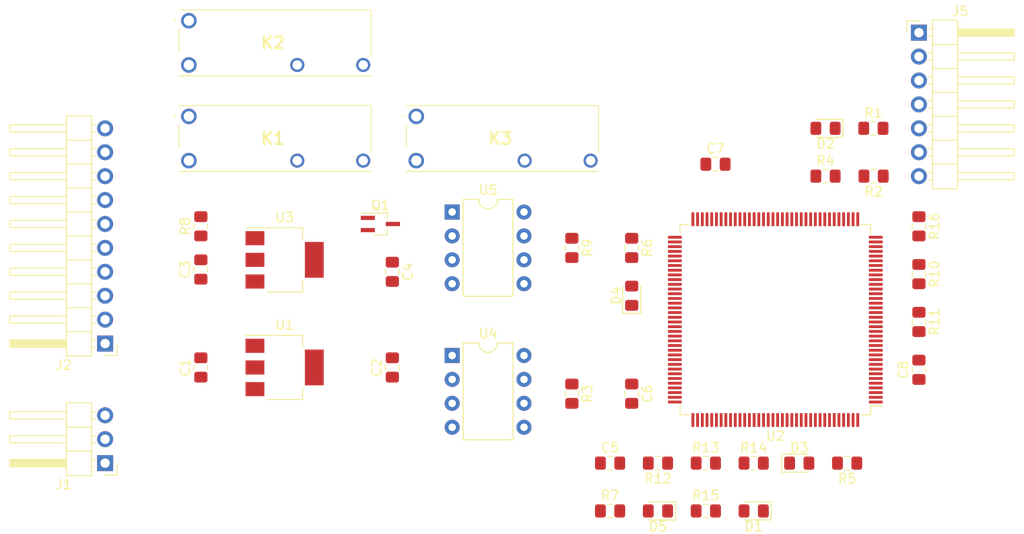
<source format=kicad_pcb>
(kicad_pcb (version 20171130) (host pcbnew "(5.1.5)-3")

  (general
    (thickness 1.6)
    (drawings 0)
    (tracks 0)
    (zones 0)
    (modules 41)
    (nets 146)
  )

  (page A4)
  (layers
    (0 F.Cu signal)
    (31 B.Cu signal)
    (32 B.Adhes user)
    (33 F.Adhes user)
    (34 B.Paste user)
    (35 F.Paste user)
    (36 B.SilkS user)
    (37 F.SilkS user)
    (38 B.Mask user)
    (39 F.Mask user)
    (40 Dwgs.User user)
    (41 Cmts.User user)
    (42 Eco1.User user)
    (43 Eco2.User user)
    (44 Edge.Cuts user)
    (45 Margin user)
    (46 B.CrtYd user)
    (47 F.CrtYd user)
    (48 B.Fab user)
    (49 F.Fab user)
  )

  (setup
    (last_trace_width 0.25)
    (trace_clearance 0.2)
    (zone_clearance 0.508)
    (zone_45_only no)
    (trace_min 0.2)
    (via_size 0.8)
    (via_drill 0.4)
    (via_min_size 0.4)
    (via_min_drill 0.3)
    (uvia_size 0.3)
    (uvia_drill 0.1)
    (uvias_allowed no)
    (uvia_min_size 0.2)
    (uvia_min_drill 0.1)
    (edge_width 0.05)
    (segment_width 0.2)
    (pcb_text_width 0.3)
    (pcb_text_size 1.5 1.5)
    (mod_edge_width 0.12)
    (mod_text_size 1 1)
    (mod_text_width 0.15)
    (pad_size 1.524 1.524)
    (pad_drill 0.762)
    (pad_to_mask_clearance 0.051)
    (solder_mask_min_width 0.25)
    (aux_axis_origin 0 0)
    (visible_elements 7FFFF7FF)
    (pcbplotparams
      (layerselection 0x010fc_ffffffff)
      (usegerberextensions false)
      (usegerberattributes false)
      (usegerberadvancedattributes false)
      (creategerberjobfile false)
      (excludeedgelayer true)
      (linewidth 0.100000)
      (plotframeref false)
      (viasonmask false)
      (mode 1)
      (useauxorigin false)
      (hpglpennumber 1)
      (hpglpenspeed 20)
      (hpglpendiameter 15.000000)
      (psnegative false)
      (psa4output false)
      (plotreference true)
      (plotvalue true)
      (plotinvisibletext false)
      (padsonsilk false)
      (subtractmaskfromsilk false)
      (outputformat 1)
      (mirror false)
      (drillshape 1)
      (scaleselection 1)
      (outputdirectory ""))
  )

  (net 0 "")
  (net 1 GND)
  (net 2 VCC_12)
  (net 3 "Net-(D2-Pad2)")
  (net 4 "Net-(D3-Pad2)")
  (net 5 "Net-(D4-Pad2)")
  (net 6 "Net-(D5-Pad2)")
  (net 7 "Net-(J2-Pad8)")
  (net 8 /Fan/FanCtrl)
  (net 9 /Fan/FanPWM)
  (net 10 "Net-(J5-Pad7)")
  (net 11 "Net-(J5-Pad6)")
  (net 12 "Net-(J5-Pad5)")
  (net 13 /Fan/Fan-)
  (net 14 /Fan/Fan+)
  (net 15 "Net-(U2-Pad142)")
  (net 16 "Net-(U2-Pad141)")
  (net 17 "Net-(U2-Pad140)")
  (net 18 "Net-(U2-Pad139)")
  (net 19 "Net-(U2-Pad136)")
  (net 20 "Net-(U2-Pad135)")
  (net 21 "Net-(U2-Pad134)")
  (net 22 "Net-(U2-Pad133)")
  (net 23 "Net-(U2-Pad132)")
  (net 24 "Net-(U2-Pad129)")
  (net 25 "Net-(U2-Pad128)")
  (net 26 "Net-(U2-Pad127)")
  (net 27 "Net-(U2-Pad126)")
  (net 28 "Net-(U2-Pad125)")
  (net 29 "Net-(U2-Pad123)")
  (net 30 "Net-(U2-Pad122)")
  (net 31 "Net-(U2-Pad119)")
  (net 32 "Net-(U2-Pad118)")
  (net 33 "Net-(U2-Pad117)")
  (net 34 "Net-(U2-Pad116)")
  (net 35 "Net-(U2-Pad113)")
  (net 36 "Net-(U2-Pad112)")
  (net 37 "Net-(U2-Pad111)")
  (net 38 "Net-(U2-Pad110)")
  (net 39 "Net-(U2-Pad109)")
  (net 40 "Net-(U2-Pad105)")
  (net 41 "Net-(U2-Pad104)")
  (net 42 "Net-(U2-Pad103)")
  (net 43 "Net-(U2-Pad102)")
  (net 44 "Net-(U2-Pad101)")
  (net 45 "Net-(U2-Pad100)")
  (net 46 "Net-(U2-Pad99)")
  (net 47 "Net-(U2-Pad98)")
  (net 48 "Net-(U2-Pad97)")
  (net 49 "Net-(U2-Pad96)")
  (net 50 "Net-(U2-Pad95)")
  (net 51 "Net-(U2-Pad93)")
  (net 52 "Net-(U2-Pad92)")
  (net 53 "Net-(U2-Pad91)")
  (net 54 "Net-(U2-Pad90)")
  (net 55 "Net-(U2-Pad89)")
  (net 56 "Net-(U2-Pad88)")
  (net 57 "Net-(U2-Pad87)")
  (net 58 "Net-(U2-Pad86)")
  (net 59 "Net-(U2-Pad85)")
  (net 60 "Net-(U2-Pad82)")
  (net 61 "Net-(U2-Pad81)")
  (net 62 "Net-(U2-Pad80)")
  (net 63 "Net-(U2-Pad79)")
  (net 64 "Net-(U2-Pad78)")
  (net 65 "Net-(U2-Pad77)")
  (net 66 "Net-(U2-Pad76)")
  (net 67 "Net-(U2-Pad70)")
  (net 68 "Net-(U2-Pad69)")
  (net 69 "Net-(U2-Pad68)")
  (net 70 "Net-(U2-Pad67)")
  (net 71 "Net-(U2-Pad66)")
  (net 72 "Net-(U2-Pad65)")
  (net 73 "Net-(U2-Pad64)")
  (net 74 "Net-(U2-Pad63)")
  (net 75 "Net-(U2-Pad60)")
  (net 76 "Net-(U2-Pad59)")
  (net 77 "Net-(U2-Pad58)")
  (net 78 "Net-(U2-Pad57)")
  (net 79 "Net-(U2-Pad56)")
  (net 80 "Net-(U2-Pad55)")
  (net 81 "Net-(U2-Pad54)")
  (net 82 "Net-(U2-Pad53)")
  (net 83 "Net-(U2-Pad50)")
  (net 84 "Net-(U2-Pad49)")
  (net 85 "Net-(U2-Pad48)")
  (net 86 "Net-(U2-Pad47)")
  (net 87 "Net-(U2-Pad45)")
  (net 88 "Net-(U2-Pad44)")
  (net 89 "Net-(U2-Pad43)")
  (net 90 "Net-(U2-Pad42)")
  (net 91 "Net-(U2-Pad41)")
  (net 92 "Net-(U2-Pad40)")
  (net 93 "Net-(U2-Pad36)")
  (net 94 "Net-(U2-Pad35)")
  (net 95 "Net-(U2-Pad34)")
  (net 96 "Net-(U2-Pad29)")
  (net 97 "Net-(U2-Pad28)")
  (net 98 "Net-(U2-Pad27)")
  (net 99 "Net-(U2-Pad24)")
  (net 100 "Net-(U2-Pad23)")
  (net 101 "Net-(U2-Pad22)")
  (net 102 "Net-(U2-Pad21)")
  (net 103 "Net-(U2-Pad20)")
  (net 104 "Net-(U2-Pad19)")
  (net 105 "Net-(U2-Pad18)")
  (net 106 "Net-(U2-Pad15)")
  (net 107 "Net-(U2-Pad14)")
  (net 108 "Net-(U2-Pad13)")
  (net 109 "Net-(U2-Pad12)")
  (net 110 "Net-(U2-Pad11)")
  (net 111 "Net-(U2-Pad10)")
  (net 112 "Net-(U2-Pad9)")
  (net 113 "Net-(U2-Pad8)")
  (net 114 "Net-(U2-Pad7)")
  (net 115 "Net-(U2-Pad5)")
  (net 116 "Net-(U2-Pad4)")
  (net 117 "Net-(U2-Pad3)")
  (net 118 "Net-(U2-Pad2)")
  (net 119 "Net-(U2-Pad1)")
  (net 120 VCC_3.3)
  (net 121 VCC_5)
  (net 122 BMS_CAN_LO)
  (net 123 BMS_CAN_HI)
  (net 124 "Net-(J2-Pad10)")
  (net 125 "Net-(J2-Pad9)")
  (net 126 MAIN_CAN_LO)
  (net 127 MAIN_CAN_HI)
  (net 128 "Net-(K1-Pad4)")
  (net 129 BMS_CAN_TX)
  (net 130 BMS_CAN_RX)
  (net 131 MAIN_CAN_TX)
  (net 132 MAIN_CAN_RX)
  (net 133 DCDC+)
  (net 134 AUX+)
  (net 135 "Net-(R1-Pad2)")
  (net 136 "Net-(R4-Pad1)")
  (net 137 "Net-(R5-Pad1)")
  (net 138 "Net-(R6-Pad1)")
  (net 139 "Net-(R10-Pad2)")
  (net 140 "Net-(C6-Pad1)")
  (net 141 "Net-(C7-Pad1)")
  (net 142 "Net-(D1-Pad2)")
  (net 143 DCDC_ON)
  (net 144 "Net-(R13-Pad2)")
  (net 145 "Net-(R16-Pad2)")

  (net_class Default "This is the default net class."
    (clearance 0.2)
    (trace_width 0.25)
    (via_dia 0.8)
    (via_drill 0.4)
    (uvia_dia 0.3)
    (uvia_drill 0.1)
    (add_net /Fan/Fan+)
    (add_net /Fan/Fan-)
    (add_net /Fan/FanCtrl)
    (add_net /Fan/FanPWM)
    (add_net AUX+)
    (add_net BMS_CAN_HI)
    (add_net BMS_CAN_LO)
    (add_net BMS_CAN_RX)
    (add_net BMS_CAN_TX)
    (add_net DCDC+)
    (add_net DCDC_ON)
    (add_net GND)
    (add_net MAIN_CAN_HI)
    (add_net MAIN_CAN_LO)
    (add_net MAIN_CAN_RX)
    (add_net MAIN_CAN_TX)
    (add_net "Net-(C6-Pad1)")
    (add_net "Net-(C7-Pad1)")
    (add_net "Net-(D1-Pad2)")
    (add_net "Net-(D2-Pad2)")
    (add_net "Net-(D3-Pad2)")
    (add_net "Net-(D4-Pad2)")
    (add_net "Net-(D5-Pad2)")
    (add_net "Net-(J2-Pad10)")
    (add_net "Net-(J2-Pad8)")
    (add_net "Net-(J2-Pad9)")
    (add_net "Net-(J5-Pad5)")
    (add_net "Net-(J5-Pad6)")
    (add_net "Net-(J5-Pad7)")
    (add_net "Net-(K1-Pad4)")
    (add_net "Net-(R1-Pad2)")
    (add_net "Net-(R10-Pad2)")
    (add_net "Net-(R13-Pad2)")
    (add_net "Net-(R16-Pad2)")
    (add_net "Net-(R4-Pad1)")
    (add_net "Net-(R5-Pad1)")
    (add_net "Net-(R6-Pad1)")
    (add_net "Net-(U2-Pad1)")
    (add_net "Net-(U2-Pad10)")
    (add_net "Net-(U2-Pad100)")
    (add_net "Net-(U2-Pad101)")
    (add_net "Net-(U2-Pad102)")
    (add_net "Net-(U2-Pad103)")
    (add_net "Net-(U2-Pad104)")
    (add_net "Net-(U2-Pad105)")
    (add_net "Net-(U2-Pad109)")
    (add_net "Net-(U2-Pad11)")
    (add_net "Net-(U2-Pad110)")
    (add_net "Net-(U2-Pad111)")
    (add_net "Net-(U2-Pad112)")
    (add_net "Net-(U2-Pad113)")
    (add_net "Net-(U2-Pad116)")
    (add_net "Net-(U2-Pad117)")
    (add_net "Net-(U2-Pad118)")
    (add_net "Net-(U2-Pad119)")
    (add_net "Net-(U2-Pad12)")
    (add_net "Net-(U2-Pad122)")
    (add_net "Net-(U2-Pad123)")
    (add_net "Net-(U2-Pad125)")
    (add_net "Net-(U2-Pad126)")
    (add_net "Net-(U2-Pad127)")
    (add_net "Net-(U2-Pad128)")
    (add_net "Net-(U2-Pad129)")
    (add_net "Net-(U2-Pad13)")
    (add_net "Net-(U2-Pad132)")
    (add_net "Net-(U2-Pad133)")
    (add_net "Net-(U2-Pad134)")
    (add_net "Net-(U2-Pad135)")
    (add_net "Net-(U2-Pad136)")
    (add_net "Net-(U2-Pad139)")
    (add_net "Net-(U2-Pad14)")
    (add_net "Net-(U2-Pad140)")
    (add_net "Net-(U2-Pad141)")
    (add_net "Net-(U2-Pad142)")
    (add_net "Net-(U2-Pad15)")
    (add_net "Net-(U2-Pad18)")
    (add_net "Net-(U2-Pad19)")
    (add_net "Net-(U2-Pad2)")
    (add_net "Net-(U2-Pad20)")
    (add_net "Net-(U2-Pad21)")
    (add_net "Net-(U2-Pad22)")
    (add_net "Net-(U2-Pad23)")
    (add_net "Net-(U2-Pad24)")
    (add_net "Net-(U2-Pad27)")
    (add_net "Net-(U2-Pad28)")
    (add_net "Net-(U2-Pad29)")
    (add_net "Net-(U2-Pad3)")
    (add_net "Net-(U2-Pad34)")
    (add_net "Net-(U2-Pad35)")
    (add_net "Net-(U2-Pad36)")
    (add_net "Net-(U2-Pad4)")
    (add_net "Net-(U2-Pad40)")
    (add_net "Net-(U2-Pad41)")
    (add_net "Net-(U2-Pad42)")
    (add_net "Net-(U2-Pad43)")
    (add_net "Net-(U2-Pad44)")
    (add_net "Net-(U2-Pad45)")
    (add_net "Net-(U2-Pad47)")
    (add_net "Net-(U2-Pad48)")
    (add_net "Net-(U2-Pad49)")
    (add_net "Net-(U2-Pad5)")
    (add_net "Net-(U2-Pad50)")
    (add_net "Net-(U2-Pad53)")
    (add_net "Net-(U2-Pad54)")
    (add_net "Net-(U2-Pad55)")
    (add_net "Net-(U2-Pad56)")
    (add_net "Net-(U2-Pad57)")
    (add_net "Net-(U2-Pad58)")
    (add_net "Net-(U2-Pad59)")
    (add_net "Net-(U2-Pad60)")
    (add_net "Net-(U2-Pad63)")
    (add_net "Net-(U2-Pad64)")
    (add_net "Net-(U2-Pad65)")
    (add_net "Net-(U2-Pad66)")
    (add_net "Net-(U2-Pad67)")
    (add_net "Net-(U2-Pad68)")
    (add_net "Net-(U2-Pad69)")
    (add_net "Net-(U2-Pad7)")
    (add_net "Net-(U2-Pad70)")
    (add_net "Net-(U2-Pad76)")
    (add_net "Net-(U2-Pad77)")
    (add_net "Net-(U2-Pad78)")
    (add_net "Net-(U2-Pad79)")
    (add_net "Net-(U2-Pad8)")
    (add_net "Net-(U2-Pad80)")
    (add_net "Net-(U2-Pad81)")
    (add_net "Net-(U2-Pad82)")
    (add_net "Net-(U2-Pad85)")
    (add_net "Net-(U2-Pad86)")
    (add_net "Net-(U2-Pad87)")
    (add_net "Net-(U2-Pad88)")
    (add_net "Net-(U2-Pad89)")
    (add_net "Net-(U2-Pad9)")
    (add_net "Net-(U2-Pad90)")
    (add_net "Net-(U2-Pad91)")
    (add_net "Net-(U2-Pad92)")
    (add_net "Net-(U2-Pad93)")
    (add_net "Net-(U2-Pad95)")
    (add_net "Net-(U2-Pad96)")
    (add_net "Net-(U2-Pad97)")
    (add_net "Net-(U2-Pad98)")
    (add_net "Net-(U2-Pad99)")
    (add_net VCC_12)
    (add_net VCC_3.3)
    (add_net VCC_5)
  )

  (module Resistor_SMD:R_0805_2012Metric_Pad1.15x1.40mm_HandSolder (layer F.Cu) (tedit 5B36C52B) (tstamp 5EDC5F2D)
    (at 140.97 68.825 270)
    (descr "Resistor SMD 0805 (2012 Metric), square (rectangular) end terminal, IPC_7351 nominal with elongated pad for handsoldering. (Body size source: https://docs.google.com/spreadsheets/d/1BsfQQcO9C6DZCsRaXUlFlo91Tg2WpOkGARC1WS5S8t0/edit?usp=sharing), generated with kicad-footprint-generator")
    (tags "resistor handsolder")
    (path /5EF0FB64)
    (attr smd)
    (fp_text reference R16 (at 0 -1.65 90) (layer F.SilkS)
      (effects (font (size 1 1) (thickness 0.15)))
    )
    (fp_text value 40k (at 0 1.65 90) (layer F.Fab)
      (effects (font (size 1 1) (thickness 0.15)))
    )
    (fp_text user %R (at 0 0 90) (layer F.Fab)
      (effects (font (size 0.5 0.5) (thickness 0.08)))
    )
    (fp_line (start 1.85 0.95) (end -1.85 0.95) (layer F.CrtYd) (width 0.05))
    (fp_line (start 1.85 -0.95) (end 1.85 0.95) (layer F.CrtYd) (width 0.05))
    (fp_line (start -1.85 -0.95) (end 1.85 -0.95) (layer F.CrtYd) (width 0.05))
    (fp_line (start -1.85 0.95) (end -1.85 -0.95) (layer F.CrtYd) (width 0.05))
    (fp_line (start -0.261252 0.71) (end 0.261252 0.71) (layer F.SilkS) (width 0.12))
    (fp_line (start -0.261252 -0.71) (end 0.261252 -0.71) (layer F.SilkS) (width 0.12))
    (fp_line (start 1 0.6) (end -1 0.6) (layer F.Fab) (width 0.1))
    (fp_line (start 1 -0.6) (end 1 0.6) (layer F.Fab) (width 0.1))
    (fp_line (start -1 -0.6) (end 1 -0.6) (layer F.Fab) (width 0.1))
    (fp_line (start -1 0.6) (end -1 -0.6) (layer F.Fab) (width 0.1))
    (pad 2 smd roundrect (at 1.025 0 270) (size 1.15 1.4) (layers F.Cu F.Paste F.Mask) (roundrect_rratio 0.217391)
      (net 145 "Net-(R16-Pad2)"))
    (pad 1 smd roundrect (at -1.025 0 270) (size 1.15 1.4) (layers F.Cu F.Paste F.Mask) (roundrect_rratio 0.217391)
      (net 120 VCC_3.3))
    (model ${KISYS3DMOD}/Resistor_SMD.3dshapes/R_0805_2012Metric.wrl
      (at (xyz 0 0 0))
      (scale (xyz 1 1 1))
      (rotate (xyz 0 0 0))
    )
  )

  (module Resistor_SMD:R_0805_2012Metric_Pad1.15x1.40mm_HandSolder (layer F.Cu) (tedit 5B36C52B) (tstamp 5EDC4CBE)
    (at 118.355 99.06)
    (descr "Resistor SMD 0805 (2012 Metric), square (rectangular) end terminal, IPC_7351 nominal with elongated pad for handsoldering. (Body size source: https://docs.google.com/spreadsheets/d/1BsfQQcO9C6DZCsRaXUlFlo91Tg2WpOkGARC1WS5S8t0/edit?usp=sharing), generated with kicad-footprint-generator")
    (tags "resistor handsolder")
    (path /5EEB58D6)
    (attr smd)
    (fp_text reference R15 (at 0 -1.65) (layer F.SilkS)
      (effects (font (size 1 1) (thickness 0.15)))
    )
    (fp_text value R (at 0 1.65) (layer F.Fab)
      (effects (font (size 1 1) (thickness 0.15)))
    )
    (fp_text user %R (at 0 0) (layer F.Fab)
      (effects (font (size 0.5 0.5) (thickness 0.08)))
    )
    (fp_line (start 1.85 0.95) (end -1.85 0.95) (layer F.CrtYd) (width 0.05))
    (fp_line (start 1.85 -0.95) (end 1.85 0.95) (layer F.CrtYd) (width 0.05))
    (fp_line (start -1.85 -0.95) (end 1.85 -0.95) (layer F.CrtYd) (width 0.05))
    (fp_line (start -1.85 0.95) (end -1.85 -0.95) (layer F.CrtYd) (width 0.05))
    (fp_line (start -0.261252 0.71) (end 0.261252 0.71) (layer F.SilkS) (width 0.12))
    (fp_line (start -0.261252 -0.71) (end 0.261252 -0.71) (layer F.SilkS) (width 0.12))
    (fp_line (start 1 0.6) (end -1 0.6) (layer F.Fab) (width 0.1))
    (fp_line (start 1 -0.6) (end 1 0.6) (layer F.Fab) (width 0.1))
    (fp_line (start -1 -0.6) (end 1 -0.6) (layer F.Fab) (width 0.1))
    (fp_line (start -1 0.6) (end -1 -0.6) (layer F.Fab) (width 0.1))
    (pad 2 smd roundrect (at 1.025 0) (size 1.15 1.4) (layers F.Cu F.Paste F.Mask) (roundrect_rratio 0.217391)
      (net 142 "Net-(D1-Pad2)"))
    (pad 1 smd roundrect (at -1.025 0) (size 1.15 1.4) (layers F.Cu F.Paste F.Mask) (roundrect_rratio 0.217391)
      (net 143 DCDC_ON))
    (model ${KISYS3DMOD}/Resistor_SMD.3dshapes/R_0805_2012Metric.wrl
      (at (xyz 0 0 0))
      (scale (xyz 1 1 1))
      (rotate (xyz 0 0 0))
    )
  )

  (module Resistor_SMD:R_0805_2012Metric_Pad1.15x1.40mm_HandSolder (layer F.Cu) (tedit 5B36C52B) (tstamp 5EDC4C28)
    (at 123.435 93.98)
    (descr "Resistor SMD 0805 (2012 Metric), square (rectangular) end terminal, IPC_7351 nominal with elongated pad for handsoldering. (Body size source: https://docs.google.com/spreadsheets/d/1BsfQQcO9C6DZCsRaXUlFlo91Tg2WpOkGARC1WS5S8t0/edit?usp=sharing), generated with kicad-footprint-generator")
    (tags "resistor handsolder")
    (path /5EEA1B39)
    (attr smd)
    (fp_text reference R14 (at 0 -1.65) (layer F.SilkS)
      (effects (font (size 1 1) (thickness 0.15)))
    )
    (fp_text value 33k (at 0 1.65) (layer F.Fab)
      (effects (font (size 1 1) (thickness 0.15)))
    )
    (fp_text user %R (at 0 0) (layer F.Fab)
      (effects (font (size 0.5 0.5) (thickness 0.08)))
    )
    (fp_line (start 1.85 0.95) (end -1.85 0.95) (layer F.CrtYd) (width 0.05))
    (fp_line (start 1.85 -0.95) (end 1.85 0.95) (layer F.CrtYd) (width 0.05))
    (fp_line (start -1.85 -0.95) (end 1.85 -0.95) (layer F.CrtYd) (width 0.05))
    (fp_line (start -1.85 0.95) (end -1.85 -0.95) (layer F.CrtYd) (width 0.05))
    (fp_line (start -0.261252 0.71) (end 0.261252 0.71) (layer F.SilkS) (width 0.12))
    (fp_line (start -0.261252 -0.71) (end 0.261252 -0.71) (layer F.SilkS) (width 0.12))
    (fp_line (start 1 0.6) (end -1 0.6) (layer F.Fab) (width 0.1))
    (fp_line (start 1 -0.6) (end 1 0.6) (layer F.Fab) (width 0.1))
    (fp_line (start -1 -0.6) (end 1 -0.6) (layer F.Fab) (width 0.1))
    (fp_line (start -1 0.6) (end -1 -0.6) (layer F.Fab) (width 0.1))
    (pad 2 smd roundrect (at 1.025 0) (size 1.15 1.4) (layers F.Cu F.Paste F.Mask) (roundrect_rratio 0.217391)
      (net 1 GND))
    (pad 1 smd roundrect (at -1.025 0) (size 1.15 1.4) (layers F.Cu F.Paste F.Mask) (roundrect_rratio 0.217391)
      (net 144 "Net-(R13-Pad2)"))
    (model ${KISYS3DMOD}/Resistor_SMD.3dshapes/R_0805_2012Metric.wrl
      (at (xyz 0 0 0))
      (scale (xyz 1 1 1))
      (rotate (xyz 0 0 0))
    )
  )

  (module Resistor_SMD:R_0805_2012Metric_Pad1.15x1.40mm_HandSolder (layer F.Cu) (tedit 5B36C52B) (tstamp 5EDC4BF8)
    (at 118.355 93.98)
    (descr "Resistor SMD 0805 (2012 Metric), square (rectangular) end terminal, IPC_7351 nominal with elongated pad for handsoldering. (Body size source: https://docs.google.com/spreadsheets/d/1BsfQQcO9C6DZCsRaXUlFlo91Tg2WpOkGARC1WS5S8t0/edit?usp=sharing), generated with kicad-footprint-generator")
    (tags "resistor handsolder")
    (path /5EEA1B3F)
    (attr smd)
    (fp_text reference R13 (at 0 -1.65) (layer F.SilkS)
      (effects (font (size 1 1) (thickness 0.15)))
    )
    (fp_text value 100k (at 0 1.65) (layer F.Fab)
      (effects (font (size 1 1) (thickness 0.15)))
    )
    (fp_text user %R (at 0 0) (layer F.Fab)
      (effects (font (size 0.5 0.5) (thickness 0.08)))
    )
    (fp_line (start 1.85 0.95) (end -1.85 0.95) (layer F.CrtYd) (width 0.05))
    (fp_line (start 1.85 -0.95) (end 1.85 0.95) (layer F.CrtYd) (width 0.05))
    (fp_line (start -1.85 -0.95) (end 1.85 -0.95) (layer F.CrtYd) (width 0.05))
    (fp_line (start -1.85 0.95) (end -1.85 -0.95) (layer F.CrtYd) (width 0.05))
    (fp_line (start -0.261252 0.71) (end 0.261252 0.71) (layer F.SilkS) (width 0.12))
    (fp_line (start -0.261252 -0.71) (end 0.261252 -0.71) (layer F.SilkS) (width 0.12))
    (fp_line (start 1 0.6) (end -1 0.6) (layer F.Fab) (width 0.1))
    (fp_line (start 1 -0.6) (end 1 0.6) (layer F.Fab) (width 0.1))
    (fp_line (start -1 -0.6) (end 1 -0.6) (layer F.Fab) (width 0.1))
    (fp_line (start -1 0.6) (end -1 -0.6) (layer F.Fab) (width 0.1))
    (pad 2 smd roundrect (at 1.025 0) (size 1.15 1.4) (layers F.Cu F.Paste F.Mask) (roundrect_rratio 0.217391)
      (net 144 "Net-(R13-Pad2)"))
    (pad 1 smd roundrect (at -1.025 0) (size 1.15 1.4) (layers F.Cu F.Paste F.Mask) (roundrect_rratio 0.217391)
      (net 143 DCDC_ON))
    (model ${KISYS3DMOD}/Resistor_SMD.3dshapes/R_0805_2012Metric.wrl
      (at (xyz 0 0 0))
      (scale (xyz 1 1 1))
      (rotate (xyz 0 0 0))
    )
  )

  (module Resistor_SMD:R_0805_2012Metric_Pad1.15x1.40mm_HandSolder (layer F.Cu) (tedit 5B36C52B) (tstamp 5EDC4C8E)
    (at 113.275 93.98 180)
    (descr "Resistor SMD 0805 (2012 Metric), square (rectangular) end terminal, IPC_7351 nominal with elongated pad for handsoldering. (Body size source: https://docs.google.com/spreadsheets/d/1BsfQQcO9C6DZCsRaXUlFlo91Tg2WpOkGARC1WS5S8t0/edit?usp=sharing), generated with kicad-footprint-generator")
    (tags "resistor handsolder")
    (path /5EEBC06F)
    (attr smd)
    (fp_text reference R12 (at 0 -1.65) (layer F.SilkS)
      (effects (font (size 1 1) (thickness 0.15)))
    )
    (fp_text value 100k (at 0 1.65) (layer F.Fab)
      (effects (font (size 1 1) (thickness 0.15)))
    )
    (fp_text user %R (at 0 0) (layer F.Fab)
      (effects (font (size 0.5 0.5) (thickness 0.08)))
    )
    (fp_line (start 1.85 0.95) (end -1.85 0.95) (layer F.CrtYd) (width 0.05))
    (fp_line (start 1.85 -0.95) (end 1.85 0.95) (layer F.CrtYd) (width 0.05))
    (fp_line (start -1.85 -0.95) (end 1.85 -0.95) (layer F.CrtYd) (width 0.05))
    (fp_line (start -1.85 0.95) (end -1.85 -0.95) (layer F.CrtYd) (width 0.05))
    (fp_line (start -0.261252 0.71) (end 0.261252 0.71) (layer F.SilkS) (width 0.12))
    (fp_line (start -0.261252 -0.71) (end 0.261252 -0.71) (layer F.SilkS) (width 0.12))
    (fp_line (start 1 0.6) (end -1 0.6) (layer F.Fab) (width 0.1))
    (fp_line (start 1 -0.6) (end 1 0.6) (layer F.Fab) (width 0.1))
    (fp_line (start -1 -0.6) (end 1 -0.6) (layer F.Fab) (width 0.1))
    (fp_line (start -1 0.6) (end -1 -0.6) (layer F.Fab) (width 0.1))
    (pad 2 smd roundrect (at 1.025 0 180) (size 1.15 1.4) (layers F.Cu F.Paste F.Mask) (roundrect_rratio 0.217391)
      (net 1 GND))
    (pad 1 smd roundrect (at -1.025 0 180) (size 1.15 1.4) (layers F.Cu F.Paste F.Mask) (roundrect_rratio 0.217391)
      (net 143 DCDC_ON))
    (model ${KISYS3DMOD}/Resistor_SMD.3dshapes/R_0805_2012Metric.wrl
      (at (xyz 0 0 0))
      (scale (xyz 1 1 1))
      (rotate (xyz 0 0 0))
    )
  )

  (module LED_SMD:LED_0805_2012Metric_Pad1.15x1.40mm_HandSolder (layer F.Cu) (tedit 5B4B45C9) (tstamp 5EDC4C5A)
    (at 123.435 99.06 180)
    (descr "LED SMD 0805 (2012 Metric), square (rectangular) end terminal, IPC_7351 nominal, (Body size source: https://docs.google.com/spreadsheets/d/1BsfQQcO9C6DZCsRaXUlFlo91Tg2WpOkGARC1WS5S8t0/edit?usp=sharing), generated with kicad-footprint-generator")
    (tags "LED handsolder")
    (path /5EEB58D0)
    (attr smd)
    (fp_text reference D1 (at 0 -1.65) (layer F.SilkS)
      (effects (font (size 1 1) (thickness 0.15)))
    )
    (fp_text value LED (at 0 1.65) (layer F.Fab)
      (effects (font (size 1 1) (thickness 0.15)))
    )
    (fp_text user %R (at 0 0) (layer F.Fab)
      (effects (font (size 0.5 0.5) (thickness 0.08)))
    )
    (fp_line (start 1.85 0.95) (end -1.85 0.95) (layer F.CrtYd) (width 0.05))
    (fp_line (start 1.85 -0.95) (end 1.85 0.95) (layer F.CrtYd) (width 0.05))
    (fp_line (start -1.85 -0.95) (end 1.85 -0.95) (layer F.CrtYd) (width 0.05))
    (fp_line (start -1.85 0.95) (end -1.85 -0.95) (layer F.CrtYd) (width 0.05))
    (fp_line (start -1.86 0.96) (end 1 0.96) (layer F.SilkS) (width 0.12))
    (fp_line (start -1.86 -0.96) (end -1.86 0.96) (layer F.SilkS) (width 0.12))
    (fp_line (start 1 -0.96) (end -1.86 -0.96) (layer F.SilkS) (width 0.12))
    (fp_line (start 1 0.6) (end 1 -0.6) (layer F.Fab) (width 0.1))
    (fp_line (start -1 0.6) (end 1 0.6) (layer F.Fab) (width 0.1))
    (fp_line (start -1 -0.3) (end -1 0.6) (layer F.Fab) (width 0.1))
    (fp_line (start -0.7 -0.6) (end -1 -0.3) (layer F.Fab) (width 0.1))
    (fp_line (start 1 -0.6) (end -0.7 -0.6) (layer F.Fab) (width 0.1))
    (pad 2 smd roundrect (at 1.025 0 180) (size 1.15 1.4) (layers F.Cu F.Paste F.Mask) (roundrect_rratio 0.217391)
      (net 142 "Net-(D1-Pad2)"))
    (pad 1 smd roundrect (at -1.025 0 180) (size 1.15 1.4) (layers F.Cu F.Paste F.Mask) (roundrect_rratio 0.217391)
      (net 1 GND))
    (model ${KISYS3DMOD}/LED_SMD.3dshapes/LED_0805_2012Metric.wrl
      (at (xyz 0 0 0))
      (scale (xyz 1 1 1))
      (rotate (xyz 0 0 0))
    )
  )

  (module Capacitor_SMD:C_0805_2012Metric_Pad1.15x1.40mm_HandSolder (layer F.Cu) (tedit 5B36C52B) (tstamp 5ED47BE3)
    (at 140.97 84.065 90)
    (descr "Capacitor SMD 0805 (2012 Metric), square (rectangular) end terminal, IPC_7351 nominal with elongated pad for handsoldering. (Body size source: https://docs.google.com/spreadsheets/d/1BsfQQcO9C6DZCsRaXUlFlo91Tg2WpOkGARC1WS5S8t0/edit?usp=sharing), generated with kicad-footprint-generator")
    (tags "capacitor handsolder")
    (path /5EFA3365)
    (attr smd)
    (fp_text reference C8 (at 0 -1.65 90) (layer F.SilkS)
      (effects (font (size 1 1) (thickness 0.15)))
    )
    (fp_text value 100n (at 0 1.65 90) (layer F.Fab)
      (effects (font (size 1 1) (thickness 0.15)))
    )
    (fp_text user %R (at 0 0 90) (layer F.Fab)
      (effects (font (size 0.5 0.5) (thickness 0.08)))
    )
    (fp_line (start 1.85 0.95) (end -1.85 0.95) (layer F.CrtYd) (width 0.05))
    (fp_line (start 1.85 -0.95) (end 1.85 0.95) (layer F.CrtYd) (width 0.05))
    (fp_line (start -1.85 -0.95) (end 1.85 -0.95) (layer F.CrtYd) (width 0.05))
    (fp_line (start -1.85 0.95) (end -1.85 -0.95) (layer F.CrtYd) (width 0.05))
    (fp_line (start -0.261252 0.71) (end 0.261252 0.71) (layer F.SilkS) (width 0.12))
    (fp_line (start -0.261252 -0.71) (end 0.261252 -0.71) (layer F.SilkS) (width 0.12))
    (fp_line (start 1 0.6) (end -1 0.6) (layer F.Fab) (width 0.1))
    (fp_line (start 1 -0.6) (end 1 0.6) (layer F.Fab) (width 0.1))
    (fp_line (start -1 -0.6) (end 1 -0.6) (layer F.Fab) (width 0.1))
    (fp_line (start -1 0.6) (end -1 -0.6) (layer F.Fab) (width 0.1))
    (pad 2 smd roundrect (at 1.025 0 90) (size 1.15 1.4) (layers F.Cu F.Paste F.Mask) (roundrect_rratio 0.217391)
      (net 1 GND))
    (pad 1 smd roundrect (at -1.025 0 90) (size 1.15 1.4) (layers F.Cu F.Paste F.Mask) (roundrect_rratio 0.217391)
      (net 120 VCC_3.3))
    (model ${KISYS3DMOD}/Capacitor_SMD.3dshapes/C_0805_2012Metric.wrl
      (at (xyz 0 0 0))
      (scale (xyz 1 1 1))
      (rotate (xyz 0 0 0))
    )
  )

  (module Capacitor_SMD:C_0805_2012Metric_Pad1.15x1.40mm_HandSolder (layer F.Cu) (tedit 5B36C52B) (tstamp 5ED47BD2)
    (at 119.38 62.23)
    (descr "Capacitor SMD 0805 (2012 Metric), square (rectangular) end terminal, IPC_7351 nominal with elongated pad for handsoldering. (Body size source: https://docs.google.com/spreadsheets/d/1BsfQQcO9C6DZCsRaXUlFlo91Tg2WpOkGARC1WS5S8t0/edit?usp=sharing), generated with kicad-footprint-generator")
    (tags "capacitor handsolder")
    (path /5EEF5F37)
    (attr smd)
    (fp_text reference C7 (at 0 -1.65) (layer F.SilkS)
      (effects (font (size 1 1) (thickness 0.15)))
    )
    (fp_text value 2.2u (at 0 1.65) (layer F.Fab)
      (effects (font (size 1 1) (thickness 0.15)))
    )
    (fp_text user %R (at 0 0) (layer F.Fab)
      (effects (font (size 0.5 0.5) (thickness 0.08)))
    )
    (fp_line (start 1.85 0.95) (end -1.85 0.95) (layer F.CrtYd) (width 0.05))
    (fp_line (start 1.85 -0.95) (end 1.85 0.95) (layer F.CrtYd) (width 0.05))
    (fp_line (start -1.85 -0.95) (end 1.85 -0.95) (layer F.CrtYd) (width 0.05))
    (fp_line (start -1.85 0.95) (end -1.85 -0.95) (layer F.CrtYd) (width 0.05))
    (fp_line (start -0.261252 0.71) (end 0.261252 0.71) (layer F.SilkS) (width 0.12))
    (fp_line (start -0.261252 -0.71) (end 0.261252 -0.71) (layer F.SilkS) (width 0.12))
    (fp_line (start 1 0.6) (end -1 0.6) (layer F.Fab) (width 0.1))
    (fp_line (start 1 -0.6) (end 1 0.6) (layer F.Fab) (width 0.1))
    (fp_line (start -1 -0.6) (end 1 -0.6) (layer F.Fab) (width 0.1))
    (fp_line (start -1 0.6) (end -1 -0.6) (layer F.Fab) (width 0.1))
    (pad 2 smd roundrect (at 1.025 0) (size 1.15 1.4) (layers F.Cu F.Paste F.Mask) (roundrect_rratio 0.217391)
      (net 1 GND))
    (pad 1 smd roundrect (at -1.025 0) (size 1.15 1.4) (layers F.Cu F.Paste F.Mask) (roundrect_rratio 0.217391)
      (net 141 "Net-(C7-Pad1)"))
    (model ${KISYS3DMOD}/Capacitor_SMD.3dshapes/C_0805_2012Metric.wrl
      (at (xyz 0 0 0))
      (scale (xyz 1 1 1))
      (rotate (xyz 0 0 0))
    )
  )

  (module Capacitor_SMD:C_0805_2012Metric_Pad1.15x1.40mm_HandSolder (layer F.Cu) (tedit 5B36C52B) (tstamp 5EDC133F)
    (at 110.49 86.605 270)
    (descr "Capacitor SMD 0805 (2012 Metric), square (rectangular) end terminal, IPC_7351 nominal with elongated pad for handsoldering. (Body size source: https://docs.google.com/spreadsheets/d/1BsfQQcO9C6DZCsRaXUlFlo91Tg2WpOkGARC1WS5S8t0/edit?usp=sharing), generated with kicad-footprint-generator")
    (tags "capacitor handsolder")
    (path /5EEFCFE2)
    (attr smd)
    (fp_text reference C6 (at 0 -1.65 90) (layer F.SilkS)
      (effects (font (size 1 1) (thickness 0.15)))
    )
    (fp_text value 2.2u (at 0 1.65 90) (layer F.Fab)
      (effects (font (size 1 1) (thickness 0.15)))
    )
    (fp_text user %R (at 0 0 90) (layer F.Fab)
      (effects (font (size 0.5 0.5) (thickness 0.08)))
    )
    (fp_line (start 1.85 0.95) (end -1.85 0.95) (layer F.CrtYd) (width 0.05))
    (fp_line (start 1.85 -0.95) (end 1.85 0.95) (layer F.CrtYd) (width 0.05))
    (fp_line (start -1.85 -0.95) (end 1.85 -0.95) (layer F.CrtYd) (width 0.05))
    (fp_line (start -1.85 0.95) (end -1.85 -0.95) (layer F.CrtYd) (width 0.05))
    (fp_line (start -0.261252 0.71) (end 0.261252 0.71) (layer F.SilkS) (width 0.12))
    (fp_line (start -0.261252 -0.71) (end 0.261252 -0.71) (layer F.SilkS) (width 0.12))
    (fp_line (start 1 0.6) (end -1 0.6) (layer F.Fab) (width 0.1))
    (fp_line (start 1 -0.6) (end 1 0.6) (layer F.Fab) (width 0.1))
    (fp_line (start -1 -0.6) (end 1 -0.6) (layer F.Fab) (width 0.1))
    (fp_line (start -1 0.6) (end -1 -0.6) (layer F.Fab) (width 0.1))
    (pad 2 smd roundrect (at 1.025 0 270) (size 1.15 1.4) (layers F.Cu F.Paste F.Mask) (roundrect_rratio 0.217391)
      (net 1 GND))
    (pad 1 smd roundrect (at -1.025 0 270) (size 1.15 1.4) (layers F.Cu F.Paste F.Mask) (roundrect_rratio 0.217391)
      (net 140 "Net-(C6-Pad1)"))
    (model ${KISYS3DMOD}/Capacitor_SMD.3dshapes/C_0805_2012Metric.wrl
      (at (xyz 0 0 0))
      (scale (xyz 1 1 1))
      (rotate (xyz 0 0 0))
    )
  )

  (module Capacitor_SMD:C_0805_2012Metric_Pad1.15x1.40mm_HandSolder (layer F.Cu) (tedit 5B36C52B) (tstamp 5EDC4CEE)
    (at 108.195 93.98)
    (descr "Capacitor SMD 0805 (2012 Metric), square (rectangular) end terminal, IPC_7351 nominal with elongated pad for handsoldering. (Body size source: https://docs.google.com/spreadsheets/d/1BsfQQcO9C6DZCsRaXUlFlo91Tg2WpOkGARC1WS5S8t0/edit?usp=sharing), generated with kicad-footprint-generator")
    (tags "capacitor handsolder")
    (path /5EED3ECD)
    (attr smd)
    (fp_text reference C5 (at 0 -1.65) (layer F.SilkS)
      (effects (font (size 1 1) (thickness 0.15)))
    )
    (fp_text value C (at 0 1.65) (layer F.Fab)
      (effects (font (size 1 1) (thickness 0.15)))
    )
    (fp_text user %R (at 0 0) (layer F.Fab)
      (effects (font (size 0.5 0.5) (thickness 0.08)))
    )
    (fp_line (start 1.85 0.95) (end -1.85 0.95) (layer F.CrtYd) (width 0.05))
    (fp_line (start 1.85 -0.95) (end 1.85 0.95) (layer F.CrtYd) (width 0.05))
    (fp_line (start -1.85 -0.95) (end 1.85 -0.95) (layer F.CrtYd) (width 0.05))
    (fp_line (start -1.85 0.95) (end -1.85 -0.95) (layer F.CrtYd) (width 0.05))
    (fp_line (start -0.261252 0.71) (end 0.261252 0.71) (layer F.SilkS) (width 0.12))
    (fp_line (start -0.261252 -0.71) (end 0.261252 -0.71) (layer F.SilkS) (width 0.12))
    (fp_line (start 1 0.6) (end -1 0.6) (layer F.Fab) (width 0.1))
    (fp_line (start 1 -0.6) (end 1 0.6) (layer F.Fab) (width 0.1))
    (fp_line (start -1 -0.6) (end 1 -0.6) (layer F.Fab) (width 0.1))
    (fp_line (start -1 0.6) (end -1 -0.6) (layer F.Fab) (width 0.1))
    (pad 2 smd roundrect (at 1.025 0) (size 1.15 1.4) (layers F.Cu F.Paste F.Mask) (roundrect_rratio 0.217391)
      (net 1 GND))
    (pad 1 smd roundrect (at -1.025 0) (size 1.15 1.4) (layers F.Cu F.Paste F.Mask) (roundrect_rratio 0.217391)
      (net 120 VCC_3.3))
    (model ${KISYS3DMOD}/Capacitor_SMD.3dshapes/C_0805_2012Metric.wrl
      (at (xyz 0 0 0))
      (scale (xyz 1 1 1))
      (rotate (xyz 0 0 0))
    )
  )

  (module Resistor_SMD:R_0805_2012Metric_Pad1.15x1.40mm_HandSolder (layer F.Cu) (tedit 5B36C52B) (tstamp 5ED46FE0)
    (at 140.97 78.985 270)
    (descr "Resistor SMD 0805 (2012 Metric), square (rectangular) end terminal, IPC_7351 nominal with elongated pad for handsoldering. (Body size source: https://docs.google.com/spreadsheets/d/1BsfQQcO9C6DZCsRaXUlFlo91Tg2WpOkGARC1WS5S8t0/edit?usp=sharing), generated with kicad-footprint-generator")
    (tags "resistor handsolder")
    (path /5EE6F08C)
    (attr smd)
    (fp_text reference R11 (at 0 -1.65 90) (layer F.SilkS)
      (effects (font (size 1 1) (thickness 0.15)))
    )
    (fp_text value 33k (at 0 1.65 90) (layer F.Fab)
      (effects (font (size 1 1) (thickness 0.15)))
    )
    (fp_text user %R (at 0 0 90) (layer F.Fab)
      (effects (font (size 0.5 0.5) (thickness 0.08)))
    )
    (fp_line (start 1.85 0.95) (end -1.85 0.95) (layer F.CrtYd) (width 0.05))
    (fp_line (start 1.85 -0.95) (end 1.85 0.95) (layer F.CrtYd) (width 0.05))
    (fp_line (start -1.85 -0.95) (end 1.85 -0.95) (layer F.CrtYd) (width 0.05))
    (fp_line (start -1.85 0.95) (end -1.85 -0.95) (layer F.CrtYd) (width 0.05))
    (fp_line (start -0.261252 0.71) (end 0.261252 0.71) (layer F.SilkS) (width 0.12))
    (fp_line (start -0.261252 -0.71) (end 0.261252 -0.71) (layer F.SilkS) (width 0.12))
    (fp_line (start 1 0.6) (end -1 0.6) (layer F.Fab) (width 0.1))
    (fp_line (start 1 -0.6) (end 1 0.6) (layer F.Fab) (width 0.1))
    (fp_line (start -1 -0.6) (end 1 -0.6) (layer F.Fab) (width 0.1))
    (fp_line (start -1 0.6) (end -1 -0.6) (layer F.Fab) (width 0.1))
    (pad 2 smd roundrect (at 1.025 0 270) (size 1.15 1.4) (layers F.Cu F.Paste F.Mask) (roundrect_rratio 0.217391)
      (net 1 GND))
    (pad 1 smd roundrect (at -1.025 0 270) (size 1.15 1.4) (layers F.Cu F.Paste F.Mask) (roundrect_rratio 0.217391)
      (net 139 "Net-(R10-Pad2)"))
    (model ${KISYS3DMOD}/Resistor_SMD.3dshapes/R_0805_2012Metric.wrl
      (at (xyz 0 0 0))
      (scale (xyz 1 1 1))
      (rotate (xyz 0 0 0))
    )
  )

  (module Resistor_SMD:R_0805_2012Metric_Pad1.15x1.40mm_HandSolder (layer F.Cu) (tedit 5B36C52B) (tstamp 5EDC25BB)
    (at 140.97 73.905 270)
    (descr "Resistor SMD 0805 (2012 Metric), square (rectangular) end terminal, IPC_7351 nominal with elongated pad for handsoldering. (Body size source: https://docs.google.com/spreadsheets/d/1BsfQQcO9C6DZCsRaXUlFlo91Tg2WpOkGARC1WS5S8t0/edit?usp=sharing), generated with kicad-footprint-generator")
    (tags "resistor handsolder")
    (path /5EE6F092)
    (attr smd)
    (fp_text reference R10 (at 0 -1.65 90) (layer F.SilkS)
      (effects (font (size 1 1) (thickness 0.15)))
    )
    (fp_text value 100k (at 0 1.65 90) (layer F.Fab)
      (effects (font (size 1 1) (thickness 0.15)))
    )
    (fp_text user %R (at 0 0 90) (layer F.Fab)
      (effects (font (size 0.5 0.5) (thickness 0.08)))
    )
    (fp_line (start 1.85 0.95) (end -1.85 0.95) (layer F.CrtYd) (width 0.05))
    (fp_line (start 1.85 -0.95) (end 1.85 0.95) (layer F.CrtYd) (width 0.05))
    (fp_line (start -1.85 -0.95) (end 1.85 -0.95) (layer F.CrtYd) (width 0.05))
    (fp_line (start -1.85 0.95) (end -1.85 -0.95) (layer F.CrtYd) (width 0.05))
    (fp_line (start -0.261252 0.71) (end 0.261252 0.71) (layer F.SilkS) (width 0.12))
    (fp_line (start -0.261252 -0.71) (end 0.261252 -0.71) (layer F.SilkS) (width 0.12))
    (fp_line (start 1 0.6) (end -1 0.6) (layer F.Fab) (width 0.1))
    (fp_line (start 1 -0.6) (end 1 0.6) (layer F.Fab) (width 0.1))
    (fp_line (start -1 -0.6) (end 1 -0.6) (layer F.Fab) (width 0.1))
    (fp_line (start -1 0.6) (end -1 -0.6) (layer F.Fab) (width 0.1))
    (pad 2 smd roundrect (at 1.025 0 270) (size 1.15 1.4) (layers F.Cu F.Paste F.Mask) (roundrect_rratio 0.217391)
      (net 139 "Net-(R10-Pad2)"))
    (pad 1 smd roundrect (at -1.025 0 270) (size 1.15 1.4) (layers F.Cu F.Paste F.Mask) (roundrect_rratio 0.217391)
      (net 133 DCDC+))
    (model ${KISYS3DMOD}/Resistor_SMD.3dshapes/R_0805_2012Metric.wrl
      (at (xyz 0 0 0))
      (scale (xyz 1 1 1))
      (rotate (xyz 0 0 0))
    )
  )

  (module Package_DIP:DIP-8_W7.62mm (layer F.Cu) (tedit 5A02E8C5) (tstamp 5EDBF4EB)
    (at 91.44 67.31)
    (descr "8-lead though-hole mounted DIP package, row spacing 7.62 mm (300 mils)")
    (tags "THT DIP DIL PDIP 2.54mm 7.62mm 300mil")
    (path /5EDE673E)
    (fp_text reference U5 (at 3.81 -2.33) (layer F.SilkS)
      (effects (font (size 1 1) (thickness 0.15)))
    )
    (fp_text value MCP2562-E-P (at 3.81 9.95) (layer F.Fab)
      (effects (font (size 1 1) (thickness 0.15)))
    )
    (fp_text user %R (at 3.81 3.81) (layer F.Fab)
      (effects (font (size 1 1) (thickness 0.15)))
    )
    (fp_line (start 8.7 -1.55) (end -1.1 -1.55) (layer F.CrtYd) (width 0.05))
    (fp_line (start 8.7 9.15) (end 8.7 -1.55) (layer F.CrtYd) (width 0.05))
    (fp_line (start -1.1 9.15) (end 8.7 9.15) (layer F.CrtYd) (width 0.05))
    (fp_line (start -1.1 -1.55) (end -1.1 9.15) (layer F.CrtYd) (width 0.05))
    (fp_line (start 6.46 -1.33) (end 4.81 -1.33) (layer F.SilkS) (width 0.12))
    (fp_line (start 6.46 8.95) (end 6.46 -1.33) (layer F.SilkS) (width 0.12))
    (fp_line (start 1.16 8.95) (end 6.46 8.95) (layer F.SilkS) (width 0.12))
    (fp_line (start 1.16 -1.33) (end 1.16 8.95) (layer F.SilkS) (width 0.12))
    (fp_line (start 2.81 -1.33) (end 1.16 -1.33) (layer F.SilkS) (width 0.12))
    (fp_line (start 0.635 -0.27) (end 1.635 -1.27) (layer F.Fab) (width 0.1))
    (fp_line (start 0.635 8.89) (end 0.635 -0.27) (layer F.Fab) (width 0.1))
    (fp_line (start 6.985 8.89) (end 0.635 8.89) (layer F.Fab) (width 0.1))
    (fp_line (start 6.985 -1.27) (end 6.985 8.89) (layer F.Fab) (width 0.1))
    (fp_line (start 1.635 -1.27) (end 6.985 -1.27) (layer F.Fab) (width 0.1))
    (fp_arc (start 3.81 -1.33) (end 2.81 -1.33) (angle -180) (layer F.SilkS) (width 0.12))
    (pad 8 thru_hole oval (at 7.62 0) (size 1.6 1.6) (drill 0.8) (layers *.Cu *.Mask)
      (net 1 GND))
    (pad 4 thru_hole oval (at 0 7.62) (size 1.6 1.6) (drill 0.8) (layers *.Cu *.Mask)
      (net 132 MAIN_CAN_RX))
    (pad 7 thru_hole oval (at 7.62 2.54) (size 1.6 1.6) (drill 0.8) (layers *.Cu *.Mask)
      (net 127 MAIN_CAN_HI))
    (pad 3 thru_hole oval (at 0 5.08) (size 1.6 1.6) (drill 0.8) (layers *.Cu *.Mask)
      (net 121 VCC_5))
    (pad 6 thru_hole oval (at 7.62 5.08) (size 1.6 1.6) (drill 0.8) (layers *.Cu *.Mask)
      (net 126 MAIN_CAN_LO))
    (pad 2 thru_hole oval (at 0 2.54) (size 1.6 1.6) (drill 0.8) (layers *.Cu *.Mask)
      (net 1 GND))
    (pad 5 thru_hole oval (at 7.62 7.62) (size 1.6 1.6) (drill 0.8) (layers *.Cu *.Mask)
      (net 120 VCC_3.3))
    (pad 1 thru_hole rect (at 0 0) (size 1.6 1.6) (drill 0.8) (layers *.Cu *.Mask)
      (net 131 MAIN_CAN_TX))
    (model ${KISYS3DMOD}/Package_DIP.3dshapes/DIP-8_W7.62mm.wrl
      (at (xyz 0 0 0))
      (scale (xyz 1 1 1))
      (rotate (xyz 0 0 0))
    )
  )

  (module Package_DIP:DIP-8_W7.62mm (layer F.Cu) (tedit 5A02E8C5) (tstamp 5EDBF42C)
    (at 91.44 82.55)
    (descr "8-lead though-hole mounted DIP package, row spacing 7.62 mm (300 mils)")
    (tags "THT DIP DIL PDIP 2.54mm 7.62mm 300mil")
    (path /5ED92703)
    (fp_text reference U4 (at 3.81 -2.33) (layer F.SilkS)
      (effects (font (size 1 1) (thickness 0.15)))
    )
    (fp_text value MCP2562-E-P (at 3.81 9.95) (layer F.Fab)
      (effects (font (size 1 1) (thickness 0.15)))
    )
    (fp_text user %R (at 3.81 3.81) (layer F.Fab)
      (effects (font (size 1 1) (thickness 0.15)))
    )
    (fp_line (start 8.7 -1.55) (end -1.1 -1.55) (layer F.CrtYd) (width 0.05))
    (fp_line (start 8.7 9.15) (end 8.7 -1.55) (layer F.CrtYd) (width 0.05))
    (fp_line (start -1.1 9.15) (end 8.7 9.15) (layer F.CrtYd) (width 0.05))
    (fp_line (start -1.1 -1.55) (end -1.1 9.15) (layer F.CrtYd) (width 0.05))
    (fp_line (start 6.46 -1.33) (end 4.81 -1.33) (layer F.SilkS) (width 0.12))
    (fp_line (start 6.46 8.95) (end 6.46 -1.33) (layer F.SilkS) (width 0.12))
    (fp_line (start 1.16 8.95) (end 6.46 8.95) (layer F.SilkS) (width 0.12))
    (fp_line (start 1.16 -1.33) (end 1.16 8.95) (layer F.SilkS) (width 0.12))
    (fp_line (start 2.81 -1.33) (end 1.16 -1.33) (layer F.SilkS) (width 0.12))
    (fp_line (start 0.635 -0.27) (end 1.635 -1.27) (layer F.Fab) (width 0.1))
    (fp_line (start 0.635 8.89) (end 0.635 -0.27) (layer F.Fab) (width 0.1))
    (fp_line (start 6.985 8.89) (end 0.635 8.89) (layer F.Fab) (width 0.1))
    (fp_line (start 6.985 -1.27) (end 6.985 8.89) (layer F.Fab) (width 0.1))
    (fp_line (start 1.635 -1.27) (end 6.985 -1.27) (layer F.Fab) (width 0.1))
    (fp_arc (start 3.81 -1.33) (end 2.81 -1.33) (angle -180) (layer F.SilkS) (width 0.12))
    (pad 8 thru_hole oval (at 7.62 0) (size 1.6 1.6) (drill 0.8) (layers *.Cu *.Mask)
      (net 1 GND))
    (pad 4 thru_hole oval (at 0 7.62) (size 1.6 1.6) (drill 0.8) (layers *.Cu *.Mask)
      (net 130 BMS_CAN_RX))
    (pad 7 thru_hole oval (at 7.62 2.54) (size 1.6 1.6) (drill 0.8) (layers *.Cu *.Mask)
      (net 123 BMS_CAN_HI))
    (pad 3 thru_hole oval (at 0 5.08) (size 1.6 1.6) (drill 0.8) (layers *.Cu *.Mask)
      (net 121 VCC_5))
    (pad 6 thru_hole oval (at 7.62 5.08) (size 1.6 1.6) (drill 0.8) (layers *.Cu *.Mask)
      (net 122 BMS_CAN_LO))
    (pad 2 thru_hole oval (at 0 2.54) (size 1.6 1.6) (drill 0.8) (layers *.Cu *.Mask)
      (net 1 GND))
    (pad 5 thru_hole oval (at 7.62 7.62) (size 1.6 1.6) (drill 0.8) (layers *.Cu *.Mask)
      (net 120 VCC_3.3))
    (pad 1 thru_hole rect (at 0 0) (size 1.6 1.6) (drill 0.8) (layers *.Cu *.Mask)
      (net 129 BMS_CAN_TX))
    (model ${KISYS3DMOD}/Package_DIP.3dshapes/DIP-8_W7.62mm.wrl
      (at (xyz 0 0 0))
      (scale (xyz 1 1 1))
      (rotate (xyz 0 0 0))
    )
  )

  (module Package_TO_SOT_SMD:SOT-223-3_TabPin2 (layer F.Cu) (tedit 5A02FF57) (tstamp 5EDBEC1B)
    (at 73.66 72.39)
    (descr "module CMS SOT223 4 pins")
    (tags "CMS SOT")
    (path /5ED94D9A)
    (attr smd)
    (fp_text reference U3 (at 0 -4.5) (layer F.SilkS)
      (effects (font (size 1 1) (thickness 0.15)))
    )
    (fp_text value NCP1117-5.0_SOT223 (at 0 4.5) (layer F.Fab)
      (effects (font (size 1 1) (thickness 0.15)))
    )
    (fp_line (start 1.85 -3.35) (end 1.85 3.35) (layer F.Fab) (width 0.1))
    (fp_line (start -1.85 3.35) (end 1.85 3.35) (layer F.Fab) (width 0.1))
    (fp_line (start -4.1 -3.41) (end 1.91 -3.41) (layer F.SilkS) (width 0.12))
    (fp_line (start -0.85 -3.35) (end 1.85 -3.35) (layer F.Fab) (width 0.1))
    (fp_line (start -1.85 3.41) (end 1.91 3.41) (layer F.SilkS) (width 0.12))
    (fp_line (start -1.85 -2.35) (end -1.85 3.35) (layer F.Fab) (width 0.1))
    (fp_line (start -1.85 -2.35) (end -0.85 -3.35) (layer F.Fab) (width 0.1))
    (fp_line (start -4.4 -3.6) (end -4.4 3.6) (layer F.CrtYd) (width 0.05))
    (fp_line (start -4.4 3.6) (end 4.4 3.6) (layer F.CrtYd) (width 0.05))
    (fp_line (start 4.4 3.6) (end 4.4 -3.6) (layer F.CrtYd) (width 0.05))
    (fp_line (start 4.4 -3.6) (end -4.4 -3.6) (layer F.CrtYd) (width 0.05))
    (fp_line (start 1.91 -3.41) (end 1.91 -2.15) (layer F.SilkS) (width 0.12))
    (fp_line (start 1.91 3.41) (end 1.91 2.15) (layer F.SilkS) (width 0.12))
    (fp_text user %R (at 0 0 90) (layer F.Fab)
      (effects (font (size 0.8 0.8) (thickness 0.12)))
    )
    (pad 1 smd rect (at -3.15 -2.3) (size 2 1.5) (layers F.Cu F.Paste F.Mask)
      (net 1 GND))
    (pad 3 smd rect (at -3.15 2.3) (size 2 1.5) (layers F.Cu F.Paste F.Mask)
      (net 2 VCC_12))
    (pad 2 smd rect (at -3.15 0) (size 2 1.5) (layers F.Cu F.Paste F.Mask)
      (net 121 VCC_5))
    (pad 2 smd rect (at 3.15 0) (size 2 3.8) (layers F.Cu F.Paste F.Mask)
      (net 121 VCC_5))
    (model ${KISYS3DMOD}/Package_TO_SOT_SMD.3dshapes/SOT-223.wrl
      (at (xyz 0 0 0))
      (scale (xyz 1 1 1))
      (rotate (xyz 0 0 0))
    )
  )

  (module Resistor_SMD:R_0805_2012Metric_Pad1.15x1.40mm_HandSolder (layer F.Cu) (tedit 5B36C52B) (tstamp 5ED45AD3)
    (at 104.14 71.12 270)
    (descr "Resistor SMD 0805 (2012 Metric), square (rectangular) end terminal, IPC_7351 nominal with elongated pad for handsoldering. (Body size source: https://docs.google.com/spreadsheets/d/1BsfQQcO9C6DZCsRaXUlFlo91Tg2WpOkGARC1WS5S8t0/edit?usp=sharing), generated with kicad-footprint-generator")
    (tags "resistor handsolder")
    (path /5EDE6729)
    (attr smd)
    (fp_text reference R9 (at 0 -1.65 90) (layer F.SilkS)
      (effects (font (size 1 1) (thickness 0.15)))
    )
    (fp_text value 120 (at 0 1.65 90) (layer F.Fab)
      (effects (font (size 1 1) (thickness 0.15)))
    )
    (fp_text user %R (at 0 0 90) (layer F.Fab)
      (effects (font (size 0.5 0.5) (thickness 0.08)))
    )
    (fp_line (start 1.85 0.95) (end -1.85 0.95) (layer F.CrtYd) (width 0.05))
    (fp_line (start 1.85 -0.95) (end 1.85 0.95) (layer F.CrtYd) (width 0.05))
    (fp_line (start -1.85 -0.95) (end 1.85 -0.95) (layer F.CrtYd) (width 0.05))
    (fp_line (start -1.85 0.95) (end -1.85 -0.95) (layer F.CrtYd) (width 0.05))
    (fp_line (start -0.261252 0.71) (end 0.261252 0.71) (layer F.SilkS) (width 0.12))
    (fp_line (start -0.261252 -0.71) (end 0.261252 -0.71) (layer F.SilkS) (width 0.12))
    (fp_line (start 1 0.6) (end -1 0.6) (layer F.Fab) (width 0.1))
    (fp_line (start 1 -0.6) (end 1 0.6) (layer F.Fab) (width 0.1))
    (fp_line (start -1 -0.6) (end 1 -0.6) (layer F.Fab) (width 0.1))
    (fp_line (start -1 0.6) (end -1 -0.6) (layer F.Fab) (width 0.1))
    (pad 2 smd roundrect (at 1.025 0 270) (size 1.15 1.4) (layers F.Cu F.Paste F.Mask) (roundrect_rratio 0.217391)
      (net 126 MAIN_CAN_LO))
    (pad 1 smd roundrect (at -1.025 0 270) (size 1.15 1.4) (layers F.Cu F.Paste F.Mask) (roundrect_rratio 0.217391)
      (net 127 MAIN_CAN_HI))
    (model ${KISYS3DMOD}/Resistor_SMD.3dshapes/R_0805_2012Metric.wrl
      (at (xyz 0 0 0))
      (scale (xyz 1 1 1))
      (rotate (xyz 0 0 0))
    )
  )

  (module SamacSys_Parts:17210815 (layer F.Cu) (tedit 5ED2C4F8) (tstamp 5ED459AA)
    (at 87.63 57.15)
    (descr 1721081-5-2)
    (tags "Relay or Contactor")
    (path /5EC1CC82/5ED4D566)
    (fp_text reference K3 (at 8.925 2.35) (layer F.SilkS)
      (effects (font (size 1.27 1.27) (thickness 0.254)))
    )
    (fp_text value 1721081-5 (at 8.925 0) (layer F.SilkS) hide
      (effects (font (size 1.27 1.27) (thickness 0.254)))
    )
    (fp_arc (start -1.45 0) (end -1.5 0) (angle 180) (layer F.SilkS) (width 0.1))
    (fp_arc (start -1.45 0) (end -1.4 0) (angle 180) (layer F.SilkS) (width 0.1))
    (fp_line (start -1.5 0) (end -1.5 0) (layer F.SilkS) (width 0.1))
    (fp_line (start -1.4 0) (end -1.4 0) (layer F.SilkS) (width 0.1))
    (fp_line (start -1.05 0.85) (end -1.05 3.35) (layer F.SilkS) (width 0.1))
    (fp_line (start 19.35 -1.15) (end 19.35 3.85) (layer F.SilkS) (width 0.1))
    (fp_line (start -1.05 -1.15) (end 19.35 -1.15) (layer F.SilkS) (width 0.1))
    (fp_line (start -2.5 -2.15) (end -2.5 6.85) (layer F.CrtYd) (width 0.1))
    (fp_line (start 20.35 -2.15) (end -2.5 -2.15) (layer F.CrtYd) (width 0.1))
    (fp_line (start 20.35 6.85) (end 20.35 -2.15) (layer F.CrtYd) (width 0.1))
    (fp_line (start -2.5 6.85) (end 20.35 6.85) (layer F.CrtYd) (width 0.1))
    (fp_line (start -1.05 5.85) (end -1.05 5.85) (layer F.SilkS) (width 0.1))
    (fp_line (start 19.27 5.85) (end -1.05 5.85) (layer F.SilkS) (width 0.1))
    (fp_line (start 19.27 5.85) (end 19.27 5.85) (layer F.SilkS) (width 0.1))
    (fp_line (start -1.05 5.85) (end 19.27 5.85) (layer F.SilkS) (width 0.1))
    (fp_line (start -1.05 -1.15) (end -1.05 5.85) (layer F.Fab) (width 0.2))
    (fp_line (start 19.35 -1.15) (end -1.05 -1.15) (layer F.Fab) (width 0.2))
    (fp_line (start 19.35 5.85) (end 19.35 -1.15) (layer F.Fab) (width 0.2))
    (fp_line (start -1.05 5.85) (end 19.35 5.85) (layer F.Fab) (width 0.2))
    (fp_text user %R (at 8.925 2.35) (layer F.Fab)
      (effects (font (size 1.27 1.27) (thickness 0.254)))
    )
    (pad 4 thru_hole circle (at 18.5 4.7) (size 1.5 1.5) (drill 1) (layers *.Cu *.Mask)
      (net 13 /Fan/Fan-))
    (pad 3 thru_hole circle (at 11.5 4.7) (size 1.5 1.5) (drill 1) (layers *.Cu *.Mask)
      (net 1 GND))
    (pad 2 thru_hole circle (at 0 4.7) (size 1.65 1.65) (drill 1.1) (layers *.Cu *.Mask)
      (net 8 /Fan/FanCtrl))
    (pad 1 thru_hole circle (at 0 0) (size 1.65 1.65) (drill 1.1) (layers *.Cu *.Mask)
      (net 2 VCC_12))
    (model "C:\\Users\\Nripesh\\Documents\\UVA\\Solar Car\\PowerTeam\\PowerPCB\\SamacSys_PCB_Library\\SamacSys_Parts.3dshapes\\1721081-5.stp"
      (at (xyz 0 0 0))
      (scale (xyz 1 1 1))
      (rotate (xyz 0 0 0))
    )
  )

  (module SamacSys_Parts:17210815 (layer F.Cu) (tedit 5ED2C4F8) (tstamp 5EDC5816)
    (at 63.5 46.99)
    (descr 1721081-5-2)
    (tags "Relay or Contactor")
    (path /5ED4CC46)
    (fp_text reference K2 (at 8.925 2.35) (layer F.SilkS)
      (effects (font (size 1.27 1.27) (thickness 0.254)))
    )
    (fp_text value 1721081-5 (at 8.925 0) (layer F.SilkS) hide
      (effects (font (size 1.27 1.27) (thickness 0.254)))
    )
    (fp_text user %R (at 8.925 2.35) (layer F.Fab)
      (effects (font (size 1.27 1.27) (thickness 0.254)))
    )
    (fp_line (start -1.05 5.85) (end 19.35 5.85) (layer F.Fab) (width 0.2))
    (fp_line (start 19.35 5.85) (end 19.35 -1.15) (layer F.Fab) (width 0.2))
    (fp_line (start 19.35 -1.15) (end -1.05 -1.15) (layer F.Fab) (width 0.2))
    (fp_line (start -1.05 -1.15) (end -1.05 5.85) (layer F.Fab) (width 0.2))
    (fp_line (start -1.05 5.85) (end 19.27 5.85) (layer F.SilkS) (width 0.1))
    (fp_line (start 19.27 5.85) (end 19.27 5.85) (layer F.SilkS) (width 0.1))
    (fp_line (start 19.27 5.85) (end -1.05 5.85) (layer F.SilkS) (width 0.1))
    (fp_line (start -1.05 5.85) (end -1.05 5.85) (layer F.SilkS) (width 0.1))
    (fp_line (start -2.5 6.85) (end 20.35 6.85) (layer F.CrtYd) (width 0.1))
    (fp_line (start 20.35 6.85) (end 20.35 -2.15) (layer F.CrtYd) (width 0.1))
    (fp_line (start 20.35 -2.15) (end -2.5 -2.15) (layer F.CrtYd) (width 0.1))
    (fp_line (start -2.5 -2.15) (end -2.5 6.85) (layer F.CrtYd) (width 0.1))
    (fp_line (start -1.05 -1.15) (end 19.35 -1.15) (layer F.SilkS) (width 0.1))
    (fp_line (start 19.35 -1.15) (end 19.35 3.85) (layer F.SilkS) (width 0.1))
    (fp_line (start -1.05 0.85) (end -1.05 3.35) (layer F.SilkS) (width 0.1))
    (fp_line (start -1.4 0) (end -1.4 0) (layer F.SilkS) (width 0.1))
    (fp_line (start -1.5 0) (end -1.5 0) (layer F.SilkS) (width 0.1))
    (fp_arc (start -1.45 0) (end -1.4 0) (angle 180) (layer F.SilkS) (width 0.1))
    (fp_arc (start -1.45 0) (end -1.5 0) (angle 180) (layer F.SilkS) (width 0.1))
    (pad 1 thru_hole circle (at 0 0) (size 1.65 1.65) (drill 1.1) (layers *.Cu *.Mask)
      (net 2 VCC_12))
    (pad 2 thru_hole circle (at 0 4.7) (size 1.65 1.65) (drill 1.1) (layers *.Cu *.Mask)
      (net 125 "Net-(J2-Pad9)"))
    (pad 3 thru_hole circle (at 11.5 4.7) (size 1.5 1.5) (drill 1) (layers *.Cu *.Mask)
      (net 128 "Net-(K1-Pad4)"))
    (pad 4 thru_hole circle (at 18.5 4.7) (size 1.5 1.5) (drill 1) (layers *.Cu *.Mask)
      (net 1 GND))
    (model "C:\\Users\\Nripesh\\Documents\\UVA\\Solar Car\\PowerTeam\\PowerPCB\\SamacSys_PCB_Library\\SamacSys_Parts.3dshapes\\1721081-5.stp"
      (at (xyz 0 0 0))
      (scale (xyz 1 1 1))
      (rotate (xyz 0 0 0))
    )
  )

  (module SamacSys_Parts:17210815 (layer F.Cu) (tedit 5ED2C4F8) (tstamp 5EDC53A2)
    (at 63.5 57.15)
    (descr 1721081-5-2)
    (tags "Relay or Contactor")
    (path /5ED4C610)
    (fp_text reference K1 (at 8.925 2.35) (layer F.SilkS)
      (effects (font (size 1.27 1.27) (thickness 0.254)))
    )
    (fp_text value 1721081-5 (at 8.925 0) (layer F.SilkS) hide
      (effects (font (size 1.27 1.27) (thickness 0.254)))
    )
    (fp_arc (start -1.45 0) (end -1.5 0) (angle 180) (layer F.SilkS) (width 0.1))
    (fp_arc (start -1.45 0) (end -1.4 0) (angle 180) (layer F.SilkS) (width 0.1))
    (fp_line (start -1.5 0) (end -1.5 0) (layer F.SilkS) (width 0.1))
    (fp_line (start -1.4 0) (end -1.4 0) (layer F.SilkS) (width 0.1))
    (fp_line (start -1.05 0.85) (end -1.05 3.35) (layer F.SilkS) (width 0.1))
    (fp_line (start 19.35 -1.15) (end 19.35 3.85) (layer F.SilkS) (width 0.1))
    (fp_line (start -1.05 -1.15) (end 19.35 -1.15) (layer F.SilkS) (width 0.1))
    (fp_line (start -2.5 -2.15) (end -2.5 6.85) (layer F.CrtYd) (width 0.1))
    (fp_line (start 20.35 -2.15) (end -2.5 -2.15) (layer F.CrtYd) (width 0.1))
    (fp_line (start 20.35 6.85) (end 20.35 -2.15) (layer F.CrtYd) (width 0.1))
    (fp_line (start -2.5 6.85) (end 20.35 6.85) (layer F.CrtYd) (width 0.1))
    (fp_line (start -1.05 5.85) (end -1.05 5.85) (layer F.SilkS) (width 0.1))
    (fp_line (start 19.27 5.85) (end -1.05 5.85) (layer F.SilkS) (width 0.1))
    (fp_line (start 19.27 5.85) (end 19.27 5.85) (layer F.SilkS) (width 0.1))
    (fp_line (start -1.05 5.85) (end 19.27 5.85) (layer F.SilkS) (width 0.1))
    (fp_line (start -1.05 -1.15) (end -1.05 5.85) (layer F.Fab) (width 0.2))
    (fp_line (start 19.35 -1.15) (end -1.05 -1.15) (layer F.Fab) (width 0.2))
    (fp_line (start 19.35 5.85) (end 19.35 -1.15) (layer F.Fab) (width 0.2))
    (fp_line (start -1.05 5.85) (end 19.35 5.85) (layer F.Fab) (width 0.2))
    (fp_text user %R (at 8.925 2.35) (layer F.Fab)
      (effects (font (size 1.27 1.27) (thickness 0.254)))
    )
    (pad 4 thru_hole circle (at 18.5 4.7) (size 1.5 1.5) (drill 1) (layers *.Cu *.Mask)
      (net 128 "Net-(K1-Pad4)"))
    (pad 3 thru_hole circle (at 11.5 4.7) (size 1.5 1.5) (drill 1) (layers *.Cu *.Mask)
      (net 124 "Net-(J2-Pad10)"))
    (pad 2 thru_hole circle (at 0 4.7) (size 1.65 1.65) (drill 1.1) (layers *.Cu *.Mask)
      (net 7 "Net-(J2-Pad8)"))
    (pad 1 thru_hole circle (at 0 0) (size 1.65 1.65) (drill 1.1) (layers *.Cu *.Mask)
      (net 2 VCC_12))
    (model "C:\\Users\\Nripesh\\Documents\\UVA\\Solar Car\\PowerTeam\\PowerPCB\\SamacSys_PCB_Library\\SamacSys_Parts.3dshapes\\1721081-5.stp"
      (at (xyz 0 0 0))
      (scale (xyz 1 1 1))
      (rotate (xyz 0 0 0))
    )
  )

  (module Connector_PinHeader_2.54mm:PinHeader_1x07_P2.54mm_Horizontal (layer F.Cu) (tedit 59FED5CB) (tstamp 5EDC037E)
    (at 140.97 48.26)
    (descr "Through hole angled pin header, 1x07, 2.54mm pitch, 6mm pin length, single row")
    (tags "Through hole angled pin header THT 1x07 2.54mm single row")
    (path /5E941799)
    (fp_text reference J5 (at 4.385 -2.27) (layer F.SilkS)
      (effects (font (size 1 1) (thickness 0.15)))
    )
    (fp_text value Conn_01x07_Male (at 4.385 17.51) (layer F.Fab)
      (effects (font (size 1 1) (thickness 0.15)))
    )
    (fp_text user %R (at 2.77 7.62 90) (layer F.Fab)
      (effects (font (size 1 1) (thickness 0.15)))
    )
    (fp_line (start 10.55 -1.8) (end -1.8 -1.8) (layer F.CrtYd) (width 0.05))
    (fp_line (start 10.55 17.05) (end 10.55 -1.8) (layer F.CrtYd) (width 0.05))
    (fp_line (start -1.8 17.05) (end 10.55 17.05) (layer F.CrtYd) (width 0.05))
    (fp_line (start -1.8 -1.8) (end -1.8 17.05) (layer F.CrtYd) (width 0.05))
    (fp_line (start -1.27 -1.27) (end 0 -1.27) (layer F.SilkS) (width 0.12))
    (fp_line (start -1.27 0) (end -1.27 -1.27) (layer F.SilkS) (width 0.12))
    (fp_line (start 1.042929 15.62) (end 1.44 15.62) (layer F.SilkS) (width 0.12))
    (fp_line (start 1.042929 14.86) (end 1.44 14.86) (layer F.SilkS) (width 0.12))
    (fp_line (start 10.1 15.62) (end 4.1 15.62) (layer F.SilkS) (width 0.12))
    (fp_line (start 10.1 14.86) (end 10.1 15.62) (layer F.SilkS) (width 0.12))
    (fp_line (start 4.1 14.86) (end 10.1 14.86) (layer F.SilkS) (width 0.12))
    (fp_line (start 1.44 13.97) (end 4.1 13.97) (layer F.SilkS) (width 0.12))
    (fp_line (start 1.042929 13.08) (end 1.44 13.08) (layer F.SilkS) (width 0.12))
    (fp_line (start 1.042929 12.32) (end 1.44 12.32) (layer F.SilkS) (width 0.12))
    (fp_line (start 10.1 13.08) (end 4.1 13.08) (layer F.SilkS) (width 0.12))
    (fp_line (start 10.1 12.32) (end 10.1 13.08) (layer F.SilkS) (width 0.12))
    (fp_line (start 4.1 12.32) (end 10.1 12.32) (layer F.SilkS) (width 0.12))
    (fp_line (start 1.44 11.43) (end 4.1 11.43) (layer F.SilkS) (width 0.12))
    (fp_line (start 1.042929 10.54) (end 1.44 10.54) (layer F.SilkS) (width 0.12))
    (fp_line (start 1.042929 9.78) (end 1.44 9.78) (layer F.SilkS) (width 0.12))
    (fp_line (start 10.1 10.54) (end 4.1 10.54) (layer F.SilkS) (width 0.12))
    (fp_line (start 10.1 9.78) (end 10.1 10.54) (layer F.SilkS) (width 0.12))
    (fp_line (start 4.1 9.78) (end 10.1 9.78) (layer F.SilkS) (width 0.12))
    (fp_line (start 1.44 8.89) (end 4.1 8.89) (layer F.SilkS) (width 0.12))
    (fp_line (start 1.042929 8) (end 1.44 8) (layer F.SilkS) (width 0.12))
    (fp_line (start 1.042929 7.24) (end 1.44 7.24) (layer F.SilkS) (width 0.12))
    (fp_line (start 10.1 8) (end 4.1 8) (layer F.SilkS) (width 0.12))
    (fp_line (start 10.1 7.24) (end 10.1 8) (layer F.SilkS) (width 0.12))
    (fp_line (start 4.1 7.24) (end 10.1 7.24) (layer F.SilkS) (width 0.12))
    (fp_line (start 1.44 6.35) (end 4.1 6.35) (layer F.SilkS) (width 0.12))
    (fp_line (start 1.042929 5.46) (end 1.44 5.46) (layer F.SilkS) (width 0.12))
    (fp_line (start 1.042929 4.7) (end 1.44 4.7) (layer F.SilkS) (width 0.12))
    (fp_line (start 10.1 5.46) (end 4.1 5.46) (layer F.SilkS) (width 0.12))
    (fp_line (start 10.1 4.7) (end 10.1 5.46) (layer F.SilkS) (width 0.12))
    (fp_line (start 4.1 4.7) (end 10.1 4.7) (layer F.SilkS) (width 0.12))
    (fp_line (start 1.44 3.81) (end 4.1 3.81) (layer F.SilkS) (width 0.12))
    (fp_line (start 1.042929 2.92) (end 1.44 2.92) (layer F.SilkS) (width 0.12))
    (fp_line (start 1.042929 2.16) (end 1.44 2.16) (layer F.SilkS) (width 0.12))
    (fp_line (start 10.1 2.92) (end 4.1 2.92) (layer F.SilkS) (width 0.12))
    (fp_line (start 10.1 2.16) (end 10.1 2.92) (layer F.SilkS) (width 0.12))
    (fp_line (start 4.1 2.16) (end 10.1 2.16) (layer F.SilkS) (width 0.12))
    (fp_line (start 1.44 1.27) (end 4.1 1.27) (layer F.SilkS) (width 0.12))
    (fp_line (start 1.11 0.38) (end 1.44 0.38) (layer F.SilkS) (width 0.12))
    (fp_line (start 1.11 -0.38) (end 1.44 -0.38) (layer F.SilkS) (width 0.12))
    (fp_line (start 4.1 0.28) (end 10.1 0.28) (layer F.SilkS) (width 0.12))
    (fp_line (start 4.1 0.16) (end 10.1 0.16) (layer F.SilkS) (width 0.12))
    (fp_line (start 4.1 0.04) (end 10.1 0.04) (layer F.SilkS) (width 0.12))
    (fp_line (start 4.1 -0.08) (end 10.1 -0.08) (layer F.SilkS) (width 0.12))
    (fp_line (start 4.1 -0.2) (end 10.1 -0.2) (layer F.SilkS) (width 0.12))
    (fp_line (start 4.1 -0.32) (end 10.1 -0.32) (layer F.SilkS) (width 0.12))
    (fp_line (start 10.1 0.38) (end 4.1 0.38) (layer F.SilkS) (width 0.12))
    (fp_line (start 10.1 -0.38) (end 10.1 0.38) (layer F.SilkS) (width 0.12))
    (fp_line (start 4.1 -0.38) (end 10.1 -0.38) (layer F.SilkS) (width 0.12))
    (fp_line (start 4.1 -1.33) (end 1.44 -1.33) (layer F.SilkS) (width 0.12))
    (fp_line (start 4.1 16.57) (end 4.1 -1.33) (layer F.SilkS) (width 0.12))
    (fp_line (start 1.44 16.57) (end 4.1 16.57) (layer F.SilkS) (width 0.12))
    (fp_line (start 1.44 -1.33) (end 1.44 16.57) (layer F.SilkS) (width 0.12))
    (fp_line (start 4.04 15.56) (end 10.04 15.56) (layer F.Fab) (width 0.1))
    (fp_line (start 10.04 14.92) (end 10.04 15.56) (layer F.Fab) (width 0.1))
    (fp_line (start 4.04 14.92) (end 10.04 14.92) (layer F.Fab) (width 0.1))
    (fp_line (start -0.32 15.56) (end 1.5 15.56) (layer F.Fab) (width 0.1))
    (fp_line (start -0.32 14.92) (end -0.32 15.56) (layer F.Fab) (width 0.1))
    (fp_line (start -0.32 14.92) (end 1.5 14.92) (layer F.Fab) (width 0.1))
    (fp_line (start 4.04 13.02) (end 10.04 13.02) (layer F.Fab) (width 0.1))
    (fp_line (start 10.04 12.38) (end 10.04 13.02) (layer F.Fab) (width 0.1))
    (fp_line (start 4.04 12.38) (end 10.04 12.38) (layer F.Fab) (width 0.1))
    (fp_line (start -0.32 13.02) (end 1.5 13.02) (layer F.Fab) (width 0.1))
    (fp_line (start -0.32 12.38) (end -0.32 13.02) (layer F.Fab) (width 0.1))
    (fp_line (start -0.32 12.38) (end 1.5 12.38) (layer F.Fab) (width 0.1))
    (fp_line (start 4.04 10.48) (end 10.04 10.48) (layer F.Fab) (width 0.1))
    (fp_line (start 10.04 9.84) (end 10.04 10.48) (layer F.Fab) (width 0.1))
    (fp_line (start 4.04 9.84) (end 10.04 9.84) (layer F.Fab) (width 0.1))
    (fp_line (start -0.32 10.48) (end 1.5 10.48) (layer F.Fab) (width 0.1))
    (fp_line (start -0.32 9.84) (end -0.32 10.48) (layer F.Fab) (width 0.1))
    (fp_line (start -0.32 9.84) (end 1.5 9.84) (layer F.Fab) (width 0.1))
    (fp_line (start 4.04 7.94) (end 10.04 7.94) (layer F.Fab) (width 0.1))
    (fp_line (start 10.04 7.3) (end 10.04 7.94) (layer F.Fab) (width 0.1))
    (fp_line (start 4.04 7.3) (end 10.04 7.3) (layer F.Fab) (width 0.1))
    (fp_line (start -0.32 7.94) (end 1.5 7.94) (layer F.Fab) (width 0.1))
    (fp_line (start -0.32 7.3) (end -0.32 7.94) (layer F.Fab) (width 0.1))
    (fp_line (start -0.32 7.3) (end 1.5 7.3) (layer F.Fab) (width 0.1))
    (fp_line (start 4.04 5.4) (end 10.04 5.4) (layer F.Fab) (width 0.1))
    (fp_line (start 10.04 4.76) (end 10.04 5.4) (layer F.Fab) (width 0.1))
    (fp_line (start 4.04 4.76) (end 10.04 4.76) (layer F.Fab) (width 0.1))
    (fp_line (start -0.32 5.4) (end 1.5 5.4) (layer F.Fab) (width 0.1))
    (fp_line (start -0.32 4.76) (end -0.32 5.4) (layer F.Fab) (width 0.1))
    (fp_line (start -0.32 4.76) (end 1.5 4.76) (layer F.Fab) (width 0.1))
    (fp_line (start 4.04 2.86) (end 10.04 2.86) (layer F.Fab) (width 0.1))
    (fp_line (start 10.04 2.22) (end 10.04 2.86) (layer F.Fab) (width 0.1))
    (fp_line (start 4.04 2.22) (end 10.04 2.22) (layer F.Fab) (width 0.1))
    (fp_line (start -0.32 2.86) (end 1.5 2.86) (layer F.Fab) (width 0.1))
    (fp_line (start -0.32 2.22) (end -0.32 2.86) (layer F.Fab) (width 0.1))
    (fp_line (start -0.32 2.22) (end 1.5 2.22) (layer F.Fab) (width 0.1))
    (fp_line (start 4.04 0.32) (end 10.04 0.32) (layer F.Fab) (width 0.1))
    (fp_line (start 10.04 -0.32) (end 10.04 0.32) (layer F.Fab) (width 0.1))
    (fp_line (start 4.04 -0.32) (end 10.04 -0.32) (layer F.Fab) (width 0.1))
    (fp_line (start -0.32 0.32) (end 1.5 0.32) (layer F.Fab) (width 0.1))
    (fp_line (start -0.32 -0.32) (end -0.32 0.32) (layer F.Fab) (width 0.1))
    (fp_line (start -0.32 -0.32) (end 1.5 -0.32) (layer F.Fab) (width 0.1))
    (fp_line (start 1.5 -0.635) (end 2.135 -1.27) (layer F.Fab) (width 0.1))
    (fp_line (start 1.5 16.51) (end 1.5 -0.635) (layer F.Fab) (width 0.1))
    (fp_line (start 4.04 16.51) (end 1.5 16.51) (layer F.Fab) (width 0.1))
    (fp_line (start 4.04 -1.27) (end 4.04 16.51) (layer F.Fab) (width 0.1))
    (fp_line (start 2.135 -1.27) (end 4.04 -1.27) (layer F.Fab) (width 0.1))
    (pad 7 thru_hole oval (at 0 15.24) (size 1.7 1.7) (drill 1) (layers *.Cu *.Mask)
      (net 10 "Net-(J5-Pad7)"))
    (pad 6 thru_hole oval (at 0 12.7) (size 1.7 1.7) (drill 1) (layers *.Cu *.Mask)
      (net 11 "Net-(J5-Pad6)"))
    (pad 5 thru_hole oval (at 0 10.16) (size 1.7 1.7) (drill 1) (layers *.Cu *.Mask)
      (net 12 "Net-(J5-Pad5)"))
    (pad 4 thru_hole oval (at 0 7.62) (size 1.7 1.7) (drill 1) (layers *.Cu *.Mask)
      (net 126 MAIN_CAN_LO))
    (pad 3 thru_hole oval (at 0 5.08) (size 1.7 1.7) (drill 1) (layers *.Cu *.Mask)
      (net 127 MAIN_CAN_HI))
    (pad 2 thru_hole oval (at 0 2.54) (size 1.7 1.7) (drill 1) (layers *.Cu *.Mask)
      (net 13 /Fan/Fan-))
    (pad 1 thru_hole rect (at 0 0) (size 1.7 1.7) (drill 1) (layers *.Cu *.Mask)
      (net 14 /Fan/Fan+))
    (model ${KISYS3DMOD}/Connector_PinHeader_2.54mm.3dshapes/PinHeader_1x07_P2.54mm_Horizontal.wrl
      (at (xyz 0 0 0))
      (scale (xyz 1 1 1))
      (rotate (xyz 0 0 0))
    )
  )

  (module Connector_PinHeader_2.54mm:PinHeader_1x10_P2.54mm_Horizontal (layer F.Cu) (tedit 59FED5CB) (tstamp 5EDBED4E)
    (at 54.61 81.28 180)
    (descr "Through hole angled pin header, 1x10, 2.54mm pitch, 6mm pin length, single row")
    (tags "Through hole angled pin header THT 1x10 2.54mm single row")
    (path /5ED2CE39)
    (fp_text reference J2 (at 4.385 -2.27) (layer F.SilkS)
      (effects (font (size 1 1) (thickness 0.15)))
    )
    (fp_text value Conn_01x10_Male (at 4.385 25.13) (layer F.Fab)
      (effects (font (size 1 1) (thickness 0.15)))
    )
    (fp_text user %R (at 2.77 11.43 90) (layer F.Fab)
      (effects (font (size 1 1) (thickness 0.15)))
    )
    (fp_line (start 10.55 -1.8) (end -1.8 -1.8) (layer F.CrtYd) (width 0.05))
    (fp_line (start 10.55 24.65) (end 10.55 -1.8) (layer F.CrtYd) (width 0.05))
    (fp_line (start -1.8 24.65) (end 10.55 24.65) (layer F.CrtYd) (width 0.05))
    (fp_line (start -1.8 -1.8) (end -1.8 24.65) (layer F.CrtYd) (width 0.05))
    (fp_line (start -1.27 -1.27) (end 0 -1.27) (layer F.SilkS) (width 0.12))
    (fp_line (start -1.27 0) (end -1.27 -1.27) (layer F.SilkS) (width 0.12))
    (fp_line (start 1.042929 23.24) (end 1.44 23.24) (layer F.SilkS) (width 0.12))
    (fp_line (start 1.042929 22.48) (end 1.44 22.48) (layer F.SilkS) (width 0.12))
    (fp_line (start 10.1 23.24) (end 4.1 23.24) (layer F.SilkS) (width 0.12))
    (fp_line (start 10.1 22.48) (end 10.1 23.24) (layer F.SilkS) (width 0.12))
    (fp_line (start 4.1 22.48) (end 10.1 22.48) (layer F.SilkS) (width 0.12))
    (fp_line (start 1.44 21.59) (end 4.1 21.59) (layer F.SilkS) (width 0.12))
    (fp_line (start 1.042929 20.7) (end 1.44 20.7) (layer F.SilkS) (width 0.12))
    (fp_line (start 1.042929 19.94) (end 1.44 19.94) (layer F.SilkS) (width 0.12))
    (fp_line (start 10.1 20.7) (end 4.1 20.7) (layer F.SilkS) (width 0.12))
    (fp_line (start 10.1 19.94) (end 10.1 20.7) (layer F.SilkS) (width 0.12))
    (fp_line (start 4.1 19.94) (end 10.1 19.94) (layer F.SilkS) (width 0.12))
    (fp_line (start 1.44 19.05) (end 4.1 19.05) (layer F.SilkS) (width 0.12))
    (fp_line (start 1.042929 18.16) (end 1.44 18.16) (layer F.SilkS) (width 0.12))
    (fp_line (start 1.042929 17.4) (end 1.44 17.4) (layer F.SilkS) (width 0.12))
    (fp_line (start 10.1 18.16) (end 4.1 18.16) (layer F.SilkS) (width 0.12))
    (fp_line (start 10.1 17.4) (end 10.1 18.16) (layer F.SilkS) (width 0.12))
    (fp_line (start 4.1 17.4) (end 10.1 17.4) (layer F.SilkS) (width 0.12))
    (fp_line (start 1.44 16.51) (end 4.1 16.51) (layer F.SilkS) (width 0.12))
    (fp_line (start 1.042929 15.62) (end 1.44 15.62) (layer F.SilkS) (width 0.12))
    (fp_line (start 1.042929 14.86) (end 1.44 14.86) (layer F.SilkS) (width 0.12))
    (fp_line (start 10.1 15.62) (end 4.1 15.62) (layer F.SilkS) (width 0.12))
    (fp_line (start 10.1 14.86) (end 10.1 15.62) (layer F.SilkS) (width 0.12))
    (fp_line (start 4.1 14.86) (end 10.1 14.86) (layer F.SilkS) (width 0.12))
    (fp_line (start 1.44 13.97) (end 4.1 13.97) (layer F.SilkS) (width 0.12))
    (fp_line (start 1.042929 13.08) (end 1.44 13.08) (layer F.SilkS) (width 0.12))
    (fp_line (start 1.042929 12.32) (end 1.44 12.32) (layer F.SilkS) (width 0.12))
    (fp_line (start 10.1 13.08) (end 4.1 13.08) (layer F.SilkS) (width 0.12))
    (fp_line (start 10.1 12.32) (end 10.1 13.08) (layer F.SilkS) (width 0.12))
    (fp_line (start 4.1 12.32) (end 10.1 12.32) (layer F.SilkS) (width 0.12))
    (fp_line (start 1.44 11.43) (end 4.1 11.43) (layer F.SilkS) (width 0.12))
    (fp_line (start 1.042929 10.54) (end 1.44 10.54) (layer F.SilkS) (width 0.12))
    (fp_line (start 1.042929 9.78) (end 1.44 9.78) (layer F.SilkS) (width 0.12))
    (fp_line (start 10.1 10.54) (end 4.1 10.54) (layer F.SilkS) (width 0.12))
    (fp_line (start 10.1 9.78) (end 10.1 10.54) (layer F.SilkS) (width 0.12))
    (fp_line (start 4.1 9.78) (end 10.1 9.78) (layer F.SilkS) (width 0.12))
    (fp_line (start 1.44 8.89) (end 4.1 8.89) (layer F.SilkS) (width 0.12))
    (fp_line (start 1.042929 8) (end 1.44 8) (layer F.SilkS) (width 0.12))
    (fp_line (start 1.042929 7.24) (end 1.44 7.24) (layer F.SilkS) (width 0.12))
    (fp_line (start 10.1 8) (end 4.1 8) (layer F.SilkS) (width 0.12))
    (fp_line (start 10.1 7.24) (end 10.1 8) (layer F.SilkS) (width 0.12))
    (fp_line (start 4.1 7.24) (end 10.1 7.24) (layer F.SilkS) (width 0.12))
    (fp_line (start 1.44 6.35) (end 4.1 6.35) (layer F.SilkS) (width 0.12))
    (fp_line (start 1.042929 5.46) (end 1.44 5.46) (layer F.SilkS) (width 0.12))
    (fp_line (start 1.042929 4.7) (end 1.44 4.7) (layer F.SilkS) (width 0.12))
    (fp_line (start 10.1 5.46) (end 4.1 5.46) (layer F.SilkS) (width 0.12))
    (fp_line (start 10.1 4.7) (end 10.1 5.46) (layer F.SilkS) (width 0.12))
    (fp_line (start 4.1 4.7) (end 10.1 4.7) (layer F.SilkS) (width 0.12))
    (fp_line (start 1.44 3.81) (end 4.1 3.81) (layer F.SilkS) (width 0.12))
    (fp_line (start 1.042929 2.92) (end 1.44 2.92) (layer F.SilkS) (width 0.12))
    (fp_line (start 1.042929 2.16) (end 1.44 2.16) (layer F.SilkS) (width 0.12))
    (fp_line (start 10.1 2.92) (end 4.1 2.92) (layer F.SilkS) (width 0.12))
    (fp_line (start 10.1 2.16) (end 10.1 2.92) (layer F.SilkS) (width 0.12))
    (fp_line (start 4.1 2.16) (end 10.1 2.16) (layer F.SilkS) (width 0.12))
    (fp_line (start 1.44 1.27) (end 4.1 1.27) (layer F.SilkS) (width 0.12))
    (fp_line (start 1.11 0.38) (end 1.44 0.38) (layer F.SilkS) (width 0.12))
    (fp_line (start 1.11 -0.38) (end 1.44 -0.38) (layer F.SilkS) (width 0.12))
    (fp_line (start 4.1 0.28) (end 10.1 0.28) (layer F.SilkS) (width 0.12))
    (fp_line (start 4.1 0.16) (end 10.1 0.16) (layer F.SilkS) (width 0.12))
    (fp_line (start 4.1 0.04) (end 10.1 0.04) (layer F.SilkS) (width 0.12))
    (fp_line (start 4.1 -0.08) (end 10.1 -0.08) (layer F.SilkS) (width 0.12))
    (fp_line (start 4.1 -0.2) (end 10.1 -0.2) (layer F.SilkS) (width 0.12))
    (fp_line (start 4.1 -0.32) (end 10.1 -0.32) (layer F.SilkS) (width 0.12))
    (fp_line (start 10.1 0.38) (end 4.1 0.38) (layer F.SilkS) (width 0.12))
    (fp_line (start 10.1 -0.38) (end 10.1 0.38) (layer F.SilkS) (width 0.12))
    (fp_line (start 4.1 -0.38) (end 10.1 -0.38) (layer F.SilkS) (width 0.12))
    (fp_line (start 4.1 -1.33) (end 1.44 -1.33) (layer F.SilkS) (width 0.12))
    (fp_line (start 4.1 24.19) (end 4.1 -1.33) (layer F.SilkS) (width 0.12))
    (fp_line (start 1.44 24.19) (end 4.1 24.19) (layer F.SilkS) (width 0.12))
    (fp_line (start 1.44 -1.33) (end 1.44 24.19) (layer F.SilkS) (width 0.12))
    (fp_line (start 4.04 23.18) (end 10.04 23.18) (layer F.Fab) (width 0.1))
    (fp_line (start 10.04 22.54) (end 10.04 23.18) (layer F.Fab) (width 0.1))
    (fp_line (start 4.04 22.54) (end 10.04 22.54) (layer F.Fab) (width 0.1))
    (fp_line (start -0.32 23.18) (end 1.5 23.18) (layer F.Fab) (width 0.1))
    (fp_line (start -0.32 22.54) (end -0.32 23.18) (layer F.Fab) (width 0.1))
    (fp_line (start -0.32 22.54) (end 1.5 22.54) (layer F.Fab) (width 0.1))
    (fp_line (start 4.04 20.64) (end 10.04 20.64) (layer F.Fab) (width 0.1))
    (fp_line (start 10.04 20) (end 10.04 20.64) (layer F.Fab) (width 0.1))
    (fp_line (start 4.04 20) (end 10.04 20) (layer F.Fab) (width 0.1))
    (fp_line (start -0.32 20.64) (end 1.5 20.64) (layer F.Fab) (width 0.1))
    (fp_line (start -0.32 20) (end -0.32 20.64) (layer F.Fab) (width 0.1))
    (fp_line (start -0.32 20) (end 1.5 20) (layer F.Fab) (width 0.1))
    (fp_line (start 4.04 18.1) (end 10.04 18.1) (layer F.Fab) (width 0.1))
    (fp_line (start 10.04 17.46) (end 10.04 18.1) (layer F.Fab) (width 0.1))
    (fp_line (start 4.04 17.46) (end 10.04 17.46) (layer F.Fab) (width 0.1))
    (fp_line (start -0.32 18.1) (end 1.5 18.1) (layer F.Fab) (width 0.1))
    (fp_line (start -0.32 17.46) (end -0.32 18.1) (layer F.Fab) (width 0.1))
    (fp_line (start -0.32 17.46) (end 1.5 17.46) (layer F.Fab) (width 0.1))
    (fp_line (start 4.04 15.56) (end 10.04 15.56) (layer F.Fab) (width 0.1))
    (fp_line (start 10.04 14.92) (end 10.04 15.56) (layer F.Fab) (width 0.1))
    (fp_line (start 4.04 14.92) (end 10.04 14.92) (layer F.Fab) (width 0.1))
    (fp_line (start -0.32 15.56) (end 1.5 15.56) (layer F.Fab) (width 0.1))
    (fp_line (start -0.32 14.92) (end -0.32 15.56) (layer F.Fab) (width 0.1))
    (fp_line (start -0.32 14.92) (end 1.5 14.92) (layer F.Fab) (width 0.1))
    (fp_line (start 4.04 13.02) (end 10.04 13.02) (layer F.Fab) (width 0.1))
    (fp_line (start 10.04 12.38) (end 10.04 13.02) (layer F.Fab) (width 0.1))
    (fp_line (start 4.04 12.38) (end 10.04 12.38) (layer F.Fab) (width 0.1))
    (fp_line (start -0.32 13.02) (end 1.5 13.02) (layer F.Fab) (width 0.1))
    (fp_line (start -0.32 12.38) (end -0.32 13.02) (layer F.Fab) (width 0.1))
    (fp_line (start -0.32 12.38) (end 1.5 12.38) (layer F.Fab) (width 0.1))
    (fp_line (start 4.04 10.48) (end 10.04 10.48) (layer F.Fab) (width 0.1))
    (fp_line (start 10.04 9.84) (end 10.04 10.48) (layer F.Fab) (width 0.1))
    (fp_line (start 4.04 9.84) (end 10.04 9.84) (layer F.Fab) (width 0.1))
    (fp_line (start -0.32 10.48) (end 1.5 10.48) (layer F.Fab) (width 0.1))
    (fp_line (start -0.32 9.84) (end -0.32 10.48) (layer F.Fab) (width 0.1))
    (fp_line (start -0.32 9.84) (end 1.5 9.84) (layer F.Fab) (width 0.1))
    (fp_line (start 4.04 7.94) (end 10.04 7.94) (layer F.Fab) (width 0.1))
    (fp_line (start 10.04 7.3) (end 10.04 7.94) (layer F.Fab) (width 0.1))
    (fp_line (start 4.04 7.3) (end 10.04 7.3) (layer F.Fab) (width 0.1))
    (fp_line (start -0.32 7.94) (end 1.5 7.94) (layer F.Fab) (width 0.1))
    (fp_line (start -0.32 7.3) (end -0.32 7.94) (layer F.Fab) (width 0.1))
    (fp_line (start -0.32 7.3) (end 1.5 7.3) (layer F.Fab) (width 0.1))
    (fp_line (start 4.04 5.4) (end 10.04 5.4) (layer F.Fab) (width 0.1))
    (fp_line (start 10.04 4.76) (end 10.04 5.4) (layer F.Fab) (width 0.1))
    (fp_line (start 4.04 4.76) (end 10.04 4.76) (layer F.Fab) (width 0.1))
    (fp_line (start -0.32 5.4) (end 1.5 5.4) (layer F.Fab) (width 0.1))
    (fp_line (start -0.32 4.76) (end -0.32 5.4) (layer F.Fab) (width 0.1))
    (fp_line (start -0.32 4.76) (end 1.5 4.76) (layer F.Fab) (width 0.1))
    (fp_line (start 4.04 2.86) (end 10.04 2.86) (layer F.Fab) (width 0.1))
    (fp_line (start 10.04 2.22) (end 10.04 2.86) (layer F.Fab) (width 0.1))
    (fp_line (start 4.04 2.22) (end 10.04 2.22) (layer F.Fab) (width 0.1))
    (fp_line (start -0.32 2.86) (end 1.5 2.86) (layer F.Fab) (width 0.1))
    (fp_line (start -0.32 2.22) (end -0.32 2.86) (layer F.Fab) (width 0.1))
    (fp_line (start -0.32 2.22) (end 1.5 2.22) (layer F.Fab) (width 0.1))
    (fp_line (start 4.04 0.32) (end 10.04 0.32) (layer F.Fab) (width 0.1))
    (fp_line (start 10.04 -0.32) (end 10.04 0.32) (layer F.Fab) (width 0.1))
    (fp_line (start 4.04 -0.32) (end 10.04 -0.32) (layer F.Fab) (width 0.1))
    (fp_line (start -0.32 0.32) (end 1.5 0.32) (layer F.Fab) (width 0.1))
    (fp_line (start -0.32 -0.32) (end -0.32 0.32) (layer F.Fab) (width 0.1))
    (fp_line (start -0.32 -0.32) (end 1.5 -0.32) (layer F.Fab) (width 0.1))
    (fp_line (start 1.5 -0.635) (end 2.135 -1.27) (layer F.Fab) (width 0.1))
    (fp_line (start 1.5 24.13) (end 1.5 -0.635) (layer F.Fab) (width 0.1))
    (fp_line (start 4.04 24.13) (end 1.5 24.13) (layer F.Fab) (width 0.1))
    (fp_line (start 4.04 -1.27) (end 4.04 24.13) (layer F.Fab) (width 0.1))
    (fp_line (start 2.135 -1.27) (end 4.04 -1.27) (layer F.Fab) (width 0.1))
    (pad 10 thru_hole oval (at 0 22.86 180) (size 1.7 1.7) (drill 1) (layers *.Cu *.Mask)
      (net 124 "Net-(J2-Pad10)"))
    (pad 9 thru_hole oval (at 0 20.32 180) (size 1.7 1.7) (drill 1) (layers *.Cu *.Mask)
      (net 125 "Net-(J2-Pad9)"))
    (pad 8 thru_hole oval (at 0 17.78 180) (size 1.7 1.7) (drill 1) (layers *.Cu *.Mask)
      (net 7 "Net-(J2-Pad8)"))
    (pad 7 thru_hole oval (at 0 15.24 180) (size 1.7 1.7) (drill 1) (layers *.Cu *.Mask)
      (net 8 /Fan/FanCtrl))
    (pad 6 thru_hole oval (at 0 12.7 180) (size 1.7 1.7) (drill 1) (layers *.Cu *.Mask)
      (net 9 /Fan/FanPWM))
    (pad 5 thru_hole oval (at 0 10.16 180) (size 1.7 1.7) (drill 1) (layers *.Cu *.Mask)
      (net 1 GND))
    (pad 4 thru_hole oval (at 0 7.62 180) (size 1.7 1.7) (drill 1) (layers *.Cu *.Mask)
      (net 2 VCC_12))
    (pad 3 thru_hole oval (at 0 5.08 180) (size 1.7 1.7) (drill 1) (layers *.Cu *.Mask)
      (net 133 DCDC+))
    (pad 2 thru_hole oval (at 0 2.54 180) (size 1.7 1.7) (drill 1) (layers *.Cu *.Mask)
      (net 134 AUX+))
    (pad 1 thru_hole rect (at 0 0 180) (size 1.7 1.7) (drill 1) (layers *.Cu *.Mask)
      (net 143 DCDC_ON))
    (model ${KISYS3DMOD}/Connector_PinHeader_2.54mm.3dshapes/PinHeader_1x10_P2.54mm_Horizontal.wrl
      (at (xyz 0 0 0))
      (scale (xyz 1 1 1))
      (rotate (xyz 0 0 0))
    )
  )

  (module Connector_PinHeader_2.54mm:PinHeader_1x03_P2.54mm_Horizontal (layer F.Cu) (tedit 59FED5CB) (tstamp 5ECAF98E)
    (at 54.61 93.98 180)
    (descr "Through hole angled pin header, 1x03, 2.54mm pitch, 6mm pin length, single row")
    (tags "Through hole angled pin header THT 1x03 2.54mm single row")
    (path /5E933C76)
    (fp_text reference J1 (at 4.385 -2.27) (layer F.SilkS)
      (effects (font (size 1 1) (thickness 0.15)))
    )
    (fp_text value Conn_01x03_Male (at 4.385 7.35) (layer F.Fab)
      (effects (font (size 1 1) (thickness 0.15)))
    )
    (fp_text user %R (at 2.77 2.54 90) (layer F.Fab)
      (effects (font (size 1 1) (thickness 0.15)))
    )
    (fp_line (start 10.55 -1.8) (end -1.8 -1.8) (layer F.CrtYd) (width 0.05))
    (fp_line (start 10.55 6.85) (end 10.55 -1.8) (layer F.CrtYd) (width 0.05))
    (fp_line (start -1.8 6.85) (end 10.55 6.85) (layer F.CrtYd) (width 0.05))
    (fp_line (start -1.8 -1.8) (end -1.8 6.85) (layer F.CrtYd) (width 0.05))
    (fp_line (start -1.27 -1.27) (end 0 -1.27) (layer F.SilkS) (width 0.12))
    (fp_line (start -1.27 0) (end -1.27 -1.27) (layer F.SilkS) (width 0.12))
    (fp_line (start 1.042929 5.46) (end 1.44 5.46) (layer F.SilkS) (width 0.12))
    (fp_line (start 1.042929 4.7) (end 1.44 4.7) (layer F.SilkS) (width 0.12))
    (fp_line (start 10.1 5.46) (end 4.1 5.46) (layer F.SilkS) (width 0.12))
    (fp_line (start 10.1 4.7) (end 10.1 5.46) (layer F.SilkS) (width 0.12))
    (fp_line (start 4.1 4.7) (end 10.1 4.7) (layer F.SilkS) (width 0.12))
    (fp_line (start 1.44 3.81) (end 4.1 3.81) (layer F.SilkS) (width 0.12))
    (fp_line (start 1.042929 2.92) (end 1.44 2.92) (layer F.SilkS) (width 0.12))
    (fp_line (start 1.042929 2.16) (end 1.44 2.16) (layer F.SilkS) (width 0.12))
    (fp_line (start 10.1 2.92) (end 4.1 2.92) (layer F.SilkS) (width 0.12))
    (fp_line (start 10.1 2.16) (end 10.1 2.92) (layer F.SilkS) (width 0.12))
    (fp_line (start 4.1 2.16) (end 10.1 2.16) (layer F.SilkS) (width 0.12))
    (fp_line (start 1.44 1.27) (end 4.1 1.27) (layer F.SilkS) (width 0.12))
    (fp_line (start 1.11 0.38) (end 1.44 0.38) (layer F.SilkS) (width 0.12))
    (fp_line (start 1.11 -0.38) (end 1.44 -0.38) (layer F.SilkS) (width 0.12))
    (fp_line (start 4.1 0.28) (end 10.1 0.28) (layer F.SilkS) (width 0.12))
    (fp_line (start 4.1 0.16) (end 10.1 0.16) (layer F.SilkS) (width 0.12))
    (fp_line (start 4.1 0.04) (end 10.1 0.04) (layer F.SilkS) (width 0.12))
    (fp_line (start 4.1 -0.08) (end 10.1 -0.08) (layer F.SilkS) (width 0.12))
    (fp_line (start 4.1 -0.2) (end 10.1 -0.2) (layer F.SilkS) (width 0.12))
    (fp_line (start 4.1 -0.32) (end 10.1 -0.32) (layer F.SilkS) (width 0.12))
    (fp_line (start 10.1 0.38) (end 4.1 0.38) (layer F.SilkS) (width 0.12))
    (fp_line (start 10.1 -0.38) (end 10.1 0.38) (layer F.SilkS) (width 0.12))
    (fp_line (start 4.1 -0.38) (end 10.1 -0.38) (layer F.SilkS) (width 0.12))
    (fp_line (start 4.1 -1.33) (end 1.44 -1.33) (layer F.SilkS) (width 0.12))
    (fp_line (start 4.1 6.41) (end 4.1 -1.33) (layer F.SilkS) (width 0.12))
    (fp_line (start 1.44 6.41) (end 4.1 6.41) (layer F.SilkS) (width 0.12))
    (fp_line (start 1.44 -1.33) (end 1.44 6.41) (layer F.SilkS) (width 0.12))
    (fp_line (start 4.04 5.4) (end 10.04 5.4) (layer F.Fab) (width 0.1))
    (fp_line (start 10.04 4.76) (end 10.04 5.4) (layer F.Fab) (width 0.1))
    (fp_line (start 4.04 4.76) (end 10.04 4.76) (layer F.Fab) (width 0.1))
    (fp_line (start -0.32 5.4) (end 1.5 5.4) (layer F.Fab) (width 0.1))
    (fp_line (start -0.32 4.76) (end -0.32 5.4) (layer F.Fab) (width 0.1))
    (fp_line (start -0.32 4.76) (end 1.5 4.76) (layer F.Fab) (width 0.1))
    (fp_line (start 4.04 2.86) (end 10.04 2.86) (layer F.Fab) (width 0.1))
    (fp_line (start 10.04 2.22) (end 10.04 2.86) (layer F.Fab) (width 0.1))
    (fp_line (start 4.04 2.22) (end 10.04 2.22) (layer F.Fab) (width 0.1))
    (fp_line (start -0.32 2.86) (end 1.5 2.86) (layer F.Fab) (width 0.1))
    (fp_line (start -0.32 2.22) (end -0.32 2.86) (layer F.Fab) (width 0.1))
    (fp_line (start -0.32 2.22) (end 1.5 2.22) (layer F.Fab) (width 0.1))
    (fp_line (start 4.04 0.32) (end 10.04 0.32) (layer F.Fab) (width 0.1))
    (fp_line (start 10.04 -0.32) (end 10.04 0.32) (layer F.Fab) (width 0.1))
    (fp_line (start 4.04 -0.32) (end 10.04 -0.32) (layer F.Fab) (width 0.1))
    (fp_line (start -0.32 0.32) (end 1.5 0.32) (layer F.Fab) (width 0.1))
    (fp_line (start -0.32 -0.32) (end -0.32 0.32) (layer F.Fab) (width 0.1))
    (fp_line (start -0.32 -0.32) (end 1.5 -0.32) (layer F.Fab) (width 0.1))
    (fp_line (start 1.5 -0.635) (end 2.135 -1.27) (layer F.Fab) (width 0.1))
    (fp_line (start 1.5 6.35) (end 1.5 -0.635) (layer F.Fab) (width 0.1))
    (fp_line (start 4.04 6.35) (end 1.5 6.35) (layer F.Fab) (width 0.1))
    (fp_line (start 4.04 -1.27) (end 4.04 6.35) (layer F.Fab) (width 0.1))
    (fp_line (start 2.135 -1.27) (end 4.04 -1.27) (layer F.Fab) (width 0.1))
    (pad 3 thru_hole oval (at 0 5.08 180) (size 1.7 1.7) (drill 1) (layers *.Cu *.Mask)
      (net 1 GND))
    (pad 2 thru_hole oval (at 0 2.54 180) (size 1.7 1.7) (drill 1) (layers *.Cu *.Mask)
      (net 122 BMS_CAN_LO))
    (pad 1 thru_hole rect (at 0 0 180) (size 1.7 1.7) (drill 1) (layers *.Cu *.Mask)
      (net 123 BMS_CAN_HI))
    (model ${KISYS3DMOD}/Connector_PinHeader_2.54mm.3dshapes/PinHeader_1x03_P2.54mm_Horizontal.wrl
      (at (xyz 0 0 0))
      (scale (xyz 1 1 1))
      (rotate (xyz 0 0 0))
    )
  )

  (module Capacitor_SMD:C_0805_2012Metric_Pad1.15x1.40mm_HandSolder (layer F.Cu) (tedit 5B36C52B) (tstamp 5EDBF20F)
    (at 85.09 73.66 270)
    (descr "Capacitor SMD 0805 (2012 Metric), square (rectangular) end terminal, IPC_7351 nominal with elongated pad for handsoldering. (Body size source: https://docs.google.com/spreadsheets/d/1BsfQQcO9C6DZCsRaXUlFlo91Tg2WpOkGARC1WS5S8t0/edit?usp=sharing), generated with kicad-footprint-generator")
    (tags "capacitor handsolder")
    (path /5EDA5C7C)
    (attr smd)
    (fp_text reference C4 (at 0 -1.65 90) (layer F.SilkS)
      (effects (font (size 1 1) (thickness 0.15)))
    )
    (fp_text value C (at 0 1.65 90) (layer F.Fab)
      (effects (font (size 1 1) (thickness 0.15)))
    )
    (fp_text user %R (at 0 0 90) (layer F.Fab)
      (effects (font (size 0.5 0.5) (thickness 0.08)))
    )
    (fp_line (start 1.85 0.95) (end -1.85 0.95) (layer F.CrtYd) (width 0.05))
    (fp_line (start 1.85 -0.95) (end 1.85 0.95) (layer F.CrtYd) (width 0.05))
    (fp_line (start -1.85 -0.95) (end 1.85 -0.95) (layer F.CrtYd) (width 0.05))
    (fp_line (start -1.85 0.95) (end -1.85 -0.95) (layer F.CrtYd) (width 0.05))
    (fp_line (start -0.261252 0.71) (end 0.261252 0.71) (layer F.SilkS) (width 0.12))
    (fp_line (start -0.261252 -0.71) (end 0.261252 -0.71) (layer F.SilkS) (width 0.12))
    (fp_line (start 1 0.6) (end -1 0.6) (layer F.Fab) (width 0.1))
    (fp_line (start 1 -0.6) (end 1 0.6) (layer F.Fab) (width 0.1))
    (fp_line (start -1 -0.6) (end 1 -0.6) (layer F.Fab) (width 0.1))
    (fp_line (start -1 0.6) (end -1 -0.6) (layer F.Fab) (width 0.1))
    (pad 2 smd roundrect (at 1.025 0 270) (size 1.15 1.4) (layers F.Cu F.Paste F.Mask) (roundrect_rratio 0.217391)
      (net 1 GND))
    (pad 1 smd roundrect (at -1.025 0 270) (size 1.15 1.4) (layers F.Cu F.Paste F.Mask) (roundrect_rratio 0.217391)
      (net 121 VCC_5))
    (model ${KISYS3DMOD}/Capacitor_SMD.3dshapes/C_0805_2012Metric.wrl
      (at (xyz 0 0 0))
      (scale (xyz 1 1 1))
      (rotate (xyz 0 0 0))
    )
  )

  (module Capacitor_SMD:C_0805_2012Metric_Pad1.15x1.40mm_HandSolder (layer F.Cu) (tedit 5B36C52B) (tstamp 5EDC4F24)
    (at 64.77 73.415 90)
    (descr "Capacitor SMD 0805 (2012 Metric), square (rectangular) end terminal, IPC_7351 nominal with elongated pad for handsoldering. (Body size source: https://docs.google.com/spreadsheets/d/1BsfQQcO9C6DZCsRaXUlFlo91Tg2WpOkGARC1WS5S8t0/edit?usp=sharing), generated with kicad-footprint-generator")
    (tags "capacitor handsolder")
    (path /5EDA5C83)
    (attr smd)
    (fp_text reference C3 (at 0 -1.65 90) (layer F.SilkS)
      (effects (font (size 1 1) (thickness 0.15)))
    )
    (fp_text value C (at 0 1.65 90) (layer F.Fab)
      (effects (font (size 1 1) (thickness 0.15)))
    )
    (fp_text user %R (at 0 0 90) (layer F.Fab)
      (effects (font (size 0.5 0.5) (thickness 0.08)))
    )
    (fp_line (start 1.85 0.95) (end -1.85 0.95) (layer F.CrtYd) (width 0.05))
    (fp_line (start 1.85 -0.95) (end 1.85 0.95) (layer F.CrtYd) (width 0.05))
    (fp_line (start -1.85 -0.95) (end 1.85 -0.95) (layer F.CrtYd) (width 0.05))
    (fp_line (start -1.85 0.95) (end -1.85 -0.95) (layer F.CrtYd) (width 0.05))
    (fp_line (start -0.261252 0.71) (end 0.261252 0.71) (layer F.SilkS) (width 0.12))
    (fp_line (start -0.261252 -0.71) (end 0.261252 -0.71) (layer F.SilkS) (width 0.12))
    (fp_line (start 1 0.6) (end -1 0.6) (layer F.Fab) (width 0.1))
    (fp_line (start 1 -0.6) (end 1 0.6) (layer F.Fab) (width 0.1))
    (fp_line (start -1 -0.6) (end 1 -0.6) (layer F.Fab) (width 0.1))
    (fp_line (start -1 0.6) (end -1 -0.6) (layer F.Fab) (width 0.1))
    (pad 2 smd roundrect (at 1.025 0 90) (size 1.15 1.4) (layers F.Cu F.Paste F.Mask) (roundrect_rratio 0.217391)
      (net 1 GND))
    (pad 1 smd roundrect (at -1.025 0 90) (size 1.15 1.4) (layers F.Cu F.Paste F.Mask) (roundrect_rratio 0.217391)
      (net 2 VCC_12))
    (model ${KISYS3DMOD}/Capacitor_SMD.3dshapes/C_0805_2012Metric.wrl
      (at (xyz 0 0 0))
      (scale (xyz 1 1 1))
      (rotate (xyz 0 0 0))
    )
  )

  (module Package_QFP:LQFP-144_20x20mm_P0.5mm (layer F.Cu) (tedit 5D9F72B0) (tstamp 5EDC27D6)
    (at 125.73 78.74 180)
    (descr "LQFP, 144 Pin (http://ww1.microchip.com/downloads/en/PackagingSpec/00000049BQ.pdf#page=425), generated with kicad-footprint-generator ipc_gullwing_generator.py")
    (tags "LQFP QFP")
    (path /5ECD68BB)
    (attr smd)
    (fp_text reference U2 (at 0 -12.35) (layer F.SilkS)
      (effects (font (size 1 1) (thickness 0.15)))
    )
    (fp_text value STM32F413ZHTx (at 0 12.35) (layer F.Fab)
      (effects (font (size 1 1) (thickness 0.15)))
    )
    (fp_text user %R (at 0 0) (layer F.Fab)
      (effects (font (size 1 1) (thickness 0.15)))
    )
    (fp_line (start 11.65 9.15) (end 11.65 0) (layer F.CrtYd) (width 0.05))
    (fp_line (start 10.25 9.15) (end 11.65 9.15) (layer F.CrtYd) (width 0.05))
    (fp_line (start 10.25 10.25) (end 10.25 9.15) (layer F.CrtYd) (width 0.05))
    (fp_line (start 9.15 10.25) (end 10.25 10.25) (layer F.CrtYd) (width 0.05))
    (fp_line (start 9.15 11.65) (end 9.15 10.25) (layer F.CrtYd) (width 0.05))
    (fp_line (start 0 11.65) (end 9.15 11.65) (layer F.CrtYd) (width 0.05))
    (fp_line (start -11.65 9.15) (end -11.65 0) (layer F.CrtYd) (width 0.05))
    (fp_line (start -10.25 9.15) (end -11.65 9.15) (layer F.CrtYd) (width 0.05))
    (fp_line (start -10.25 10.25) (end -10.25 9.15) (layer F.CrtYd) (width 0.05))
    (fp_line (start -9.15 10.25) (end -10.25 10.25) (layer F.CrtYd) (width 0.05))
    (fp_line (start -9.15 11.65) (end -9.15 10.25) (layer F.CrtYd) (width 0.05))
    (fp_line (start 0 11.65) (end -9.15 11.65) (layer F.CrtYd) (width 0.05))
    (fp_line (start 11.65 -9.15) (end 11.65 0) (layer F.CrtYd) (width 0.05))
    (fp_line (start 10.25 -9.15) (end 11.65 -9.15) (layer F.CrtYd) (width 0.05))
    (fp_line (start 10.25 -10.25) (end 10.25 -9.15) (layer F.CrtYd) (width 0.05))
    (fp_line (start 9.15 -10.25) (end 10.25 -10.25) (layer F.CrtYd) (width 0.05))
    (fp_line (start 9.15 -11.65) (end 9.15 -10.25) (layer F.CrtYd) (width 0.05))
    (fp_line (start 0 -11.65) (end 9.15 -11.65) (layer F.CrtYd) (width 0.05))
    (fp_line (start -11.65 -9.15) (end -11.65 0) (layer F.CrtYd) (width 0.05))
    (fp_line (start -10.25 -9.15) (end -11.65 -9.15) (layer F.CrtYd) (width 0.05))
    (fp_line (start -10.25 -10.25) (end -10.25 -9.15) (layer F.CrtYd) (width 0.05))
    (fp_line (start -9.15 -10.25) (end -10.25 -10.25) (layer F.CrtYd) (width 0.05))
    (fp_line (start -9.15 -11.65) (end -9.15 -10.25) (layer F.CrtYd) (width 0.05))
    (fp_line (start 0 -11.65) (end -9.15 -11.65) (layer F.CrtYd) (width 0.05))
    (fp_line (start -10 -9) (end -9 -10) (layer F.Fab) (width 0.1))
    (fp_line (start -10 10) (end -10 -9) (layer F.Fab) (width 0.1))
    (fp_line (start 10 10) (end -10 10) (layer F.Fab) (width 0.1))
    (fp_line (start 10 -10) (end 10 10) (layer F.Fab) (width 0.1))
    (fp_line (start -9 -10) (end 10 -10) (layer F.Fab) (width 0.1))
    (fp_line (start -10.11 -9.16) (end -11.4 -9.16) (layer F.SilkS) (width 0.12))
    (fp_line (start -10.11 -10.11) (end -10.11 -9.16) (layer F.SilkS) (width 0.12))
    (fp_line (start -9.16 -10.11) (end -10.11 -10.11) (layer F.SilkS) (width 0.12))
    (fp_line (start 10.11 -10.11) (end 10.11 -9.16) (layer F.SilkS) (width 0.12))
    (fp_line (start 9.16 -10.11) (end 10.11 -10.11) (layer F.SilkS) (width 0.12))
    (fp_line (start -10.11 10.11) (end -10.11 9.16) (layer F.SilkS) (width 0.12))
    (fp_line (start -9.16 10.11) (end -10.11 10.11) (layer F.SilkS) (width 0.12))
    (fp_line (start 10.11 10.11) (end 10.11 9.16) (layer F.SilkS) (width 0.12))
    (fp_line (start 9.16 10.11) (end 10.11 10.11) (layer F.SilkS) (width 0.12))
    (pad 144 smd roundrect (at -8.75 -10.6625 180) (size 0.3 1.475) (layers F.Cu F.Paste F.Mask) (roundrect_rratio 0.25)
      (net 120 VCC_3.3))
    (pad 143 smd roundrect (at -8.25 -10.6625 180) (size 0.3 1.475) (layers F.Cu F.Paste F.Mask) (roundrect_rratio 0.25)
      (net 120 VCC_3.3))
    (pad 142 smd roundrect (at -7.75 -10.6625 180) (size 0.3 1.475) (layers F.Cu F.Paste F.Mask) (roundrect_rratio 0.25)
      (net 15 "Net-(U2-Pad142)"))
    (pad 141 smd roundrect (at -7.25 -10.6625 180) (size 0.3 1.475) (layers F.Cu F.Paste F.Mask) (roundrect_rratio 0.25)
      (net 16 "Net-(U2-Pad141)"))
    (pad 140 smd roundrect (at -6.75 -10.6625 180) (size 0.3 1.475) (layers F.Cu F.Paste F.Mask) (roundrect_rratio 0.25)
      (net 17 "Net-(U2-Pad140)"))
    (pad 139 smd roundrect (at -6.25 -10.6625 180) (size 0.3 1.475) (layers F.Cu F.Paste F.Mask) (roundrect_rratio 0.25)
      (net 18 "Net-(U2-Pad139)"))
    (pad 138 smd roundrect (at -5.75 -10.6625 180) (size 0.3 1.475) (layers F.Cu F.Paste F.Mask) (roundrect_rratio 0.25)
      (net 1 GND))
    (pad 137 smd roundrect (at -5.25 -10.6625 180) (size 0.3 1.475) (layers F.Cu F.Paste F.Mask) (roundrect_rratio 0.25)
      (net 137 "Net-(R5-Pad1)"))
    (pad 136 smd roundrect (at -4.75 -10.6625 180) (size 0.3 1.475) (layers F.Cu F.Paste F.Mask) (roundrect_rratio 0.25)
      (net 19 "Net-(U2-Pad136)"))
    (pad 135 smd roundrect (at -4.25 -10.6625 180) (size 0.3 1.475) (layers F.Cu F.Paste F.Mask) (roundrect_rratio 0.25)
      (net 20 "Net-(U2-Pad135)"))
    (pad 134 smd roundrect (at -3.75 -10.6625 180) (size 0.3 1.475) (layers F.Cu F.Paste F.Mask) (roundrect_rratio 0.25)
      (net 21 "Net-(U2-Pad134)"))
    (pad 133 smd roundrect (at -3.25 -10.6625 180) (size 0.3 1.475) (layers F.Cu F.Paste F.Mask) (roundrect_rratio 0.25)
      (net 22 "Net-(U2-Pad133)"))
    (pad 132 smd roundrect (at -2.75 -10.6625 180) (size 0.3 1.475) (layers F.Cu F.Paste F.Mask) (roundrect_rratio 0.25)
      (net 23 "Net-(U2-Pad132)"))
    (pad 131 smd roundrect (at -2.25 -10.6625 180) (size 0.3 1.475) (layers F.Cu F.Paste F.Mask) (roundrect_rratio 0.25)
      (net 120 VCC_3.3))
    (pad 130 smd roundrect (at -1.75 -10.6625 180) (size 0.3 1.475) (layers F.Cu F.Paste F.Mask) (roundrect_rratio 0.25)
      (net 1 GND))
    (pad 129 smd roundrect (at -1.25 -10.6625 180) (size 0.3 1.475) (layers F.Cu F.Paste F.Mask) (roundrect_rratio 0.25)
      (net 24 "Net-(U2-Pad129)"))
    (pad 128 smd roundrect (at -0.75 -10.6625 180) (size 0.3 1.475) (layers F.Cu F.Paste F.Mask) (roundrect_rratio 0.25)
      (net 25 "Net-(U2-Pad128)"))
    (pad 127 smd roundrect (at -0.25 -10.6625 180) (size 0.3 1.475) (layers F.Cu F.Paste F.Mask) (roundrect_rratio 0.25)
      (net 26 "Net-(U2-Pad127)"))
    (pad 126 smd roundrect (at 0.25 -10.6625 180) (size 0.3 1.475) (layers F.Cu F.Paste F.Mask) (roundrect_rratio 0.25)
      (net 27 "Net-(U2-Pad126)"))
    (pad 125 smd roundrect (at 0.75 -10.6625 180) (size 0.3 1.475) (layers F.Cu F.Paste F.Mask) (roundrect_rratio 0.25)
      (net 28 "Net-(U2-Pad125)"))
    (pad 124 smd roundrect (at 1.25 -10.6625 180) (size 0.3 1.475) (layers F.Cu F.Paste F.Mask) (roundrect_rratio 0.25)
      (net 144 "Net-(R13-Pad2)"))
    (pad 123 smd roundrect (at 1.75 -10.6625 180) (size 0.3 1.475) (layers F.Cu F.Paste F.Mask) (roundrect_rratio 0.25)
      (net 29 "Net-(U2-Pad123)"))
    (pad 122 smd roundrect (at 2.25 -10.6625 180) (size 0.3 1.475) (layers F.Cu F.Paste F.Mask) (roundrect_rratio 0.25)
      (net 30 "Net-(U2-Pad122)"))
    (pad 121 smd roundrect (at 2.75 -10.6625 180) (size 0.3 1.475) (layers F.Cu F.Paste F.Mask) (roundrect_rratio 0.25)
      (net 120 VCC_3.3))
    (pad 120 smd roundrect (at 3.25 -10.6625 180) (size 0.3 1.475) (layers F.Cu F.Paste F.Mask) (roundrect_rratio 0.25)
      (net 1 GND))
    (pad 119 smd roundrect (at 3.75 -10.6625 180) (size 0.3 1.475) (layers F.Cu F.Paste F.Mask) (roundrect_rratio 0.25)
      (net 31 "Net-(U2-Pad119)"))
    (pad 118 smd roundrect (at 4.25 -10.6625 180) (size 0.3 1.475) (layers F.Cu F.Paste F.Mask) (roundrect_rratio 0.25)
      (net 32 "Net-(U2-Pad118)"))
    (pad 117 smd roundrect (at 4.75 -10.6625 180) (size 0.3 1.475) (layers F.Cu F.Paste F.Mask) (roundrect_rratio 0.25)
      (net 33 "Net-(U2-Pad117)"))
    (pad 116 smd roundrect (at 5.25 -10.6625 180) (size 0.3 1.475) (layers F.Cu F.Paste F.Mask) (roundrect_rratio 0.25)
      (net 34 "Net-(U2-Pad116)"))
    (pad 115 smd roundrect (at 5.75 -10.6625 180) (size 0.3 1.475) (layers F.Cu F.Paste F.Mask) (roundrect_rratio 0.25)
      (net 129 BMS_CAN_TX))
    (pad 114 smd roundrect (at 6.25 -10.6625 180) (size 0.3 1.475) (layers F.Cu F.Paste F.Mask) (roundrect_rratio 0.25)
      (net 130 BMS_CAN_RX))
    (pad 113 smd roundrect (at 6.75 -10.6625 180) (size 0.3 1.475) (layers F.Cu F.Paste F.Mask) (roundrect_rratio 0.25)
      (net 35 "Net-(U2-Pad113)"))
    (pad 112 smd roundrect (at 7.25 -10.6625 180) (size 0.3 1.475) (layers F.Cu F.Paste F.Mask) (roundrect_rratio 0.25)
      (net 36 "Net-(U2-Pad112)"))
    (pad 111 smd roundrect (at 7.75 -10.6625 180) (size 0.3 1.475) (layers F.Cu F.Paste F.Mask) (roundrect_rratio 0.25)
      (net 37 "Net-(U2-Pad111)"))
    (pad 110 smd roundrect (at 8.25 -10.6625 180) (size 0.3 1.475) (layers F.Cu F.Paste F.Mask) (roundrect_rratio 0.25)
      (net 38 "Net-(U2-Pad110)"))
    (pad 109 smd roundrect (at 8.75 -10.6625 180) (size 0.3 1.475) (layers F.Cu F.Paste F.Mask) (roundrect_rratio 0.25)
      (net 39 "Net-(U2-Pad109)"))
    (pad 108 smd roundrect (at 10.6625 -8.75 180) (size 1.475 0.3) (layers F.Cu F.Paste F.Mask) (roundrect_rratio 0.25)
      (net 120 VCC_3.3))
    (pad 107 smd roundrect (at 10.6625 -8.25 180) (size 1.475 0.3) (layers F.Cu F.Paste F.Mask) (roundrect_rratio 0.25)
      (net 1 GND))
    (pad 106 smd roundrect (at 10.6625 -7.75 180) (size 1.475 0.3) (layers F.Cu F.Paste F.Mask) (roundrect_rratio 0.25)
      (net 140 "Net-(C6-Pad1)"))
    (pad 105 smd roundrect (at 10.6625 -7.25 180) (size 1.475 0.3) (layers F.Cu F.Paste F.Mask) (roundrect_rratio 0.25)
      (net 40 "Net-(U2-Pad105)"))
    (pad 104 smd roundrect (at 10.6625 -6.75 180) (size 1.475 0.3) (layers F.Cu F.Paste F.Mask) (roundrect_rratio 0.25)
      (net 41 "Net-(U2-Pad104)"))
    (pad 103 smd roundrect (at 10.6625 -6.25 180) (size 1.475 0.3) (layers F.Cu F.Paste F.Mask) (roundrect_rratio 0.25)
      (net 42 "Net-(U2-Pad103)"))
    (pad 102 smd roundrect (at 10.6625 -5.75 180) (size 1.475 0.3) (layers F.Cu F.Paste F.Mask) (roundrect_rratio 0.25)
      (net 43 "Net-(U2-Pad102)"))
    (pad 101 smd roundrect (at 10.6625 -5.25 180) (size 1.475 0.3) (layers F.Cu F.Paste F.Mask) (roundrect_rratio 0.25)
      (net 44 "Net-(U2-Pad101)"))
    (pad 100 smd roundrect (at 10.6625 -4.75 180) (size 1.475 0.3) (layers F.Cu F.Paste F.Mask) (roundrect_rratio 0.25)
      (net 45 "Net-(U2-Pad100)"))
    (pad 99 smd roundrect (at 10.6625 -4.25 180) (size 1.475 0.3) (layers F.Cu F.Paste F.Mask) (roundrect_rratio 0.25)
      (net 46 "Net-(U2-Pad99)"))
    (pad 98 smd roundrect (at 10.6625 -3.75 180) (size 1.475 0.3) (layers F.Cu F.Paste F.Mask) (roundrect_rratio 0.25)
      (net 47 "Net-(U2-Pad98)"))
    (pad 97 smd roundrect (at 10.6625 -3.25 180) (size 1.475 0.3) (layers F.Cu F.Paste F.Mask) (roundrect_rratio 0.25)
      (net 48 "Net-(U2-Pad97)"))
    (pad 96 smd roundrect (at 10.6625 -2.75 180) (size 1.475 0.3) (layers F.Cu F.Paste F.Mask) (roundrect_rratio 0.25)
      (net 49 "Net-(U2-Pad96)"))
    (pad 95 smd roundrect (at 10.6625 -2.25 180) (size 1.475 0.3) (layers F.Cu F.Paste F.Mask) (roundrect_rratio 0.25)
      (net 50 "Net-(U2-Pad95)"))
    (pad 94 smd roundrect (at 10.6625 -1.75 180) (size 1.475 0.3) (layers F.Cu F.Paste F.Mask) (roundrect_rratio 0.25)
      (net 1 GND))
    (pad 93 smd roundrect (at 10.6625 -1.25 180) (size 1.475 0.3) (layers F.Cu F.Paste F.Mask) (roundrect_rratio 0.25)
      (net 51 "Net-(U2-Pad93)"))
    (pad 92 smd roundrect (at 10.6625 -0.75 180) (size 1.475 0.3) (layers F.Cu F.Paste F.Mask) (roundrect_rratio 0.25)
      (net 52 "Net-(U2-Pad92)"))
    (pad 91 smd roundrect (at 10.6625 -0.25 180) (size 1.475 0.3) (layers F.Cu F.Paste F.Mask) (roundrect_rratio 0.25)
      (net 53 "Net-(U2-Pad91)"))
    (pad 90 smd roundrect (at 10.6625 0.25 180) (size 1.475 0.3) (layers F.Cu F.Paste F.Mask) (roundrect_rratio 0.25)
      (net 54 "Net-(U2-Pad90)"))
    (pad 89 smd roundrect (at 10.6625 0.75 180) (size 1.475 0.3) (layers F.Cu F.Paste F.Mask) (roundrect_rratio 0.25)
      (net 55 "Net-(U2-Pad89)"))
    (pad 88 smd roundrect (at 10.6625 1.25 180) (size 1.475 0.3) (layers F.Cu F.Paste F.Mask) (roundrect_rratio 0.25)
      (net 56 "Net-(U2-Pad88)"))
    (pad 87 smd roundrect (at 10.6625 1.75 180) (size 1.475 0.3) (layers F.Cu F.Paste F.Mask) (roundrect_rratio 0.25)
      (net 57 "Net-(U2-Pad87)"))
    (pad 86 smd roundrect (at 10.6625 2.25 180) (size 1.475 0.3) (layers F.Cu F.Paste F.Mask) (roundrect_rratio 0.25)
      (net 58 "Net-(U2-Pad86)"))
    (pad 85 smd roundrect (at 10.6625 2.75 180) (size 1.475 0.3) (layers F.Cu F.Paste F.Mask) (roundrect_rratio 0.25)
      (net 59 "Net-(U2-Pad85)"))
    (pad 84 smd roundrect (at 10.6625 3.25 180) (size 1.475 0.3) (layers F.Cu F.Paste F.Mask) (roundrect_rratio 0.25)
      (net 120 VCC_3.3))
    (pad 83 smd roundrect (at 10.6625 3.75 180) (size 1.475 0.3) (layers F.Cu F.Paste F.Mask) (roundrect_rratio 0.25)
      (net 1 GND))
    (pad 82 smd roundrect (at 10.6625 4.25 180) (size 1.475 0.3) (layers F.Cu F.Paste F.Mask) (roundrect_rratio 0.25)
      (net 60 "Net-(U2-Pad82)"))
    (pad 81 smd roundrect (at 10.6625 4.75 180) (size 1.475 0.3) (layers F.Cu F.Paste F.Mask) (roundrect_rratio 0.25)
      (net 61 "Net-(U2-Pad81)"))
    (pad 80 smd roundrect (at 10.6625 5.25 180) (size 1.475 0.3) (layers F.Cu F.Paste F.Mask) (roundrect_rratio 0.25)
      (net 62 "Net-(U2-Pad80)"))
    (pad 79 smd roundrect (at 10.6625 5.75 180) (size 1.475 0.3) (layers F.Cu F.Paste F.Mask) (roundrect_rratio 0.25)
      (net 63 "Net-(U2-Pad79)"))
    (pad 78 smd roundrect (at 10.6625 6.25 180) (size 1.475 0.3) (layers F.Cu F.Paste F.Mask) (roundrect_rratio 0.25)
      (net 64 "Net-(U2-Pad78)"))
    (pad 77 smd roundrect (at 10.6625 6.75 180) (size 1.475 0.3) (layers F.Cu F.Paste F.Mask) (roundrect_rratio 0.25)
      (net 65 "Net-(U2-Pad77)"))
    (pad 76 smd roundrect (at 10.6625 7.25 180) (size 1.475 0.3) (layers F.Cu F.Paste F.Mask) (roundrect_rratio 0.25)
      (net 66 "Net-(U2-Pad76)"))
    (pad 75 smd roundrect (at 10.6625 7.75 180) (size 1.475 0.3) (layers F.Cu F.Paste F.Mask) (roundrect_rratio 0.25)
      (net 138 "Net-(R6-Pad1)"))
    (pad 74 smd roundrect (at 10.6625 8.25 180) (size 1.475 0.3) (layers F.Cu F.Paste F.Mask) (roundrect_rratio 0.25)
      (net 131 MAIN_CAN_TX))
    (pad 73 smd roundrect (at 10.6625 8.75 180) (size 1.475 0.3) (layers F.Cu F.Paste F.Mask) (roundrect_rratio 0.25)
      (net 132 MAIN_CAN_RX))
    (pad 72 smd roundrect (at 8.75 10.6625 180) (size 0.3 1.475) (layers F.Cu F.Paste F.Mask) (roundrect_rratio 0.25)
      (net 120 VCC_3.3))
    (pad 71 smd roundrect (at 8.25 10.6625 180) (size 0.3 1.475) (layers F.Cu F.Paste F.Mask) (roundrect_rratio 0.25)
      (net 141 "Net-(C7-Pad1)"))
    (pad 70 smd roundrect (at 7.75 10.6625 180) (size 0.3 1.475) (layers F.Cu F.Paste F.Mask) (roundrect_rratio 0.25)
      (net 67 "Net-(U2-Pad70)"))
    (pad 69 smd roundrect (at 7.25 10.6625 180) (size 0.3 1.475) (layers F.Cu F.Paste F.Mask) (roundrect_rratio 0.25)
      (net 68 "Net-(U2-Pad69)"))
    (pad 68 smd roundrect (at 6.75 10.6625 180) (size 0.3 1.475) (layers F.Cu F.Paste F.Mask) (roundrect_rratio 0.25)
      (net 69 "Net-(U2-Pad68)"))
    (pad 67 smd roundrect (at 6.25 10.6625 180) (size 0.3 1.475) (layers F.Cu F.Paste F.Mask) (roundrect_rratio 0.25)
      (net 70 "Net-(U2-Pad67)"))
    (pad 66 smd roundrect (at 5.75 10.6625 180) (size 0.3 1.475) (layers F.Cu F.Paste F.Mask) (roundrect_rratio 0.25)
      (net 71 "Net-(U2-Pad66)"))
    (pad 65 smd roundrect (at 5.25 10.6625 180) (size 0.3 1.475) (layers F.Cu F.Paste F.Mask) (roundrect_rratio 0.25)
      (net 72 "Net-(U2-Pad65)"))
    (pad 64 smd roundrect (at 4.75 10.6625 180) (size 0.3 1.475) (layers F.Cu F.Paste F.Mask) (roundrect_rratio 0.25)
      (net 73 "Net-(U2-Pad64)"))
    (pad 63 smd roundrect (at 4.25 10.6625 180) (size 0.3 1.475) (layers F.Cu F.Paste F.Mask) (roundrect_rratio 0.25)
      (net 74 "Net-(U2-Pad63)"))
    (pad 62 smd roundrect (at 3.75 10.6625 180) (size 0.3 1.475) (layers F.Cu F.Paste F.Mask) (roundrect_rratio 0.25)
      (net 120 VCC_3.3))
    (pad 61 smd roundrect (at 3.25 10.6625 180) (size 0.3 1.475) (layers F.Cu F.Paste F.Mask) (roundrect_rratio 0.25)
      (net 1 GND))
    (pad 60 smd roundrect (at 2.75 10.6625 180) (size 0.3 1.475) (layers F.Cu F.Paste F.Mask) (roundrect_rratio 0.25)
      (net 75 "Net-(U2-Pad60)"))
    (pad 59 smd roundrect (at 2.25 10.6625 180) (size 0.3 1.475) (layers F.Cu F.Paste F.Mask) (roundrect_rratio 0.25)
      (net 76 "Net-(U2-Pad59)"))
    (pad 58 smd roundrect (at 1.75 10.6625 180) (size 0.3 1.475) (layers F.Cu F.Paste F.Mask) (roundrect_rratio 0.25)
      (net 77 "Net-(U2-Pad58)"))
    (pad 57 smd roundrect (at 1.25 10.6625 180) (size 0.3 1.475) (layers F.Cu F.Paste F.Mask) (roundrect_rratio 0.25)
      (net 78 "Net-(U2-Pad57)"))
    (pad 56 smd roundrect (at 0.75 10.6625 180) (size 0.3 1.475) (layers F.Cu F.Paste F.Mask) (roundrect_rratio 0.25)
      (net 79 "Net-(U2-Pad56)"))
    (pad 55 smd roundrect (at 0.25 10.6625 180) (size 0.3 1.475) (layers F.Cu F.Paste F.Mask) (roundrect_rratio 0.25)
      (net 80 "Net-(U2-Pad55)"))
    (pad 54 smd roundrect (at -0.25 10.6625 180) (size 0.3 1.475) (layers F.Cu F.Paste F.Mask) (roundrect_rratio 0.25)
      (net 81 "Net-(U2-Pad54)"))
    (pad 53 smd roundrect (at -0.75 10.6625 180) (size 0.3 1.475) (layers F.Cu F.Paste F.Mask) (roundrect_rratio 0.25)
      (net 82 "Net-(U2-Pad53)"))
    (pad 52 smd roundrect (at -1.25 10.6625 180) (size 0.3 1.475) (layers F.Cu F.Paste F.Mask) (roundrect_rratio 0.25)
      (net 120 VCC_3.3))
    (pad 51 smd roundrect (at -1.75 10.6625 180) (size 0.3 1.475) (layers F.Cu F.Paste F.Mask) (roundrect_rratio 0.25)
      (net 1 GND))
    (pad 50 smd roundrect (at -2.25 10.6625 180) (size 0.3 1.475) (layers F.Cu F.Paste F.Mask) (roundrect_rratio 0.25)
      (net 83 "Net-(U2-Pad50)"))
    (pad 49 smd roundrect (at -2.75 10.6625 180) (size 0.3 1.475) (layers F.Cu F.Paste F.Mask) (roundrect_rratio 0.25)
      (net 84 "Net-(U2-Pad49)"))
    (pad 48 smd roundrect (at -3.25 10.6625 180) (size 0.3 1.475) (layers F.Cu F.Paste F.Mask) (roundrect_rratio 0.25)
      (net 85 "Net-(U2-Pad48)"))
    (pad 47 smd roundrect (at -3.75 10.6625 180) (size 0.3 1.475) (layers F.Cu F.Paste F.Mask) (roundrect_rratio 0.25)
      (net 86 "Net-(U2-Pad47)"))
    (pad 46 smd roundrect (at -4.25 10.6625 180) (size 0.3 1.475) (layers F.Cu F.Paste F.Mask) (roundrect_rratio 0.25)
      (net 136 "Net-(R4-Pad1)"))
    (pad 45 smd roundrect (at -4.75 10.6625 180) (size 0.3 1.475) (layers F.Cu F.Paste F.Mask) (roundrect_rratio 0.25)
      (net 87 "Net-(U2-Pad45)"))
    (pad 44 smd roundrect (at -5.25 10.6625 180) (size 0.3 1.475) (layers F.Cu F.Paste F.Mask) (roundrect_rratio 0.25)
      (net 88 "Net-(U2-Pad44)"))
    (pad 43 smd roundrect (at -5.75 10.6625 180) (size 0.3 1.475) (layers F.Cu F.Paste F.Mask) (roundrect_rratio 0.25)
      (net 89 "Net-(U2-Pad43)"))
    (pad 42 smd roundrect (at -6.25 10.6625 180) (size 0.3 1.475) (layers F.Cu F.Paste F.Mask) (roundrect_rratio 0.25)
      (net 90 "Net-(U2-Pad42)"))
    (pad 41 smd roundrect (at -6.75 10.6625 180) (size 0.3 1.475) (layers F.Cu F.Paste F.Mask) (roundrect_rratio 0.25)
      (net 91 "Net-(U2-Pad41)"))
    (pad 40 smd roundrect (at -7.25 10.6625 180) (size 0.3 1.475) (layers F.Cu F.Paste F.Mask) (roundrect_rratio 0.25)
      (net 92 "Net-(U2-Pad40)"))
    (pad 39 smd roundrect (at -7.75 10.6625 180) (size 0.3 1.475) (layers F.Cu F.Paste F.Mask) (roundrect_rratio 0.25)
      (net 120 VCC_3.3))
    (pad 38 smd roundrect (at -8.25 10.6625 180) (size 0.3 1.475) (layers F.Cu F.Paste F.Mask) (roundrect_rratio 0.25)
      (net 1 GND))
    (pad 37 smd roundrect (at -8.75 10.6625 180) (size 0.3 1.475) (layers F.Cu F.Paste F.Mask) (roundrect_rratio 0.25)
      (net 135 "Net-(R1-Pad2)"))
    (pad 36 smd roundrect (at -10.6625 8.75 180) (size 1.475 0.3) (layers F.Cu F.Paste F.Mask) (roundrect_rratio 0.25)
      (net 93 "Net-(U2-Pad36)"))
    (pad 35 smd roundrect (at -10.6625 8.25 180) (size 1.475 0.3) (layers F.Cu F.Paste F.Mask) (roundrect_rratio 0.25)
      (net 94 "Net-(U2-Pad35)"))
    (pad 34 smd roundrect (at -10.6625 7.75 180) (size 1.475 0.3) (layers F.Cu F.Paste F.Mask) (roundrect_rratio 0.25)
      (net 95 "Net-(U2-Pad34)"))
    (pad 33 smd roundrect (at -10.6625 7.25 180) (size 1.475 0.3) (layers F.Cu F.Paste F.Mask) (roundrect_rratio 0.25)
      (net 120 VCC_3.3))
    (pad 32 smd roundrect (at -10.6625 6.75 180) (size 1.475 0.3) (layers F.Cu F.Paste F.Mask) (roundrect_rratio 0.25)
      (net 120 VCC_3.3))
    (pad 31 smd roundrect (at -10.6625 6.25 180) (size 1.475 0.3) (layers F.Cu F.Paste F.Mask) (roundrect_rratio 0.25)
      (net 1 GND))
    (pad 30 smd roundrect (at -10.6625 5.75 180) (size 1.475 0.3) (layers F.Cu F.Paste F.Mask) (roundrect_rratio 0.25)
      (net 120 VCC_3.3))
    (pad 29 smd roundrect (at -10.6625 5.25 180) (size 1.475 0.3) (layers F.Cu F.Paste F.Mask) (roundrect_rratio 0.25)
      (net 96 "Net-(U2-Pad29)"))
    (pad 28 smd roundrect (at -10.6625 4.75 180) (size 1.475 0.3) (layers F.Cu F.Paste F.Mask) (roundrect_rratio 0.25)
      (net 97 "Net-(U2-Pad28)"))
    (pad 27 smd roundrect (at -10.6625 4.25 180) (size 1.475 0.3) (layers F.Cu F.Paste F.Mask) (roundrect_rratio 0.25)
      (net 98 "Net-(U2-Pad27)"))
    (pad 26 smd roundrect (at -10.6625 3.75 180) (size 1.475 0.3) (layers F.Cu F.Paste F.Mask) (roundrect_rratio 0.25)
      (net 139 "Net-(R10-Pad2)"))
    (pad 25 smd roundrect (at -10.6625 3.25 180) (size 1.475 0.3) (layers F.Cu F.Paste F.Mask) (roundrect_rratio 0.25)
      (net 145 "Net-(R16-Pad2)"))
    (pad 24 smd roundrect (at -10.6625 2.75 180) (size 1.475 0.3) (layers F.Cu F.Paste F.Mask) (roundrect_rratio 0.25)
      (net 99 "Net-(U2-Pad24)"))
    (pad 23 smd roundrect (at -10.6625 2.25 180) (size 1.475 0.3) (layers F.Cu F.Paste F.Mask) (roundrect_rratio 0.25)
      (net 100 "Net-(U2-Pad23)"))
    (pad 22 smd roundrect (at -10.6625 1.75 180) (size 1.475 0.3) (layers F.Cu F.Paste F.Mask) (roundrect_rratio 0.25)
      (net 101 "Net-(U2-Pad22)"))
    (pad 21 smd roundrect (at -10.6625 1.25 180) (size 1.475 0.3) (layers F.Cu F.Paste F.Mask) (roundrect_rratio 0.25)
      (net 102 "Net-(U2-Pad21)"))
    (pad 20 smd roundrect (at -10.6625 0.75 180) (size 1.475 0.3) (layers F.Cu F.Paste F.Mask) (roundrect_rratio 0.25)
      (net 103 "Net-(U2-Pad20)"))
    (pad 19 smd roundrect (at -10.6625 0.25 180) (size 1.475 0.3) (layers F.Cu F.Paste F.Mask) (roundrect_rratio 0.25)
      (net 104 "Net-(U2-Pad19)"))
    (pad 18 smd roundrect (at -10.6625 -0.25 180) (size 1.475 0.3) (layers F.Cu F.Paste F.Mask) (roundrect_rratio 0.25)
      (net 105 "Net-(U2-Pad18)"))
    (pad 17 smd roundrect (at -10.6625 -0.75 180) (size 1.475 0.3) (layers F.Cu F.Paste F.Mask) (roundrect_rratio 0.25)
      (net 120 VCC_3.3))
    (pad 16 smd roundrect (at -10.6625 -1.25 180) (size 1.475 0.3) (layers F.Cu F.Paste F.Mask) (roundrect_rratio 0.25)
      (net 1 GND))
    (pad 15 smd roundrect (at -10.6625 -1.75 180) (size 1.475 0.3) (layers F.Cu F.Paste F.Mask) (roundrect_rratio 0.25)
      (net 106 "Net-(U2-Pad15)"))
    (pad 14 smd roundrect (at -10.6625 -2.25 180) (size 1.475 0.3) (layers F.Cu F.Paste F.Mask) (roundrect_rratio 0.25)
      (net 107 "Net-(U2-Pad14)"))
    (pad 13 smd roundrect (at -10.6625 -2.75 180) (size 1.475 0.3) (layers F.Cu F.Paste F.Mask) (roundrect_rratio 0.25)
      (net 108 "Net-(U2-Pad13)"))
    (pad 12 smd roundrect (at -10.6625 -3.25 180) (size 1.475 0.3) (layers F.Cu F.Paste F.Mask) (roundrect_rratio 0.25)
      (net 109 "Net-(U2-Pad12)"))
    (pad 11 smd roundrect (at -10.6625 -3.75 180) (size 1.475 0.3) (layers F.Cu F.Paste F.Mask) (roundrect_rratio 0.25)
      (net 110 "Net-(U2-Pad11)"))
    (pad 10 smd roundrect (at -10.6625 -4.25 180) (size 1.475 0.3) (layers F.Cu F.Paste F.Mask) (roundrect_rratio 0.25)
      (net 111 "Net-(U2-Pad10)"))
    (pad 9 smd roundrect (at -10.6625 -4.75 180) (size 1.475 0.3) (layers F.Cu F.Paste F.Mask) (roundrect_rratio 0.25)
      (net 112 "Net-(U2-Pad9)"))
    (pad 8 smd roundrect (at -10.6625 -5.25 180) (size 1.475 0.3) (layers F.Cu F.Paste F.Mask) (roundrect_rratio 0.25)
      (net 113 "Net-(U2-Pad8)"))
    (pad 7 smd roundrect (at -10.6625 -5.75 180) (size 1.475 0.3) (layers F.Cu F.Paste F.Mask) (roundrect_rratio 0.25)
      (net 114 "Net-(U2-Pad7)"))
    (pad 6 smd roundrect (at -10.6625 -6.25 180) (size 1.475 0.3) (layers F.Cu F.Paste F.Mask) (roundrect_rratio 0.25)
      (net 120 VCC_3.3))
    (pad 5 smd roundrect (at -10.6625 -6.75 180) (size 1.475 0.3) (layers F.Cu F.Paste F.Mask) (roundrect_rratio 0.25)
      (net 115 "Net-(U2-Pad5)"))
    (pad 4 smd roundrect (at -10.6625 -7.25 180) (size 1.475 0.3) (layers F.Cu F.Paste F.Mask) (roundrect_rratio 0.25)
      (net 116 "Net-(U2-Pad4)"))
    (pad 3 smd roundrect (at -10.6625 -7.75 180) (size 1.475 0.3) (layers F.Cu F.Paste F.Mask) (roundrect_rratio 0.25)
      (net 117 "Net-(U2-Pad3)"))
    (pad 2 smd roundrect (at -10.6625 -8.25 180) (size 1.475 0.3) (layers F.Cu F.Paste F.Mask) (roundrect_rratio 0.25)
      (net 118 "Net-(U2-Pad2)"))
    (pad 1 smd roundrect (at -10.6625 -8.75 180) (size 1.475 0.3) (layers F.Cu F.Paste F.Mask) (roundrect_rratio 0.25)
      (net 119 "Net-(U2-Pad1)"))
    (model ${KISYS3DMOD}/Package_QFP.3dshapes/LQFP-144_20x20mm_P0.5mm.wrl
      (at (xyz 0 0 0))
      (scale (xyz 1 1 1))
      (rotate (xyz 0 0 0))
    )
  )

  (module Package_TO_SOT_SMD:SOT-223-3_TabPin2 (layer F.Cu) (tedit 5A02FF57) (tstamp 5EDBEC5A)
    (at 73.66 83.82)
    (descr "module CMS SOT223 4 pins")
    (tags "CMS SOT")
    (path /5E9953A6)
    (attr smd)
    (fp_text reference U1 (at 0 -4.5) (layer F.SilkS)
      (effects (font (size 1 1) (thickness 0.15)))
    )
    (fp_text value NCP1117-3.3_SOT223 (at 0 4.5) (layer F.Fab)
      (effects (font (size 1 1) (thickness 0.15)))
    )
    (fp_line (start 1.85 -3.35) (end 1.85 3.35) (layer F.Fab) (width 0.1))
    (fp_line (start -1.85 3.35) (end 1.85 3.35) (layer F.Fab) (width 0.1))
    (fp_line (start -4.1 -3.41) (end 1.91 -3.41) (layer F.SilkS) (width 0.12))
    (fp_line (start -0.85 -3.35) (end 1.85 -3.35) (layer F.Fab) (width 0.1))
    (fp_line (start -1.85 3.41) (end 1.91 3.41) (layer F.SilkS) (width 0.12))
    (fp_line (start -1.85 -2.35) (end -1.85 3.35) (layer F.Fab) (width 0.1))
    (fp_line (start -1.85 -2.35) (end -0.85 -3.35) (layer F.Fab) (width 0.1))
    (fp_line (start -4.4 -3.6) (end -4.4 3.6) (layer F.CrtYd) (width 0.05))
    (fp_line (start -4.4 3.6) (end 4.4 3.6) (layer F.CrtYd) (width 0.05))
    (fp_line (start 4.4 3.6) (end 4.4 -3.6) (layer F.CrtYd) (width 0.05))
    (fp_line (start 4.4 -3.6) (end -4.4 -3.6) (layer F.CrtYd) (width 0.05))
    (fp_line (start 1.91 -3.41) (end 1.91 -2.15) (layer F.SilkS) (width 0.12))
    (fp_line (start 1.91 3.41) (end 1.91 2.15) (layer F.SilkS) (width 0.12))
    (fp_text user %R (at 0 0 90) (layer F.Fab)
      (effects (font (size 0.8 0.8) (thickness 0.12)))
    )
    (pad 1 smd rect (at -3.15 -2.3) (size 2 1.5) (layers F.Cu F.Paste F.Mask)
      (net 1 GND))
    (pad 3 smd rect (at -3.15 2.3) (size 2 1.5) (layers F.Cu F.Paste F.Mask)
      (net 2 VCC_12))
    (pad 2 smd rect (at -3.15 0) (size 2 1.5) (layers F.Cu F.Paste F.Mask)
      (net 120 VCC_3.3))
    (pad 2 smd rect (at 3.15 0) (size 2 3.8) (layers F.Cu F.Paste F.Mask)
      (net 120 VCC_3.3))
    (model ${KISYS3DMOD}/Package_TO_SOT_SMD.3dshapes/SOT-223.wrl
      (at (xyz 0 0 0))
      (scale (xyz 1 1 1))
      (rotate (xyz 0 0 0))
    )
  )

  (module Resistor_SMD:R_0805_2012Metric_Pad1.15x1.40mm_HandSolder (layer F.Cu) (tedit 5B36C52B) (tstamp 5EDC4EB2)
    (at 64.77 68.825 90)
    (descr "Resistor SMD 0805 (2012 Metric), square (rectangular) end terminal, IPC_7351 nominal with elongated pad for handsoldering. (Body size source: https://docs.google.com/spreadsheets/d/1BsfQQcO9C6DZCsRaXUlFlo91Tg2WpOkGARC1WS5S8t0/edit?usp=sharing), generated with kicad-footprint-generator")
    (tags "resistor handsolder")
    (path /5EC1CC82/5E93960D)
    (attr smd)
    (fp_text reference R8 (at 0 -1.65 90) (layer F.SilkS)
      (effects (font (size 1 1) (thickness 0.15)))
    )
    (fp_text value 100k (at 0 1.65 90) (layer F.Fab)
      (effects (font (size 1 1) (thickness 0.15)))
    )
    (fp_text user %R (at 0 0 90) (layer F.Fab)
      (effects (font (size 0.5 0.5) (thickness 0.08)))
    )
    (fp_line (start 1.85 0.95) (end -1.85 0.95) (layer F.CrtYd) (width 0.05))
    (fp_line (start 1.85 -0.95) (end 1.85 0.95) (layer F.CrtYd) (width 0.05))
    (fp_line (start -1.85 -0.95) (end 1.85 -0.95) (layer F.CrtYd) (width 0.05))
    (fp_line (start -1.85 0.95) (end -1.85 -0.95) (layer F.CrtYd) (width 0.05))
    (fp_line (start -0.261252 0.71) (end 0.261252 0.71) (layer F.SilkS) (width 0.12))
    (fp_line (start -0.261252 -0.71) (end 0.261252 -0.71) (layer F.SilkS) (width 0.12))
    (fp_line (start 1 0.6) (end -1 0.6) (layer F.Fab) (width 0.1))
    (fp_line (start 1 -0.6) (end 1 0.6) (layer F.Fab) (width 0.1))
    (fp_line (start -1 -0.6) (end 1 -0.6) (layer F.Fab) (width 0.1))
    (fp_line (start -1 0.6) (end -1 -0.6) (layer F.Fab) (width 0.1))
    (pad 2 smd roundrect (at 1.025 0 90) (size 1.15 1.4) (layers F.Cu F.Paste F.Mask) (roundrect_rratio 0.217391)
      (net 9 /Fan/FanPWM))
    (pad 1 smd roundrect (at -1.025 0 90) (size 1.15 1.4) (layers F.Cu F.Paste F.Mask) (roundrect_rratio 0.217391)
      (net 2 VCC_12))
    (model ${KISYS3DMOD}/Resistor_SMD.3dshapes/R_0805_2012Metric.wrl
      (at (xyz 0 0 0))
      (scale (xyz 1 1 1))
      (rotate (xyz 0 0 0))
    )
  )

  (module Resistor_SMD:R_0805_2012Metric_Pad1.15x1.40mm_HandSolder (layer F.Cu) (tedit 5B36C52B) (tstamp 5EDC4B92)
    (at 108.195 99.06)
    (descr "Resistor SMD 0805 (2012 Metric), square (rectangular) end terminal, IPC_7351 nominal with elongated pad for handsoldering. (Body size source: https://docs.google.com/spreadsheets/d/1BsfQQcO9C6DZCsRaXUlFlo91Tg2WpOkGARC1WS5S8t0/edit?usp=sharing), generated with kicad-footprint-generator")
    (tags "resistor handsolder")
    (path /5E97E448)
    (attr smd)
    (fp_text reference R7 (at 0 -1.65) (layer F.SilkS)
      (effects (font (size 1 1) (thickness 0.15)))
    )
    (fp_text value R (at 0 1.65) (layer F.Fab)
      (effects (font (size 1 1) (thickness 0.15)))
    )
    (fp_text user %R (at 0 0) (layer F.Fab)
      (effects (font (size 0.5 0.5) (thickness 0.08)))
    )
    (fp_line (start 1.85 0.95) (end -1.85 0.95) (layer F.CrtYd) (width 0.05))
    (fp_line (start 1.85 -0.95) (end 1.85 0.95) (layer F.CrtYd) (width 0.05))
    (fp_line (start -1.85 -0.95) (end 1.85 -0.95) (layer F.CrtYd) (width 0.05))
    (fp_line (start -1.85 0.95) (end -1.85 -0.95) (layer F.CrtYd) (width 0.05))
    (fp_line (start -0.261252 0.71) (end 0.261252 0.71) (layer F.SilkS) (width 0.12))
    (fp_line (start -0.261252 -0.71) (end 0.261252 -0.71) (layer F.SilkS) (width 0.12))
    (fp_line (start 1 0.6) (end -1 0.6) (layer F.Fab) (width 0.1))
    (fp_line (start 1 -0.6) (end 1 0.6) (layer F.Fab) (width 0.1))
    (fp_line (start -1 -0.6) (end 1 -0.6) (layer F.Fab) (width 0.1))
    (fp_line (start -1 0.6) (end -1 -0.6) (layer F.Fab) (width 0.1))
    (pad 2 smd roundrect (at 1.025 0) (size 1.15 1.4) (layers F.Cu F.Paste F.Mask) (roundrect_rratio 0.217391)
      (net 6 "Net-(D5-Pad2)"))
    (pad 1 smd roundrect (at -1.025 0) (size 1.15 1.4) (layers F.Cu F.Paste F.Mask) (roundrect_rratio 0.217391)
      (net 120 VCC_3.3))
    (model ${KISYS3DMOD}/Resistor_SMD.3dshapes/R_0805_2012Metric.wrl
      (at (xyz 0 0 0))
      (scale (xyz 1 1 1))
      (rotate (xyz 0 0 0))
    )
  )

  (module Resistor_SMD:R_0805_2012Metric_Pad1.15x1.40mm_HandSolder (layer F.Cu) (tedit 5B36C52B) (tstamp 5EDC3873)
    (at 110.49 71.12 270)
    (descr "Resistor SMD 0805 (2012 Metric), square (rectangular) end terminal, IPC_7351 nominal with elongated pad for handsoldering. (Body size source: https://docs.google.com/spreadsheets/d/1BsfQQcO9C6DZCsRaXUlFlo91Tg2WpOkGARC1WS5S8t0/edit?usp=sharing), generated with kicad-footprint-generator")
    (tags "resistor handsolder")
    (path /5E980DA5)
    (attr smd)
    (fp_text reference R6 (at 0 -1.65 90) (layer F.SilkS)
      (effects (font (size 1 1) (thickness 0.15)))
    )
    (fp_text value R (at 0 1.65 90) (layer F.Fab)
      (effects (font (size 1 1) (thickness 0.15)))
    )
    (fp_text user %R (at 0 0 90) (layer F.Fab)
      (effects (font (size 0.5 0.5) (thickness 0.08)))
    )
    (fp_line (start 1.85 0.95) (end -1.85 0.95) (layer F.CrtYd) (width 0.05))
    (fp_line (start 1.85 -0.95) (end 1.85 0.95) (layer F.CrtYd) (width 0.05))
    (fp_line (start -1.85 -0.95) (end 1.85 -0.95) (layer F.CrtYd) (width 0.05))
    (fp_line (start -1.85 0.95) (end -1.85 -0.95) (layer F.CrtYd) (width 0.05))
    (fp_line (start -0.261252 0.71) (end 0.261252 0.71) (layer F.SilkS) (width 0.12))
    (fp_line (start -0.261252 -0.71) (end 0.261252 -0.71) (layer F.SilkS) (width 0.12))
    (fp_line (start 1 0.6) (end -1 0.6) (layer F.Fab) (width 0.1))
    (fp_line (start 1 -0.6) (end 1 0.6) (layer F.Fab) (width 0.1))
    (fp_line (start -1 -0.6) (end 1 -0.6) (layer F.Fab) (width 0.1))
    (fp_line (start -1 0.6) (end -1 -0.6) (layer F.Fab) (width 0.1))
    (pad 2 smd roundrect (at 1.025 0 270) (size 1.15 1.4) (layers F.Cu F.Paste F.Mask) (roundrect_rratio 0.217391)
      (net 5 "Net-(D4-Pad2)"))
    (pad 1 smd roundrect (at -1.025 0 270) (size 1.15 1.4) (layers F.Cu F.Paste F.Mask) (roundrect_rratio 0.217391)
      (net 138 "Net-(R6-Pad1)"))
    (model ${KISYS3DMOD}/Resistor_SMD.3dshapes/R_0805_2012Metric.wrl
      (at (xyz 0 0 0))
      (scale (xyz 1 1 1))
      (rotate (xyz 0 0 0))
    )
  )

  (module Resistor_SMD:R_0805_2012Metric_Pad1.15x1.40mm_HandSolder (layer F.Cu) (tedit 5B36C52B) (tstamp 5EDC4B62)
    (at 133.35 93.98 180)
    (descr "Resistor SMD 0805 (2012 Metric), square (rectangular) end terminal, IPC_7351 nominal with elongated pad for handsoldering. (Body size source: https://docs.google.com/spreadsheets/d/1BsfQQcO9C6DZCsRaXUlFlo91Tg2WpOkGARC1WS5S8t0/edit?usp=sharing), generated with kicad-footprint-generator")
    (tags "resistor handsolder")
    (path /5E984DE8)
    (attr smd)
    (fp_text reference R5 (at 0 -1.65) (layer F.SilkS)
      (effects (font (size 1 1) (thickness 0.15)))
    )
    (fp_text value R (at 0 1.65) (layer F.Fab)
      (effects (font (size 1 1) (thickness 0.15)))
    )
    (fp_text user %R (at 0 0) (layer F.Fab)
      (effects (font (size 0.5 0.5) (thickness 0.08)))
    )
    (fp_line (start 1.85 0.95) (end -1.85 0.95) (layer F.CrtYd) (width 0.05))
    (fp_line (start 1.85 -0.95) (end 1.85 0.95) (layer F.CrtYd) (width 0.05))
    (fp_line (start -1.85 -0.95) (end 1.85 -0.95) (layer F.CrtYd) (width 0.05))
    (fp_line (start -1.85 0.95) (end -1.85 -0.95) (layer F.CrtYd) (width 0.05))
    (fp_line (start -0.261252 0.71) (end 0.261252 0.71) (layer F.SilkS) (width 0.12))
    (fp_line (start -0.261252 -0.71) (end 0.261252 -0.71) (layer F.SilkS) (width 0.12))
    (fp_line (start 1 0.6) (end -1 0.6) (layer F.Fab) (width 0.1))
    (fp_line (start 1 -0.6) (end 1 0.6) (layer F.Fab) (width 0.1))
    (fp_line (start -1 -0.6) (end 1 -0.6) (layer F.Fab) (width 0.1))
    (fp_line (start -1 0.6) (end -1 -0.6) (layer F.Fab) (width 0.1))
    (pad 2 smd roundrect (at 1.025 0 180) (size 1.15 1.4) (layers F.Cu F.Paste F.Mask) (roundrect_rratio 0.217391)
      (net 4 "Net-(D3-Pad2)"))
    (pad 1 smd roundrect (at -1.025 0 180) (size 1.15 1.4) (layers F.Cu F.Paste F.Mask) (roundrect_rratio 0.217391)
      (net 137 "Net-(R5-Pad1)"))
    (model ${KISYS3DMOD}/Resistor_SMD.3dshapes/R_0805_2012Metric.wrl
      (at (xyz 0 0 0))
      (scale (xyz 1 1 1))
      (rotate (xyz 0 0 0))
    )
  )

  (module Resistor_SMD:R_0805_2012Metric_Pad1.15x1.40mm_HandSolder (layer F.Cu) (tedit 5B36C52B) (tstamp 5EDC2B6B)
    (at 131.055 63.5)
    (descr "Resistor SMD 0805 (2012 Metric), square (rectangular) end terminal, IPC_7351 nominal with elongated pad for handsoldering. (Body size source: https://docs.google.com/spreadsheets/d/1BsfQQcO9C6DZCsRaXUlFlo91Tg2WpOkGARC1WS5S8t0/edit?usp=sharing), generated with kicad-footprint-generator")
    (tags "resistor handsolder")
    (path /5EADC389)
    (attr smd)
    (fp_text reference R4 (at 0 -1.65) (layer F.SilkS)
      (effects (font (size 1 1) (thickness 0.15)))
    )
    (fp_text value R (at 0 1.65) (layer F.Fab)
      (effects (font (size 1 1) (thickness 0.15)))
    )
    (fp_text user %R (at 0 0) (layer F.Fab)
      (effects (font (size 0.5 0.5) (thickness 0.08)))
    )
    (fp_line (start 1.85 0.95) (end -1.85 0.95) (layer F.CrtYd) (width 0.05))
    (fp_line (start 1.85 -0.95) (end 1.85 0.95) (layer F.CrtYd) (width 0.05))
    (fp_line (start -1.85 -0.95) (end 1.85 -0.95) (layer F.CrtYd) (width 0.05))
    (fp_line (start -1.85 0.95) (end -1.85 -0.95) (layer F.CrtYd) (width 0.05))
    (fp_line (start -0.261252 0.71) (end 0.261252 0.71) (layer F.SilkS) (width 0.12))
    (fp_line (start -0.261252 -0.71) (end 0.261252 -0.71) (layer F.SilkS) (width 0.12))
    (fp_line (start 1 0.6) (end -1 0.6) (layer F.Fab) (width 0.1))
    (fp_line (start 1 -0.6) (end 1 0.6) (layer F.Fab) (width 0.1))
    (fp_line (start -1 -0.6) (end 1 -0.6) (layer F.Fab) (width 0.1))
    (fp_line (start -1 0.6) (end -1 -0.6) (layer F.Fab) (width 0.1))
    (pad 2 smd roundrect (at 1.025 0) (size 1.15 1.4) (layers F.Cu F.Paste F.Mask) (roundrect_rratio 0.217391)
      (net 3 "Net-(D2-Pad2)"))
    (pad 1 smd roundrect (at -1.025 0) (size 1.15 1.4) (layers F.Cu F.Paste F.Mask) (roundrect_rratio 0.217391)
      (net 136 "Net-(R4-Pad1)"))
    (model ${KISYS3DMOD}/Resistor_SMD.3dshapes/R_0805_2012Metric.wrl
      (at (xyz 0 0 0))
      (scale (xyz 1 1 1))
      (rotate (xyz 0 0 0))
    )
  )

  (module Resistor_SMD:R_0805_2012Metric_Pad1.15x1.40mm_HandSolder (layer F.Cu) (tedit 5B36C52B) (tstamp 5EDC136F)
    (at 104.14 86.605 270)
    (descr "Resistor SMD 0805 (2012 Metric), square (rectangular) end terminal, IPC_7351 nominal with elongated pad for handsoldering. (Body size source: https://docs.google.com/spreadsheets/d/1BsfQQcO9C6DZCsRaXUlFlo91Tg2WpOkGARC1WS5S8t0/edit?usp=sharing), generated with kicad-footprint-generator")
    (tags "resistor handsolder")
    (path /5E949A12)
    (attr smd)
    (fp_text reference R3 (at 0 -1.65 90) (layer F.SilkS)
      (effects (font (size 1 1) (thickness 0.15)))
    )
    (fp_text value 120 (at 0 1.65 90) (layer F.Fab)
      (effects (font (size 1 1) (thickness 0.15)))
    )
    (fp_line (start -1 0.6) (end -1 -0.6) (layer F.Fab) (width 0.1))
    (fp_line (start -1 -0.6) (end 1 -0.6) (layer F.Fab) (width 0.1))
    (fp_line (start 1 -0.6) (end 1 0.6) (layer F.Fab) (width 0.1))
    (fp_line (start 1 0.6) (end -1 0.6) (layer F.Fab) (width 0.1))
    (fp_line (start -0.261252 -0.71) (end 0.261252 -0.71) (layer F.SilkS) (width 0.12))
    (fp_line (start -0.261252 0.71) (end 0.261252 0.71) (layer F.SilkS) (width 0.12))
    (fp_line (start -1.85 0.95) (end -1.85 -0.95) (layer F.CrtYd) (width 0.05))
    (fp_line (start -1.85 -0.95) (end 1.85 -0.95) (layer F.CrtYd) (width 0.05))
    (fp_line (start 1.85 -0.95) (end 1.85 0.95) (layer F.CrtYd) (width 0.05))
    (fp_line (start 1.85 0.95) (end -1.85 0.95) (layer F.CrtYd) (width 0.05))
    (fp_text user %R (at 0 0 90) (layer F.Fab)
      (effects (font (size 0.5 0.5) (thickness 0.08)))
    )
    (pad 1 smd roundrect (at -1.025 0 270) (size 1.15 1.4) (layers F.Cu F.Paste F.Mask) (roundrect_rratio 0.217391)
      (net 123 BMS_CAN_HI))
    (pad 2 smd roundrect (at 1.025 0 270) (size 1.15 1.4) (layers F.Cu F.Paste F.Mask) (roundrect_rratio 0.217391)
      (net 122 BMS_CAN_LO))
    (model ${KISYS3DMOD}/Resistor_SMD.3dshapes/R_0805_2012Metric.wrl
      (at (xyz 0 0 0))
      (scale (xyz 1 1 1))
      (rotate (xyz 0 0 0))
    )
  )

  (module Resistor_SMD:R_0805_2012Metric_Pad1.15x1.40mm_HandSolder (layer F.Cu) (tedit 5B36C52B) (tstamp 5EDC2E92)
    (at 136.1575 63.5 180)
    (descr "Resistor SMD 0805 (2012 Metric), square (rectangular) end terminal, IPC_7351 nominal with elongated pad for handsoldering. (Body size source: https://docs.google.com/spreadsheets/d/1BsfQQcO9C6DZCsRaXUlFlo91Tg2WpOkGARC1WS5S8t0/edit?usp=sharing), generated with kicad-footprint-generator")
    (tags "resistor handsolder")
    (path /5EAB437C)
    (attr smd)
    (fp_text reference R2 (at 0 -1.65) (layer F.SilkS)
      (effects (font (size 1 1) (thickness 0.15)))
    )
    (fp_text value 33k (at 0 1.65) (layer F.Fab)
      (effects (font (size 1 1) (thickness 0.15)))
    )
    (fp_text user %R (at 0 0) (layer F.Fab)
      (effects (font (size 0.5 0.5) (thickness 0.08)))
    )
    (fp_line (start 1.85 0.95) (end -1.85 0.95) (layer F.CrtYd) (width 0.05))
    (fp_line (start 1.85 -0.95) (end 1.85 0.95) (layer F.CrtYd) (width 0.05))
    (fp_line (start -1.85 -0.95) (end 1.85 -0.95) (layer F.CrtYd) (width 0.05))
    (fp_line (start -1.85 0.95) (end -1.85 -0.95) (layer F.CrtYd) (width 0.05))
    (fp_line (start -0.261252 0.71) (end 0.261252 0.71) (layer F.SilkS) (width 0.12))
    (fp_line (start -0.261252 -0.71) (end 0.261252 -0.71) (layer F.SilkS) (width 0.12))
    (fp_line (start 1 0.6) (end -1 0.6) (layer F.Fab) (width 0.1))
    (fp_line (start 1 -0.6) (end 1 0.6) (layer F.Fab) (width 0.1))
    (fp_line (start -1 -0.6) (end 1 -0.6) (layer F.Fab) (width 0.1))
    (fp_line (start -1 0.6) (end -1 -0.6) (layer F.Fab) (width 0.1))
    (pad 2 smd roundrect (at 1.025 0 180) (size 1.15 1.4) (layers F.Cu F.Paste F.Mask) (roundrect_rratio 0.217391)
      (net 1 GND))
    (pad 1 smd roundrect (at -1.025 0 180) (size 1.15 1.4) (layers F.Cu F.Paste F.Mask) (roundrect_rratio 0.217391)
      (net 135 "Net-(R1-Pad2)"))
    (model ${KISYS3DMOD}/Resistor_SMD.3dshapes/R_0805_2012Metric.wrl
      (at (xyz 0 0 0))
      (scale (xyz 1 1 1))
      (rotate (xyz 0 0 0))
    )
  )

  (module Resistor_SMD:R_0805_2012Metric_Pad1.15x1.40mm_HandSolder (layer F.Cu) (tedit 5B36C52B) (tstamp 5EDC61B4)
    (at 136.135 58.42)
    (descr "Resistor SMD 0805 (2012 Metric), square (rectangular) end terminal, IPC_7351 nominal with elongated pad for handsoldering. (Body size source: https://docs.google.com/spreadsheets/d/1BsfQQcO9C6DZCsRaXUlFlo91Tg2WpOkGARC1WS5S8t0/edit?usp=sharing), generated with kicad-footprint-generator")
    (tags "resistor handsolder")
    (path /5EAB4924)
    (attr smd)
    (fp_text reference R1 (at 0 -1.65) (layer F.SilkS)
      (effects (font (size 1 1) (thickness 0.15)))
    )
    (fp_text value 100k (at 0 1.65) (layer F.Fab)
      (effects (font (size 1 1) (thickness 0.15)))
    )
    (fp_text user %R (at 0 0) (layer F.Fab)
      (effects (font (size 0.5 0.5) (thickness 0.08)))
    )
    (fp_line (start 1.85 0.95) (end -1.85 0.95) (layer F.CrtYd) (width 0.05))
    (fp_line (start 1.85 -0.95) (end 1.85 0.95) (layer F.CrtYd) (width 0.05))
    (fp_line (start -1.85 -0.95) (end 1.85 -0.95) (layer F.CrtYd) (width 0.05))
    (fp_line (start -1.85 0.95) (end -1.85 -0.95) (layer F.CrtYd) (width 0.05))
    (fp_line (start -0.261252 0.71) (end 0.261252 0.71) (layer F.SilkS) (width 0.12))
    (fp_line (start -0.261252 -0.71) (end 0.261252 -0.71) (layer F.SilkS) (width 0.12))
    (fp_line (start 1 0.6) (end -1 0.6) (layer F.Fab) (width 0.1))
    (fp_line (start 1 -0.6) (end 1 0.6) (layer F.Fab) (width 0.1))
    (fp_line (start -1 -0.6) (end 1 -0.6) (layer F.Fab) (width 0.1))
    (fp_line (start -1 0.6) (end -1 -0.6) (layer F.Fab) (width 0.1))
    (pad 2 smd roundrect (at 1.025 0) (size 1.15 1.4) (layers F.Cu F.Paste F.Mask) (roundrect_rratio 0.217391)
      (net 135 "Net-(R1-Pad2)"))
    (pad 1 smd roundrect (at -1.025 0) (size 1.15 1.4) (layers F.Cu F.Paste F.Mask) (roundrect_rratio 0.217391)
      (net 134 AUX+))
    (model ${KISYS3DMOD}/Resistor_SMD.3dshapes/R_0805_2012Metric.wrl
      (at (xyz 0 0 0))
      (scale (xyz 1 1 1))
      (rotate (xyz 0 0 0))
    )
  )

  (module Package_TO_SOT_SMD:SOT-323_SC-70_Handsoldering (layer F.Cu) (tedit 5A02FF57) (tstamp 5EDC509C)
    (at 83.82 68.58)
    (descr "SOT-323, SC-70 Handsoldering")
    (tags "SOT-323 SC-70 Handsoldering")
    (path /5EC1CC82/5EBA07C8)
    (attr smd)
    (fp_text reference Q1 (at 0 -2) (layer F.SilkS)
      (effects (font (size 1 1) (thickness 0.15)))
    )
    (fp_text value Q_PMOS_DGS (at 0 2.05) (layer F.Fab)
      (effects (font (size 1 1) (thickness 0.15)))
    )
    (fp_text user %R (at 0 0 90) (layer F.Fab)
      (effects (font (size 0.5 0.5) (thickness 0.075)))
    )
    (fp_line (start 0.735 0.5) (end 0.735 1.16) (layer F.SilkS) (width 0.12))
    (fp_line (start 0.735 -1.17) (end 0.735 -0.5) (layer F.SilkS) (width 0.12))
    (fp_line (start 2.4 1.3) (end -2.4 1.3) (layer F.CrtYd) (width 0.05))
    (fp_line (start 2.4 -1.3) (end 2.4 1.3) (layer F.CrtYd) (width 0.05))
    (fp_line (start -2.4 -1.3) (end 2.4 -1.3) (layer F.CrtYd) (width 0.05))
    (fp_line (start -2.4 1.3) (end -2.4 -1.3) (layer F.CrtYd) (width 0.05))
    (fp_line (start 0.735 -1.16) (end -2 -1.16) (layer F.SilkS) (width 0.12))
    (fp_line (start -0.675 1.16) (end 0.735 1.16) (layer F.SilkS) (width 0.12))
    (fp_line (start 0.675 -1.1) (end -0.175 -1.1) (layer F.Fab) (width 0.1))
    (fp_line (start -0.675 -0.6) (end -0.675 1.1) (layer F.Fab) (width 0.1))
    (fp_line (start 0.675 -1.1) (end 0.675 1.1) (layer F.Fab) (width 0.1))
    (fp_line (start 0.675 1.1) (end -0.675 1.1) (layer F.Fab) (width 0.1))
    (fp_line (start -0.175 -1.1) (end -0.675 -0.6) (layer F.Fab) (width 0.1))
    (pad 1 smd rect (at -1.33 -0.65 270) (size 0.45 1.5) (layers F.Cu F.Paste F.Mask)
      (net 14 /Fan/Fan+))
    (pad 2 smd rect (at -1.33 0.65 270) (size 0.45 1.5) (layers F.Cu F.Paste F.Mask)
      (net 9 /Fan/FanPWM))
    (pad 3 smd rect (at 1.33 0 270) (size 0.45 1.5) (layers F.Cu F.Paste F.Mask)
      (net 2 VCC_12))
    (model ${KISYS3DMOD}/Package_TO_SOT_SMD.3dshapes/SOT-323_SC-70.wrl
      (at (xyz 0 0 0))
      (scale (xyz 1 1 1))
      (rotate (xyz 0 0 0))
    )
  )

  (module LED_SMD:LED_0805_2012Metric_Pad1.15x1.40mm_HandSolder (layer F.Cu) (tedit 5B4B45C9) (tstamp 5EDC4BC4)
    (at 113.275 99.06 180)
    (descr "LED SMD 0805 (2012 Metric), square (rectangular) end terminal, IPC_7351 nominal, (Body size source: https://docs.google.com/spreadsheets/d/1BsfQQcO9C6DZCsRaXUlFlo91Tg2WpOkGARC1WS5S8t0/edit?usp=sharing), generated with kicad-footprint-generator")
    (tags "LED handsolder")
    (path /5E979B1E)
    (attr smd)
    (fp_text reference D5 (at 0 -1.65) (layer F.SilkS)
      (effects (font (size 1 1) (thickness 0.15)))
    )
    (fp_text value LED (at 0 1.65) (layer F.Fab)
      (effects (font (size 1 1) (thickness 0.15)))
    )
    (fp_text user %R (at 0 0) (layer F.Fab)
      (effects (font (size 0.5 0.5) (thickness 0.08)))
    )
    (fp_line (start 1.85 0.95) (end -1.85 0.95) (layer F.CrtYd) (width 0.05))
    (fp_line (start 1.85 -0.95) (end 1.85 0.95) (layer F.CrtYd) (width 0.05))
    (fp_line (start -1.85 -0.95) (end 1.85 -0.95) (layer F.CrtYd) (width 0.05))
    (fp_line (start -1.85 0.95) (end -1.85 -0.95) (layer F.CrtYd) (width 0.05))
    (fp_line (start -1.86 0.96) (end 1 0.96) (layer F.SilkS) (width 0.12))
    (fp_line (start -1.86 -0.96) (end -1.86 0.96) (layer F.SilkS) (width 0.12))
    (fp_line (start 1 -0.96) (end -1.86 -0.96) (layer F.SilkS) (width 0.12))
    (fp_line (start 1 0.6) (end 1 -0.6) (layer F.Fab) (width 0.1))
    (fp_line (start -1 0.6) (end 1 0.6) (layer F.Fab) (width 0.1))
    (fp_line (start -1 -0.3) (end -1 0.6) (layer F.Fab) (width 0.1))
    (fp_line (start -0.7 -0.6) (end -1 -0.3) (layer F.Fab) (width 0.1))
    (fp_line (start 1 -0.6) (end -0.7 -0.6) (layer F.Fab) (width 0.1))
    (pad 2 smd roundrect (at 1.025 0 180) (size 1.15 1.4) (layers F.Cu F.Paste F.Mask) (roundrect_rratio 0.217391)
      (net 6 "Net-(D5-Pad2)"))
    (pad 1 smd roundrect (at -1.025 0 180) (size 1.15 1.4) (layers F.Cu F.Paste F.Mask) (roundrect_rratio 0.217391)
      (net 1 GND))
    (model ${KISYS3DMOD}/LED_SMD.3dshapes/LED_0805_2012Metric.wrl
      (at (xyz 0 0 0))
      (scale (xyz 1 1 1))
      (rotate (xyz 0 0 0))
    )
  )

  (module LED_SMD:LED_0805_2012Metric_Pad1.15x1.40mm_HandSolder (layer F.Cu) (tedit 5B4B45C9) (tstamp 5EDC383F)
    (at 110.49 76.2 90)
    (descr "LED SMD 0805 (2012 Metric), square (rectangular) end terminal, IPC_7351 nominal, (Body size source: https://docs.google.com/spreadsheets/d/1BsfQQcO9C6DZCsRaXUlFlo91Tg2WpOkGARC1WS5S8t0/edit?usp=sharing), generated with kicad-footprint-generator")
    (tags "LED handsolder")
    (path /5E980D9F)
    (attr smd)
    (fp_text reference D4 (at 0 -1.65 90) (layer F.SilkS)
      (effects (font (size 1 1) (thickness 0.15)))
    )
    (fp_text value LED (at 0 1.65 90) (layer F.Fab)
      (effects (font (size 1 1) (thickness 0.15)))
    )
    (fp_text user %R (at 0 0 90) (layer F.Fab)
      (effects (font (size 0.5 0.5) (thickness 0.08)))
    )
    (fp_line (start 1.85 0.95) (end -1.85 0.95) (layer F.CrtYd) (width 0.05))
    (fp_line (start 1.85 -0.95) (end 1.85 0.95) (layer F.CrtYd) (width 0.05))
    (fp_line (start -1.85 -0.95) (end 1.85 -0.95) (layer F.CrtYd) (width 0.05))
    (fp_line (start -1.85 0.95) (end -1.85 -0.95) (layer F.CrtYd) (width 0.05))
    (fp_line (start -1.86 0.96) (end 1 0.96) (layer F.SilkS) (width 0.12))
    (fp_line (start -1.86 -0.96) (end -1.86 0.96) (layer F.SilkS) (width 0.12))
    (fp_line (start 1 -0.96) (end -1.86 -0.96) (layer F.SilkS) (width 0.12))
    (fp_line (start 1 0.6) (end 1 -0.6) (layer F.Fab) (width 0.1))
    (fp_line (start -1 0.6) (end 1 0.6) (layer F.Fab) (width 0.1))
    (fp_line (start -1 -0.3) (end -1 0.6) (layer F.Fab) (width 0.1))
    (fp_line (start -0.7 -0.6) (end -1 -0.3) (layer F.Fab) (width 0.1))
    (fp_line (start 1 -0.6) (end -0.7 -0.6) (layer F.Fab) (width 0.1))
    (pad 2 smd roundrect (at 1.025 0 90) (size 1.15 1.4) (layers F.Cu F.Paste F.Mask) (roundrect_rratio 0.217391)
      (net 5 "Net-(D4-Pad2)"))
    (pad 1 smd roundrect (at -1.025 0 90) (size 1.15 1.4) (layers F.Cu F.Paste F.Mask) (roundrect_rratio 0.217391)
      (net 1 GND))
    (model ${KISYS3DMOD}/LED_SMD.3dshapes/LED_0805_2012Metric.wrl
      (at (xyz 0 0 0))
      (scale (xyz 1 1 1))
      (rotate (xyz 0 0 0))
    )
  )

  (module LED_SMD:LED_0805_2012Metric_Pad1.15x1.40mm_HandSolder (layer F.Cu) (tedit 5B4B45C9) (tstamp 5EDC4B2E)
    (at 128.27 93.98)
    (descr "LED SMD 0805 (2012 Metric), square (rectangular) end terminal, IPC_7351 nominal, (Body size source: https://docs.google.com/spreadsheets/d/1BsfQQcO9C6DZCsRaXUlFlo91Tg2WpOkGARC1WS5S8t0/edit?usp=sharing), generated with kicad-footprint-generator")
    (tags "LED handsolder")
    (path /5E984DE2)
    (attr smd)
    (fp_text reference D3 (at 0 -1.65) (layer F.SilkS)
      (effects (font (size 1 1) (thickness 0.15)))
    )
    (fp_text value LED (at 0 1.65) (layer F.Fab)
      (effects (font (size 1 1) (thickness 0.15)))
    )
    (fp_text user %R (at 0 0) (layer F.Fab)
      (effects (font (size 0.5 0.5) (thickness 0.08)))
    )
    (fp_line (start 1.85 0.95) (end -1.85 0.95) (layer F.CrtYd) (width 0.05))
    (fp_line (start 1.85 -0.95) (end 1.85 0.95) (layer F.CrtYd) (width 0.05))
    (fp_line (start -1.85 -0.95) (end 1.85 -0.95) (layer F.CrtYd) (width 0.05))
    (fp_line (start -1.85 0.95) (end -1.85 -0.95) (layer F.CrtYd) (width 0.05))
    (fp_line (start -1.86 0.96) (end 1 0.96) (layer F.SilkS) (width 0.12))
    (fp_line (start -1.86 -0.96) (end -1.86 0.96) (layer F.SilkS) (width 0.12))
    (fp_line (start 1 -0.96) (end -1.86 -0.96) (layer F.SilkS) (width 0.12))
    (fp_line (start 1 0.6) (end 1 -0.6) (layer F.Fab) (width 0.1))
    (fp_line (start -1 0.6) (end 1 0.6) (layer F.Fab) (width 0.1))
    (fp_line (start -1 -0.3) (end -1 0.6) (layer F.Fab) (width 0.1))
    (fp_line (start -0.7 -0.6) (end -1 -0.3) (layer F.Fab) (width 0.1))
    (fp_line (start 1 -0.6) (end -0.7 -0.6) (layer F.Fab) (width 0.1))
    (pad 2 smd roundrect (at 1.025 0) (size 1.15 1.4) (layers F.Cu F.Paste F.Mask) (roundrect_rratio 0.217391)
      (net 4 "Net-(D3-Pad2)"))
    (pad 1 smd roundrect (at -1.025 0) (size 1.15 1.4) (layers F.Cu F.Paste F.Mask) (roundrect_rratio 0.217391)
      (net 1 GND))
    (model ${KISYS3DMOD}/LED_SMD.3dshapes/LED_0805_2012Metric.wrl
      (at (xyz 0 0 0))
      (scale (xyz 1 1 1))
      (rotate (xyz 0 0 0))
    )
  )

  (module LED_SMD:LED_0805_2012Metric_Pad1.15x1.40mm_HandSolder (layer F.Cu) (tedit 5B4B45C9) (tstamp 5EDC4158)
    (at 131.055 58.42 180)
    (descr "LED SMD 0805 (2012 Metric), square (rectangular) end terminal, IPC_7351 nominal, (Body size source: https://docs.google.com/spreadsheets/d/1BsfQQcO9C6DZCsRaXUlFlo91Tg2WpOkGARC1WS5S8t0/edit?usp=sharing), generated with kicad-footprint-generator")
    (tags "LED handsolder")
    (path /5EADC907)
    (attr smd)
    (fp_text reference D2 (at 0 -1.65) (layer F.SilkS)
      (effects (font (size 1 1) (thickness 0.15)))
    )
    (fp_text value LED (at 0 1.65) (layer F.Fab)
      (effects (font (size 1 1) (thickness 0.15)))
    )
    (fp_text user %R (at 0 0) (layer F.Fab)
      (effects (font (size 0.5 0.5) (thickness 0.08)))
    )
    (fp_line (start 1.85 0.95) (end -1.85 0.95) (layer F.CrtYd) (width 0.05))
    (fp_line (start 1.85 -0.95) (end 1.85 0.95) (layer F.CrtYd) (width 0.05))
    (fp_line (start -1.85 -0.95) (end 1.85 -0.95) (layer F.CrtYd) (width 0.05))
    (fp_line (start -1.85 0.95) (end -1.85 -0.95) (layer F.CrtYd) (width 0.05))
    (fp_line (start -1.86 0.96) (end 1 0.96) (layer F.SilkS) (width 0.12))
    (fp_line (start -1.86 -0.96) (end -1.86 0.96) (layer F.SilkS) (width 0.12))
    (fp_line (start 1 -0.96) (end -1.86 -0.96) (layer F.SilkS) (width 0.12))
    (fp_line (start 1 0.6) (end 1 -0.6) (layer F.Fab) (width 0.1))
    (fp_line (start -1 0.6) (end 1 0.6) (layer F.Fab) (width 0.1))
    (fp_line (start -1 -0.3) (end -1 0.6) (layer F.Fab) (width 0.1))
    (fp_line (start -0.7 -0.6) (end -1 -0.3) (layer F.Fab) (width 0.1))
    (fp_line (start 1 -0.6) (end -0.7 -0.6) (layer F.Fab) (width 0.1))
    (pad 2 smd roundrect (at 1.025 0 180) (size 1.15 1.4) (layers F.Cu F.Paste F.Mask) (roundrect_rratio 0.217391)
      (net 3 "Net-(D2-Pad2)"))
    (pad 1 smd roundrect (at -1.025 0 180) (size 1.15 1.4) (layers F.Cu F.Paste F.Mask) (roundrect_rratio 0.217391)
      (net 1 GND))
    (model ${KISYS3DMOD}/LED_SMD.3dshapes/LED_0805_2012Metric.wrl
      (at (xyz 0 0 0))
      (scale (xyz 1 1 1))
      (rotate (xyz 0 0 0))
    )
  )

  (module Capacitor_SMD:C_0805_2012Metric_Pad1.15x1.40mm_HandSolder (layer F.Cu) (tedit 5B36C52B) (tstamp 5EDBF28F)
    (at 85.09 83.82 90)
    (descr "Capacitor SMD 0805 (2012 Metric), square (rectangular) end terminal, IPC_7351 nominal with elongated pad for handsoldering. (Body size source: https://docs.google.com/spreadsheets/d/1BsfQQcO9C6DZCsRaXUlFlo91Tg2WpOkGARC1WS5S8t0/edit?usp=sharing), generated with kicad-footprint-generator")
    (tags "capacitor handsolder")
    (path /5E9AEA5E)
    (attr smd)
    (fp_text reference C2 (at 0 -1.65 90) (layer F.SilkS)
      (effects (font (size 1 1) (thickness 0.15)))
    )
    (fp_text value C (at 0 1.65 90) (layer F.Fab)
      (effects (font (size 1 1) (thickness 0.15)))
    )
    (fp_line (start -1 0.6) (end -1 -0.6) (layer F.Fab) (width 0.1))
    (fp_line (start -1 -0.6) (end 1 -0.6) (layer F.Fab) (width 0.1))
    (fp_line (start 1 -0.6) (end 1 0.6) (layer F.Fab) (width 0.1))
    (fp_line (start 1 0.6) (end -1 0.6) (layer F.Fab) (width 0.1))
    (fp_line (start -0.261252 -0.71) (end 0.261252 -0.71) (layer F.SilkS) (width 0.12))
    (fp_line (start -0.261252 0.71) (end 0.261252 0.71) (layer F.SilkS) (width 0.12))
    (fp_line (start -1.85 0.95) (end -1.85 -0.95) (layer F.CrtYd) (width 0.05))
    (fp_line (start -1.85 -0.95) (end 1.85 -0.95) (layer F.CrtYd) (width 0.05))
    (fp_line (start 1.85 -0.95) (end 1.85 0.95) (layer F.CrtYd) (width 0.05))
    (fp_line (start 1.85 0.95) (end -1.85 0.95) (layer F.CrtYd) (width 0.05))
    (fp_text user %R (at 0 0 90) (layer F.Fab)
      (effects (font (size 0.5 0.5) (thickness 0.08)))
    )
    (pad 1 smd roundrect (at -1.025 0 90) (size 1.15 1.4) (layers F.Cu F.Paste F.Mask) (roundrect_rratio 0.217391)
      (net 120 VCC_3.3))
    (pad 2 smd roundrect (at 1.025 0 90) (size 1.15 1.4) (layers F.Cu F.Paste F.Mask) (roundrect_rratio 0.217391)
      (net 1 GND))
    (model ${KISYS3DMOD}/Capacitor_SMD.3dshapes/C_0805_2012Metric.wrl
      (at (xyz 0 0 0))
      (scale (xyz 1 1 1))
      (rotate (xyz 0 0 0))
    )
  )

  (module Capacitor_SMD:C_0805_2012Metric_Pad1.15x1.40mm_HandSolder (layer F.Cu) (tedit 5B36C52B) (tstamp 5EDBF25F)
    (at 64.77 83.82 90)
    (descr "Capacitor SMD 0805 (2012 Metric), square (rectangular) end terminal, IPC_7351 nominal with elongated pad for handsoldering. (Body size source: https://docs.google.com/spreadsheets/d/1BsfQQcO9C6DZCsRaXUlFlo91Tg2WpOkGARC1WS5S8t0/edit?usp=sharing), generated with kicad-footprint-generator")
    (tags "capacitor handsolder")
    (path /5E9AFBC4)
    (attr smd)
    (fp_text reference C1 (at 0 -1.65 90) (layer F.SilkS)
      (effects (font (size 1 1) (thickness 0.15)))
    )
    (fp_text value C (at 0 1.65 90) (layer F.Fab)
      (effects (font (size 1 1) (thickness 0.15)))
    )
    (fp_text user %R (at 0 0 90) (layer F.Fab)
      (effects (font (size 0.5 0.5) (thickness 0.08)))
    )
    (fp_line (start 1.85 0.95) (end -1.85 0.95) (layer F.CrtYd) (width 0.05))
    (fp_line (start 1.85 -0.95) (end 1.85 0.95) (layer F.CrtYd) (width 0.05))
    (fp_line (start -1.85 -0.95) (end 1.85 -0.95) (layer F.CrtYd) (width 0.05))
    (fp_line (start -1.85 0.95) (end -1.85 -0.95) (layer F.CrtYd) (width 0.05))
    (fp_line (start -0.261252 0.71) (end 0.261252 0.71) (layer F.SilkS) (width 0.12))
    (fp_line (start -0.261252 -0.71) (end 0.261252 -0.71) (layer F.SilkS) (width 0.12))
    (fp_line (start 1 0.6) (end -1 0.6) (layer F.Fab) (width 0.1))
    (fp_line (start 1 -0.6) (end 1 0.6) (layer F.Fab) (width 0.1))
    (fp_line (start -1 -0.6) (end 1 -0.6) (layer F.Fab) (width 0.1))
    (fp_line (start -1 0.6) (end -1 -0.6) (layer F.Fab) (width 0.1))
    (pad 2 smd roundrect (at 1.025 0 90) (size 1.15 1.4) (layers F.Cu F.Paste F.Mask) (roundrect_rratio 0.217391)
      (net 1 GND))
    (pad 1 smd roundrect (at -1.025 0 90) (size 1.15 1.4) (layers F.Cu F.Paste F.Mask) (roundrect_rratio 0.217391)
      (net 2 VCC_12))
    (model ${KISYS3DMOD}/Capacitor_SMD.3dshapes/C_0805_2012Metric.wrl
      (at (xyz 0 0 0))
      (scale (xyz 1 1 1))
      (rotate (xyz 0 0 0))
    )
  )

)

</source>
